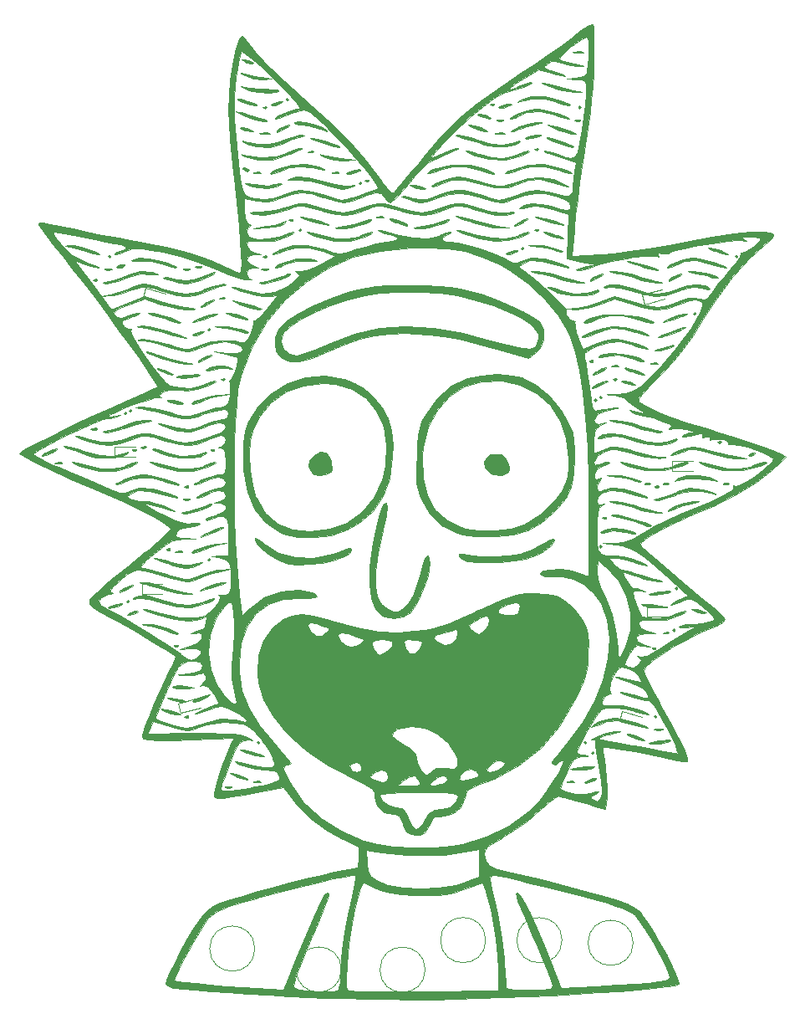
<source format=gto>
G04 #@! TF.GenerationSoftware,KiCad,Pcbnew,(5.0.2)-1*
G04 #@! TF.CreationDate,2019-05-02T20:45:03-04:00*
G04 #@! TF.ProjectId,Badge2019,42616467-6532-4303-9139-2e6b69636164,rev?*
G04 #@! TF.SameCoordinates,Original*
G04 #@! TF.FileFunction,Legend,Top*
G04 #@! TF.FilePolarity,Positive*
%FSLAX46Y46*%
G04 Gerber Fmt 4.6, Leading zero omitted, Abs format (unit mm)*
G04 Created by KiCad (PCBNEW (5.0.2)-1) date 5/2/2019 8:45:03 PM*
%MOMM*%
%LPD*%
G01*
G04 APERTURE LIST*
%ADD10C,0.120000*%
%ADD11C,0.010000*%
G04 APERTURE END LIST*
D10*
G04 #@! TO.C,REF\002A\002A*
X230946960Y-134134860D02*
G75*
G03X230946960Y-134134860I-2286000J0D01*
G01*
X216006680Y-133860540D02*
G75*
G03X216006680Y-133860540I-2286000J0D01*
G01*
X223733360Y-133870700D02*
G75*
G03X223733360Y-133870700I-2286000J0D01*
G01*
X201381360Y-136842500D02*
G75*
G03X201381360Y-136842500I-2286000J0D01*
G01*
X209870040Y-136857740D02*
G75*
G03X209870040Y-136857740I-2286000J0D01*
G01*
D11*
G04 #@! TO.C,G\002A\002A\002A*
G36*
X217580838Y-84717924D02*
X217949660Y-85046848D01*
X218251662Y-85601404D01*
X218395370Y-86161218D01*
X218314895Y-86486377D01*
X217593199Y-86828457D01*
X216777861Y-86760688D01*
X216444865Y-86589730D01*
X215961634Y-86033225D01*
X215861099Y-85421662D01*
X216136730Y-84919912D01*
X216518534Y-84729745D01*
X217181596Y-84658219D01*
X217580838Y-84717924D01*
X217580838Y-84717924D01*
G37*
X217580838Y-84717924D02*
X217949660Y-85046848D01*
X218251662Y-85601404D01*
X218395370Y-86161218D01*
X218314895Y-86486377D01*
X217593199Y-86828457D01*
X216777861Y-86760688D01*
X216444865Y-86589730D01*
X215961634Y-86033225D01*
X215861099Y-85421662D01*
X216136730Y-84919912D01*
X216518534Y-84729745D01*
X217181596Y-84658219D01*
X217580838Y-84717924D01*
G36*
X199826437Y-84552711D02*
X200249124Y-85113685D01*
X200351342Y-85472136D01*
X200410507Y-86101961D01*
X200324551Y-86480680D01*
X200316703Y-86488479D01*
X199786390Y-86754969D01*
X199126259Y-86855175D01*
X198589793Y-86764376D01*
X198466514Y-86668910D01*
X198077577Y-85936662D01*
X198178880Y-85306869D01*
X198524061Y-84888722D01*
X199224702Y-84469194D01*
X199826437Y-84552711D01*
X199826437Y-84552711D01*
G37*
X199826437Y-84552711D02*
X200249124Y-85113685D01*
X200351342Y-85472136D01*
X200410507Y-86101961D01*
X200324551Y-86480680D01*
X200316703Y-86488479D01*
X199786390Y-86754969D01*
X199126259Y-86855175D01*
X198589793Y-86764376D01*
X198466514Y-86668910D01*
X198077577Y-85936662D01*
X198178880Y-85306869D01*
X198524061Y-84888722D01*
X199224702Y-84469194D01*
X199826437Y-84552711D01*
G36*
X191993293Y-44858293D02*
X192177459Y-44933446D01*
X192475660Y-45113898D01*
X192309750Y-45175382D01*
X191744932Y-45050445D01*
X191516000Y-44933446D01*
X191308197Y-44735034D01*
X191500561Y-44709983D01*
X191993293Y-44858293D01*
X191993293Y-44858293D01*
G37*
X191993293Y-44858293D02*
X192177459Y-44933446D01*
X192475660Y-45113898D01*
X192309750Y-45175382D01*
X191744932Y-45050445D01*
X191516000Y-44933446D01*
X191308197Y-44735034D01*
X191500561Y-44709983D01*
X191993293Y-44858293D01*
G36*
X191516000Y-46175040D02*
X192221460Y-46339213D01*
X193096025Y-46511476D01*
X193235792Y-46536174D01*
X194294125Y-46719296D01*
X193368084Y-46740479D01*
X192464492Y-46639661D01*
X191648292Y-46379345D01*
X191193461Y-46146416D01*
X191208248Y-46101009D01*
X191516000Y-46175040D01*
X191516000Y-46175040D01*
G37*
X191516000Y-46175040D02*
X192221460Y-46339213D01*
X193096025Y-46511476D01*
X193235792Y-46536174D01*
X194294125Y-46719296D01*
X193368084Y-46740479D01*
X192464492Y-46639661D01*
X191648292Y-46379345D01*
X191193461Y-46146416D01*
X191208248Y-46101009D01*
X191516000Y-46175040D01*
G36*
X191516000Y-47515758D02*
X192154544Y-47626550D01*
X193071301Y-47697533D01*
X193673547Y-47711571D01*
X194457615Y-47742820D01*
X194950643Y-47823753D01*
X195046995Y-47910009D01*
X194692553Y-48057199D01*
X193998466Y-48099040D01*
X193141352Y-48046330D01*
X192297830Y-47909863D01*
X191648292Y-47702261D01*
X191209245Y-47476206D01*
X191244995Y-47442554D01*
X191516000Y-47515758D01*
X191516000Y-47515758D01*
G37*
X191516000Y-47515758D02*
X192154544Y-47626550D01*
X193071301Y-47697533D01*
X193673547Y-47711571D01*
X194457615Y-47742820D01*
X194950643Y-47823753D01*
X195046995Y-47910009D01*
X194692553Y-48057199D01*
X193998466Y-48099040D01*
X193141352Y-48046330D01*
X192297830Y-47909863D01*
X191648292Y-47702261D01*
X191209245Y-47476206D01*
X191244995Y-47442554D01*
X191516000Y-47515758D01*
G36*
X196013917Y-48769905D02*
X195881625Y-48902196D01*
X195749333Y-48769905D01*
X195881625Y-48637613D01*
X196013917Y-48769905D01*
X196013917Y-48769905D01*
G37*
X196013917Y-48769905D02*
X195881625Y-48902196D01*
X195749333Y-48769905D01*
X195881625Y-48637613D01*
X196013917Y-48769905D01*
G36*
X195327183Y-49091627D02*
X195220167Y-49166780D01*
X194655349Y-49386156D01*
X194426417Y-49408715D01*
X194268196Y-49333170D01*
X194558708Y-49166780D01*
X195119660Y-48968367D01*
X195409084Y-48943316D01*
X195327183Y-49091627D01*
X195327183Y-49091627D01*
G37*
X195327183Y-49091627D02*
X195220167Y-49166780D01*
X194655349Y-49386156D01*
X194426417Y-49408715D01*
X194268196Y-49333170D01*
X194558708Y-49166780D01*
X195119660Y-48968367D01*
X195409084Y-48943316D01*
X195327183Y-49091627D01*
G36*
X191205103Y-48724353D02*
X191891088Y-48926970D01*
X192177459Y-49026859D01*
X192697478Y-49250730D01*
X192820166Y-49387696D01*
X192706625Y-49407816D01*
X192092118Y-49298724D01*
X191383709Y-49044044D01*
X190893898Y-48784135D01*
X190853535Y-48677157D01*
X191205103Y-48724353D01*
X191205103Y-48724353D01*
G37*
X191205103Y-48724353D02*
X191891088Y-48926970D01*
X192177459Y-49026859D01*
X192697478Y-49250730D01*
X192820166Y-49387696D01*
X192706625Y-49407816D01*
X192092118Y-49298724D01*
X191383709Y-49044044D01*
X190893898Y-48784135D01*
X190853535Y-48677157D01*
X191205103Y-48724353D01*
G36*
X193809056Y-49519558D02*
X193772736Y-49676852D01*
X193632667Y-49695947D01*
X193414885Y-49599140D01*
X193456278Y-49519558D01*
X193770276Y-49487892D01*
X193809056Y-49519558D01*
X193809056Y-49519558D01*
G37*
X193809056Y-49519558D02*
X193772736Y-49676852D01*
X193632667Y-49695947D01*
X193414885Y-49599140D01*
X193456278Y-49519558D01*
X193770276Y-49487892D01*
X193809056Y-49519558D01*
G36*
X190982896Y-50028238D02*
X191251417Y-50108371D01*
X191921392Y-50312980D01*
X192801971Y-50567967D01*
X193103500Y-50652549D01*
X193716259Y-50849903D01*
X193834183Y-50960887D01*
X193632667Y-50982362D01*
X192952603Y-50890110D01*
X192110432Y-50663049D01*
X191932757Y-50601179D01*
X191254561Y-50326757D01*
X190825637Y-50107572D01*
X190712808Y-49991955D01*
X190982896Y-50028238D01*
X190982896Y-50028238D01*
G37*
X190982896Y-50028238D02*
X191251417Y-50108371D01*
X191921392Y-50312980D01*
X192801971Y-50567967D01*
X193103500Y-50652549D01*
X193716259Y-50849903D01*
X193834183Y-50960887D01*
X193632667Y-50982362D01*
X192952603Y-50890110D01*
X192110432Y-50663049D01*
X191932757Y-50601179D01*
X191254561Y-50326757D01*
X190825637Y-50107572D01*
X190712808Y-49991955D01*
X190982896Y-50028238D01*
G36*
X197688563Y-51093455D02*
X198491734Y-51252138D01*
X199217399Y-51477004D01*
X199616212Y-51682761D01*
X199945933Y-51955352D01*
X199913455Y-52023274D01*
X199471721Y-51886360D01*
X198924333Y-51680322D01*
X198071074Y-51428693D01*
X197265292Y-51304978D01*
X197226590Y-51303575D01*
X196734868Y-51242652D01*
X196615188Y-51123394D01*
X196619055Y-51119280D01*
X197000224Y-51037116D01*
X197688563Y-51093455D01*
X197688563Y-51093455D01*
G37*
X197688563Y-51093455D02*
X198491734Y-51252138D01*
X199217399Y-51477004D01*
X199616212Y-51682761D01*
X199945933Y-51955352D01*
X199913455Y-52023274D01*
X199471721Y-51886360D01*
X198924333Y-51680322D01*
X198071074Y-51428693D01*
X197265292Y-51304978D01*
X197226590Y-51303575D01*
X196734868Y-51242652D01*
X196615188Y-51123394D01*
X196619055Y-51119280D01*
X197000224Y-51037116D01*
X197688563Y-51093455D01*
G36*
X196142655Y-51409532D02*
X195769136Y-51668933D01*
X195749333Y-51680322D01*
X195179635Y-51957397D01*
X194823292Y-52058445D01*
X194826845Y-51951111D01*
X195200364Y-51691710D01*
X195220167Y-51680322D01*
X195789865Y-51403246D01*
X196146208Y-51302198D01*
X196142655Y-51409532D01*
X196142655Y-51409532D01*
G37*
X196142655Y-51409532D02*
X195769136Y-51668933D01*
X195749333Y-51680322D01*
X195179635Y-51957397D01*
X194823292Y-52058445D01*
X194826845Y-51951111D01*
X195200364Y-51691710D01*
X195220167Y-51680322D01*
X195789865Y-51403246D01*
X196146208Y-51302198D01*
X196142655Y-51409532D01*
G36*
X191817680Y-51686725D02*
X192177459Y-51812613D01*
X192466009Y-51987491D01*
X192309750Y-52040004D01*
X191743487Y-51938501D01*
X191383709Y-51812613D01*
X191095158Y-51637735D01*
X191251417Y-51585222D01*
X191817680Y-51686725D01*
X191817680Y-51686725D01*
G37*
X191817680Y-51686725D02*
X192177459Y-51812613D01*
X192466009Y-51987491D01*
X192309750Y-52040004D01*
X191743487Y-51938501D01*
X191383709Y-51812613D01*
X191095158Y-51637735D01*
X191251417Y-51585222D01*
X191817680Y-51686725D01*
G36*
X194095688Y-52159396D02*
X194178033Y-52236085D01*
X193812182Y-52277837D01*
X193632667Y-52280396D01*
X193151306Y-52252811D01*
X193094576Y-52184131D01*
X193169646Y-52159396D01*
X193840690Y-52118248D01*
X194095688Y-52159396D01*
X194095688Y-52159396D01*
G37*
X194095688Y-52159396D02*
X194178033Y-52236085D01*
X193812182Y-52277837D01*
X193632667Y-52280396D01*
X193151306Y-52252811D01*
X193094576Y-52184131D01*
X193169646Y-52159396D01*
X193840690Y-52118248D01*
X194095688Y-52159396D01*
G36*
X198966667Y-52781539D02*
X199882707Y-53051284D01*
X200114958Y-53125198D01*
X200839427Y-53380700D01*
X201220600Y-53561871D01*
X201177307Y-53629995D01*
X201173292Y-53629962D01*
X200626880Y-53536995D01*
X199817499Y-53306663D01*
X199321208Y-53135530D01*
X198557823Y-52833023D01*
X198268253Y-52672876D01*
X198416525Y-52655559D01*
X198966667Y-52781539D01*
X198966667Y-52781539D01*
G37*
X198966667Y-52781539D02*
X199882707Y-53051284D01*
X200114958Y-53125198D01*
X200839427Y-53380700D01*
X201220600Y-53561871D01*
X201177307Y-53629995D01*
X201173292Y-53629962D01*
X200626880Y-53536995D01*
X199817499Y-53306663D01*
X199321208Y-53135530D01*
X198557823Y-52833023D01*
X198268253Y-52672876D01*
X198416525Y-52655559D01*
X198966667Y-52781539D01*
G36*
X197651188Y-52417374D02*
X197411938Y-52527269D01*
X197069844Y-52615563D01*
X196169270Y-52897164D01*
X195350052Y-53248814D01*
X194140184Y-53600636D01*
X192763669Y-53537612D01*
X191780584Y-53243949D01*
X191355872Y-53045030D01*
X191369193Y-52988962D01*
X191516000Y-53016371D01*
X192907059Y-53279890D01*
X193984618Y-53325217D01*
X194919470Y-53147423D01*
X195553611Y-52899843D01*
X196393305Y-52576161D01*
X197132585Y-52388701D01*
X197388463Y-52368358D01*
X197651188Y-52417374D01*
X197651188Y-52417374D01*
G37*
X197651188Y-52417374D02*
X197411938Y-52527269D01*
X197069844Y-52615563D01*
X196169270Y-52897164D01*
X195350052Y-53248814D01*
X194140184Y-53600636D01*
X192763669Y-53537612D01*
X191780584Y-53243949D01*
X191355872Y-53045030D01*
X191369193Y-52988962D01*
X191516000Y-53016371D01*
X192907059Y-53279890D01*
X193984618Y-53325217D01*
X194919470Y-53147423D01*
X195553611Y-52899843D01*
X196393305Y-52576161D01*
X197132585Y-52388701D01*
X197388463Y-52368358D01*
X197651188Y-52417374D01*
G36*
X198588092Y-54034011D02*
X198509183Y-54154267D01*
X198240827Y-54172975D01*
X197958507Y-54108358D01*
X198080974Y-54013123D01*
X198494486Y-53981580D01*
X198588092Y-54034011D01*
X198588092Y-54034011D01*
G37*
X198588092Y-54034011D02*
X198509183Y-54154267D01*
X198240827Y-54172975D01*
X197958507Y-54108358D01*
X198080974Y-54013123D01*
X198494486Y-53981580D01*
X198588092Y-54034011D01*
G36*
X199321208Y-54352436D02*
X199878323Y-54482064D01*
X200729577Y-54632895D01*
X201305583Y-54718610D01*
X202760792Y-54918230D01*
X201570167Y-54940988D01*
X200630307Y-54866051D01*
X199766879Y-54651492D01*
X199585792Y-54574814D01*
X199201243Y-54364789D01*
X199235616Y-54327998D01*
X199321208Y-54352436D01*
X199321208Y-54352436D01*
G37*
X199321208Y-54352436D02*
X199878323Y-54482064D01*
X200729577Y-54632895D01*
X201305583Y-54718610D01*
X202760792Y-54918230D01*
X201570167Y-54940988D01*
X200630307Y-54866051D01*
X199766879Y-54651492D01*
X199585792Y-54574814D01*
X199201243Y-54364789D01*
X199235616Y-54327998D01*
X199321208Y-54352436D01*
G36*
X197345295Y-53762579D02*
X196906503Y-53996985D01*
X196163973Y-54323882D01*
X196146208Y-54331210D01*
X194403197Y-54857351D01*
X192862862Y-54922783D01*
X191648292Y-54574814D01*
X191263758Y-54365211D01*
X191298073Y-54329420D01*
X191383709Y-54354201D01*
X193122104Y-54668579D01*
X194814318Y-54524570D01*
X195730183Y-54227329D01*
X196530555Y-53910485D01*
X197161738Y-53709335D01*
X197385882Y-53670977D01*
X197345295Y-53762579D01*
X197345295Y-53762579D01*
G37*
X197345295Y-53762579D02*
X196906503Y-53996985D01*
X196163973Y-54323882D01*
X196146208Y-54331210D01*
X194403197Y-54857351D01*
X192862862Y-54922783D01*
X191648292Y-54574814D01*
X191263758Y-54365211D01*
X191298073Y-54329420D01*
X191383709Y-54354201D01*
X193122104Y-54668579D01*
X194814318Y-54524570D01*
X195730183Y-54227329D01*
X196530555Y-53910485D01*
X197161738Y-53709335D01*
X197385882Y-53670977D01*
X197345295Y-53762579D01*
G36*
X191634550Y-55680410D02*
X192006968Y-55893917D01*
X191944581Y-56031976D01*
X191796198Y-56045946D01*
X191437418Y-55853785D01*
X191385582Y-55784394D01*
X191428169Y-55634043D01*
X191634550Y-55680410D01*
X191634550Y-55680410D01*
G37*
X191634550Y-55680410D02*
X192006968Y-55893917D01*
X191944581Y-56031976D01*
X191796198Y-56045946D01*
X191437418Y-55853785D01*
X191385582Y-55784394D01*
X191428169Y-55634043D01*
X191634550Y-55680410D01*
G36*
X203264852Y-55953826D02*
X203157667Y-56033858D01*
X202784816Y-56191007D01*
X202310530Y-56295827D01*
X201928502Y-56321280D01*
X201832423Y-56240326D01*
X201856799Y-56215459D01*
X202167495Y-56096258D01*
X202759921Y-55943033D01*
X202760792Y-55942838D01*
X203247372Y-55862368D01*
X203264852Y-55953826D01*
X203264852Y-55953826D01*
G37*
X203264852Y-55953826D02*
X203157667Y-56033858D01*
X202784816Y-56191007D01*
X202310530Y-56295827D01*
X201928502Y-56321280D01*
X201832423Y-56240326D01*
X201856799Y-56215459D01*
X202167495Y-56096258D01*
X202759921Y-55943033D01*
X202760792Y-55942838D01*
X203247372Y-55862368D01*
X203264852Y-55953826D01*
G36*
X201107146Y-56135301D02*
X201140384Y-56231872D01*
X200776417Y-56268754D01*
X200400806Y-56227174D01*
X200445688Y-56135301D01*
X200987381Y-56100356D01*
X201107146Y-56135301D01*
X201107146Y-56135301D01*
G37*
X201107146Y-56135301D02*
X201140384Y-56231872D01*
X200776417Y-56268754D01*
X200400806Y-56227174D01*
X200445688Y-56135301D01*
X200987381Y-56100356D01*
X201107146Y-56135301D01*
G36*
X199035131Y-55560084D02*
X199202954Y-55630933D01*
X199648844Y-55853241D01*
X199693181Y-55913049D01*
X199585792Y-55882999D01*
X198430577Y-55636320D01*
X197202056Y-55572580D01*
X196111165Y-55691703D01*
X195541167Y-55884480D01*
X194841967Y-56174712D01*
X194267059Y-56298946D01*
X194241119Y-56298917D01*
X194164563Y-56211557D01*
X194509019Y-56002839D01*
X194823292Y-55867545D01*
X196352940Y-55429213D01*
X197806244Y-55324059D01*
X199035131Y-55560084D01*
X199035131Y-55560084D01*
G37*
X199035131Y-55560084D02*
X199202954Y-55630933D01*
X199648844Y-55853241D01*
X199693181Y-55913049D01*
X199585792Y-55882999D01*
X198430577Y-55636320D01*
X197202056Y-55572580D01*
X196111165Y-55691703D01*
X195541167Y-55884480D01*
X194841967Y-56174712D01*
X194267059Y-56298946D01*
X194241119Y-56298917D01*
X194164563Y-56211557D01*
X194509019Y-56002839D01*
X194823292Y-55867545D01*
X196352940Y-55429213D01*
X197806244Y-55324059D01*
X199035131Y-55560084D01*
G36*
X193169646Y-56135301D02*
X193202884Y-56231872D01*
X192838917Y-56268754D01*
X192463306Y-56227174D01*
X192508188Y-56135301D01*
X193049881Y-56100356D01*
X193169646Y-56135301D01*
X193169646Y-56135301D01*
G37*
X193169646Y-56135301D02*
X193202884Y-56231872D01*
X192838917Y-56268754D01*
X192463306Y-56227174D01*
X192508188Y-56135301D01*
X193049881Y-56100356D01*
X193169646Y-56135301D01*
G36*
X204127806Y-56927891D02*
X204091486Y-57085185D01*
X203951417Y-57104280D01*
X203733635Y-57007473D01*
X203775028Y-56927891D01*
X204089026Y-56896225D01*
X204127806Y-56927891D01*
X204127806Y-56927891D01*
G37*
X204127806Y-56927891D02*
X204091486Y-57085185D01*
X203951417Y-57104280D01*
X203733635Y-57007473D01*
X203775028Y-56927891D01*
X204089026Y-56896225D01*
X204127806Y-56927891D01*
G36*
X203422250Y-57236571D02*
X203289959Y-57368863D01*
X203157667Y-57236571D01*
X203289959Y-57104280D01*
X203422250Y-57236571D01*
X203422250Y-57236571D01*
G37*
X203422250Y-57236571D02*
X203289959Y-57368863D01*
X203157667Y-57236571D01*
X203289959Y-57104280D01*
X203422250Y-57236571D01*
G36*
X198049811Y-56696561D02*
X199657432Y-57102028D01*
X199705358Y-57116983D01*
X200773086Y-57390167D01*
X201716536Y-57523279D01*
X202218899Y-57511117D01*
X202702602Y-57444355D01*
X202705412Y-57509857D01*
X202496209Y-57615523D01*
X201988382Y-57800553D01*
X201464274Y-57836061D01*
X200772223Y-57707929D01*
X199760566Y-57402034D01*
X199585792Y-57344549D01*
X198143918Y-56993473D01*
X196888902Y-56928841D01*
X196838132Y-56933424D01*
X196172510Y-56964168D01*
X195970053Y-56886585D01*
X196044382Y-56815269D01*
X196840617Y-56600575D01*
X198049811Y-56696561D01*
X198049811Y-56696561D01*
G37*
X198049811Y-56696561D02*
X199657432Y-57102028D01*
X199705358Y-57116983D01*
X200773086Y-57390167D01*
X201716536Y-57523279D01*
X202218899Y-57511117D01*
X202702602Y-57444355D01*
X202705412Y-57509857D01*
X202496209Y-57615523D01*
X201988382Y-57800553D01*
X201464274Y-57836061D01*
X200772223Y-57707929D01*
X199760566Y-57402034D01*
X199585792Y-57344549D01*
X198143918Y-56993473D01*
X196888902Y-56928841D01*
X196838132Y-56933424D01*
X196172510Y-56964168D01*
X195970053Y-56886585D01*
X196044382Y-56815269D01*
X196840617Y-56600575D01*
X198049811Y-56696561D01*
G36*
X192552474Y-57360721D02*
X192655357Y-57388471D01*
X194000953Y-57506290D01*
X194602347Y-57390578D01*
X195153567Y-57275210D01*
X195359594Y-57310451D01*
X195329951Y-57357553D01*
X194786331Y-57611221D01*
X193938756Y-57739417D01*
X193001325Y-57724544D01*
X192346882Y-57602722D01*
X191725024Y-57376099D01*
X191582899Y-57238765D01*
X191874163Y-57222910D01*
X192552474Y-57360721D01*
X192552474Y-57360721D01*
G37*
X192552474Y-57360721D02*
X192655357Y-57388471D01*
X194000953Y-57506290D01*
X194602347Y-57390578D01*
X195153567Y-57275210D01*
X195359594Y-57310451D01*
X195329951Y-57357553D01*
X194786331Y-57611221D01*
X193938756Y-57739417D01*
X193001325Y-57724544D01*
X192346882Y-57602722D01*
X191725024Y-57376099D01*
X191582899Y-57238765D01*
X191874163Y-57222910D01*
X192552474Y-57360721D01*
G36*
X225845688Y-43957312D02*
X225928033Y-44034001D01*
X225562182Y-44075754D01*
X225382667Y-44078312D01*
X224901306Y-44050728D01*
X224844576Y-43982048D01*
X224919646Y-43957312D01*
X225590690Y-43916165D01*
X225845688Y-43957312D01*
X225845688Y-43957312D01*
G37*
X225845688Y-43957312D02*
X225928033Y-44034001D01*
X225562182Y-44075754D01*
X225382667Y-44078312D01*
X224901306Y-44050728D01*
X224844576Y-43982048D01*
X224919646Y-43957312D01*
X225590690Y-43916165D01*
X225845688Y-43957312D01*
G36*
X222294407Y-47147831D02*
X222918047Y-47340061D01*
X223659019Y-47570593D01*
X224589183Y-47788401D01*
X224853500Y-47838107D01*
X225527617Y-47962563D01*
X225706396Y-48025055D01*
X225416997Y-48047355D01*
X225118083Y-48050183D01*
X224333958Y-47966072D01*
X223336197Y-47746421D01*
X222736833Y-47568301D01*
X222043396Y-47312365D01*
X221688660Y-47130342D01*
X221727422Y-47066277D01*
X222294407Y-47147831D01*
X222294407Y-47147831D01*
G37*
X222294407Y-47147831D02*
X222918047Y-47340061D01*
X223659019Y-47570593D01*
X224589183Y-47788401D01*
X224853500Y-47838107D01*
X225527617Y-47962563D01*
X225706396Y-48025055D01*
X225416997Y-48047355D01*
X225118083Y-48050183D01*
X224333958Y-47966072D01*
X223336197Y-47746421D01*
X222736833Y-47568301D01*
X222043396Y-47312365D01*
X221688660Y-47130342D01*
X221727422Y-47066277D01*
X222294407Y-47147831D01*
G36*
X222052603Y-48487193D02*
X223540740Y-48892651D01*
X224213388Y-49160591D01*
X224534041Y-49343847D01*
X224456625Y-49400235D01*
X223861818Y-49288080D01*
X223107049Y-49029750D01*
X223014477Y-48990485D01*
X221945003Y-48734691D01*
X220677520Y-48735239D01*
X219476249Y-48990855D01*
X219429542Y-49007758D01*
X219212418Y-49052722D01*
X219454114Y-48864922D01*
X219561834Y-48797555D01*
X220657022Y-48432307D01*
X222052603Y-48487193D01*
X222052603Y-48487193D01*
G37*
X222052603Y-48487193D02*
X223540740Y-48892651D01*
X224213388Y-49160591D01*
X224534041Y-49343847D01*
X224456625Y-49400235D01*
X223861818Y-49288080D01*
X223107049Y-49029750D01*
X223014477Y-48990485D01*
X221945003Y-48734691D01*
X220677520Y-48735239D01*
X219476249Y-48990855D01*
X219429542Y-49007758D01*
X219212418Y-49052722D01*
X219454114Y-48864922D01*
X219561834Y-48797555D01*
X220657022Y-48432307D01*
X222052603Y-48487193D01*
G36*
X216827806Y-49254974D02*
X216791486Y-49412269D01*
X216651417Y-49431363D01*
X216433635Y-49334556D01*
X216475028Y-49254974D01*
X216789026Y-49223309D01*
X216827806Y-49254974D01*
X216827806Y-49254974D01*
G37*
X216827806Y-49254974D02*
X216791486Y-49412269D01*
X216651417Y-49431363D01*
X216433635Y-49334556D01*
X216475028Y-49254974D01*
X216789026Y-49223309D01*
X216827806Y-49254974D01*
G36*
X225647250Y-49563655D02*
X225514958Y-49695947D01*
X225382667Y-49563655D01*
X225514958Y-49431363D01*
X225647250Y-49563655D01*
X225647250Y-49563655D01*
G37*
X225647250Y-49563655D02*
X225514958Y-49695947D01*
X225382667Y-49563655D01*
X225514958Y-49431363D01*
X225647250Y-49563655D01*
G36*
X218650839Y-49271817D02*
X218371209Y-49431363D01*
X217753979Y-49620469D01*
X217445167Y-49658754D01*
X217297828Y-49590909D01*
X217577459Y-49431363D01*
X218194688Y-49242258D01*
X218503500Y-49203972D01*
X218650839Y-49271817D01*
X218650839Y-49271817D01*
G37*
X218650839Y-49271817D02*
X218371209Y-49431363D01*
X217753979Y-49620469D01*
X217445167Y-49658754D01*
X217297828Y-49590909D01*
X217577459Y-49431363D01*
X218194688Y-49242258D01*
X218503500Y-49203972D01*
X218650839Y-49271817D01*
G36*
X221749269Y-49785577D02*
X222439001Y-49947549D01*
X223186359Y-50161666D01*
X223864135Y-50387224D01*
X224345121Y-50583520D01*
X224502109Y-50709849D01*
X224423744Y-50733774D01*
X224007997Y-50663535D01*
X223312542Y-50462608D01*
X223001417Y-50357405D01*
X221480538Y-50006499D01*
X220190197Y-50099831D01*
X219561834Y-50357405D01*
X218938791Y-50639405D01*
X218503500Y-50739093D01*
X218482845Y-50648522D01*
X218861590Y-50412678D01*
X219259998Y-50219302D01*
X220147940Y-49901321D01*
X220999510Y-49728031D01*
X221244373Y-49716453D01*
X221749269Y-49785577D01*
X221749269Y-49785577D01*
G37*
X221749269Y-49785577D02*
X222439001Y-49947549D01*
X223186359Y-50161666D01*
X223864135Y-50387224D01*
X224345121Y-50583520D01*
X224502109Y-50709849D01*
X224423744Y-50733774D01*
X224007997Y-50663535D01*
X223312542Y-50462608D01*
X223001417Y-50357405D01*
X221480538Y-50006499D01*
X220190197Y-50099831D01*
X219561834Y-50357405D01*
X218938791Y-50639405D01*
X218503500Y-50739093D01*
X218482845Y-50648522D01*
X218861590Y-50412678D01*
X219259998Y-50219302D01*
X220147940Y-49901321D01*
X220999510Y-49728031D01*
X221244373Y-49716453D01*
X221749269Y-49785577D01*
G36*
X215894764Y-50363808D02*
X216254542Y-50489697D01*
X216543093Y-50664575D01*
X216386834Y-50717087D01*
X215820570Y-50615585D01*
X215460792Y-50489697D01*
X215172241Y-50314818D01*
X215328500Y-50262306D01*
X215894764Y-50363808D01*
X215894764Y-50363808D01*
G37*
X215894764Y-50363808D02*
X216254542Y-50489697D01*
X216543093Y-50664575D01*
X216386834Y-50717087D01*
X215820570Y-50615585D01*
X215460792Y-50489697D01*
X215172241Y-50314818D01*
X215328500Y-50262306D01*
X215894764Y-50363808D01*
G36*
X225575592Y-50859011D02*
X225496683Y-50979267D01*
X225228327Y-50997975D01*
X224946007Y-50933358D01*
X225068474Y-50838123D01*
X225481986Y-50806580D01*
X225575592Y-50859011D01*
X225575592Y-50859011D01*
G37*
X225575592Y-50859011D02*
X225496683Y-50979267D01*
X225228327Y-50997975D01*
X224946007Y-50933358D01*
X225068474Y-50838123D01*
X225481986Y-50806580D01*
X225575592Y-50859011D01*
G36*
X217775896Y-50843635D02*
X217809134Y-50940206D01*
X217445167Y-50977087D01*
X217069556Y-50935507D01*
X217114438Y-50843635D01*
X217656131Y-50808689D01*
X217775896Y-50843635D01*
X217775896Y-50843635D01*
G37*
X217775896Y-50843635D02*
X217809134Y-50940206D01*
X217445167Y-50977087D01*
X217069556Y-50935507D01*
X217114438Y-50843635D01*
X217656131Y-50808689D01*
X217775896Y-50843635D01*
G36*
X221690774Y-51082312D02*
X221643874Y-51145410D01*
X221110552Y-51267143D01*
X220963209Y-51296537D01*
X220130475Y-51502169D01*
X219446932Y-51739364D01*
X219326958Y-51796714D01*
X218820071Y-52012775D01*
X218587040Y-52055779D01*
X218666118Y-51945198D01*
X219113057Y-51689389D01*
X219429542Y-51533551D01*
X220286760Y-51219620D01*
X221105505Y-51060193D01*
X221281625Y-51054791D01*
X221690774Y-51082312D01*
X221690774Y-51082312D01*
G37*
X221690774Y-51082312D02*
X221643874Y-51145410D01*
X221110552Y-51267143D01*
X220963209Y-51296537D01*
X220130475Y-51502169D01*
X219446932Y-51739364D01*
X219326958Y-51796714D01*
X218820071Y-52012775D01*
X218587040Y-52055779D01*
X218666118Y-51945198D01*
X219113057Y-51689389D01*
X219429542Y-51533551D01*
X220286760Y-51219620D01*
X221105505Y-51060193D01*
X221281625Y-51054791D01*
X221690774Y-51082312D01*
G36*
X214831165Y-51389814D02*
X215541722Y-51633064D01*
X215628853Y-51669965D01*
X216111482Y-51915187D01*
X216157438Y-52021229D01*
X215840431Y-51988649D01*
X215234170Y-51818006D01*
X214799334Y-51663688D01*
X214318115Y-51442671D01*
X214230010Y-51311846D01*
X214305936Y-51298380D01*
X214831165Y-51389814D01*
X214831165Y-51389814D01*
G37*
X214831165Y-51389814D02*
X215541722Y-51633064D01*
X215628853Y-51669965D01*
X216111482Y-51915187D01*
X216157438Y-52021229D01*
X215840431Y-51988649D01*
X215234170Y-51818006D01*
X214799334Y-51663688D01*
X214318115Y-51442671D01*
X214230010Y-51311846D01*
X214305936Y-51298380D01*
X214831165Y-51389814D01*
G36*
X222591682Y-51383737D02*
X223229459Y-51547755D01*
X223963722Y-51779529D01*
X224697909Y-52046957D01*
X225110938Y-52236801D01*
X225118083Y-52306585D01*
X224645548Y-52227979D01*
X223892134Y-52025328D01*
X223460228Y-51888692D01*
X222764472Y-51631505D01*
X222355871Y-51430725D01*
X222305866Y-51361636D01*
X222591682Y-51383737D01*
X222591682Y-51383737D01*
G37*
X222591682Y-51383737D02*
X223229459Y-51547755D01*
X223963722Y-51779529D01*
X224697909Y-52046957D01*
X225110938Y-52236801D01*
X225118083Y-52306585D01*
X224645548Y-52227979D01*
X223892134Y-52025328D01*
X223460228Y-51888692D01*
X222764472Y-51631505D01*
X222355871Y-51430725D01*
X222305866Y-51361636D01*
X222591682Y-51383737D01*
G36*
X217908188Y-52159396D02*
X217990533Y-52236085D01*
X217624682Y-52277837D01*
X217445167Y-52280396D01*
X216963806Y-52252811D01*
X216907076Y-52184131D01*
X216982146Y-52159396D01*
X217653190Y-52118248D01*
X217908188Y-52159396D01*
X217908188Y-52159396D01*
G37*
X217908188Y-52159396D02*
X217990533Y-52236085D01*
X217624682Y-52277837D01*
X217445167Y-52280396D01*
X216963806Y-52252811D01*
X216907076Y-52184131D01*
X216982146Y-52159396D01*
X217653190Y-52118248D01*
X217908188Y-52159396D01*
G36*
X221598191Y-52377259D02*
X221565032Y-52471689D01*
X221047327Y-52615477D01*
X220620167Y-52700280D01*
X220061553Y-52772833D01*
X219985538Y-52691066D01*
X220091000Y-52610045D01*
X220667531Y-52399836D01*
X221127285Y-52345831D01*
X221598191Y-52377259D01*
X221598191Y-52377259D01*
G37*
X221598191Y-52377259D02*
X221565032Y-52471689D01*
X221047327Y-52615477D01*
X220620167Y-52700280D01*
X220061553Y-52772833D01*
X219985538Y-52691066D01*
X220091000Y-52610045D01*
X220667531Y-52399836D01*
X221127285Y-52345831D01*
X221598191Y-52377259D01*
G36*
X222671175Y-52734964D02*
X223421962Y-52958969D01*
X223927458Y-53135530D01*
X224580448Y-53399994D01*
X224896125Y-53577266D01*
X224853500Y-53623684D01*
X224389992Y-53536096D01*
X223639205Y-53312090D01*
X223133708Y-53135530D01*
X222480719Y-52871065D01*
X222165042Y-52693793D01*
X222207667Y-52647376D01*
X222671175Y-52734964D01*
X222671175Y-52734964D01*
G37*
X222671175Y-52734964D02*
X223421962Y-52958969D01*
X223927458Y-53135530D01*
X224580448Y-53399994D01*
X224896125Y-53577266D01*
X224853500Y-53623684D01*
X224389992Y-53536096D01*
X223639205Y-53312090D01*
X223133708Y-53135530D01*
X222480719Y-52871065D01*
X222165042Y-52693793D01*
X222207667Y-52647376D01*
X222671175Y-52734964D01*
G36*
X213646732Y-52433763D02*
X214479384Y-52644730D01*
X215196209Y-52870947D01*
X216578749Y-53267498D01*
X217680138Y-53379755D01*
X218658699Y-53218176D01*
X218949297Y-53118885D01*
X219425555Y-52965309D01*
X219480666Y-53041222D01*
X219378970Y-53156227D01*
X218875188Y-53392862D01*
X218050969Y-53536175D01*
X217108880Y-53573381D01*
X216251487Y-53491695D01*
X215857667Y-53378475D01*
X215207580Y-53141469D01*
X214315143Y-52862119D01*
X213873292Y-52736817D01*
X213244921Y-52538643D01*
X212994917Y-52400584D01*
X213104267Y-52359192D01*
X213646732Y-52433763D01*
X213646732Y-52433763D01*
G37*
X213646732Y-52433763D02*
X214479384Y-52644730D01*
X215196209Y-52870947D01*
X216578749Y-53267498D01*
X217680138Y-53379755D01*
X218658699Y-53218176D01*
X218949297Y-53118885D01*
X219425555Y-52965309D01*
X219480666Y-53041222D01*
X219378970Y-53156227D01*
X218875188Y-53392862D01*
X218050969Y-53536175D01*
X217108880Y-53573381D01*
X216251487Y-53491695D01*
X215857667Y-53378475D01*
X215207580Y-53141469D01*
X214315143Y-52862119D01*
X213873292Y-52736817D01*
X213244921Y-52538643D01*
X212994917Y-52400584D01*
X213104267Y-52359192D01*
X213646732Y-52433763D01*
G36*
X221325722Y-53752891D02*
X221289403Y-53910185D01*
X221149333Y-53929280D01*
X220931551Y-53832473D01*
X220972945Y-53752891D01*
X221286943Y-53721225D01*
X221325722Y-53752891D01*
X221325722Y-53752891D01*
G37*
X221325722Y-53752891D02*
X221289403Y-53910185D01*
X221149333Y-53929280D01*
X220931551Y-53832473D01*
X220972945Y-53752891D01*
X221286943Y-53721225D01*
X221325722Y-53752891D01*
G36*
X214557316Y-54031261D02*
X215279833Y-54269555D01*
X215419982Y-54326155D01*
X216560319Y-54630737D01*
X217788411Y-54690556D01*
X218880490Y-54505610D01*
X219297250Y-54326155D01*
X219920292Y-54044155D01*
X220355583Y-53944466D01*
X220376239Y-54035038D01*
X219997494Y-54270881D01*
X219599086Y-54464257D01*
X218038888Y-54903957D01*
X216366217Y-54846572D01*
X214931625Y-54446448D01*
X214285472Y-54177097D01*
X213983009Y-53992754D01*
X214039417Y-53940284D01*
X214557316Y-54031261D01*
X214557316Y-54031261D01*
G37*
X214557316Y-54031261D02*
X215279833Y-54269555D01*
X215419982Y-54326155D01*
X216560319Y-54630737D01*
X217788411Y-54690556D01*
X218880490Y-54505610D01*
X219297250Y-54326155D01*
X219920292Y-54044155D01*
X220355583Y-53944466D01*
X220376239Y-54035038D01*
X219997494Y-54270881D01*
X219599086Y-54464257D01*
X218038888Y-54903957D01*
X216366217Y-54846572D01*
X214931625Y-54446448D01*
X214285472Y-54177097D01*
X213983009Y-53992754D01*
X214039417Y-53940284D01*
X214557316Y-54031261D01*
G36*
X223303109Y-55660307D02*
X224093322Y-55922438D01*
X224609413Y-56138314D01*
X224737242Y-56250399D01*
X224440518Y-56241324D01*
X223814823Y-56086151D01*
X223365499Y-55943412D01*
X221938904Y-55605882D01*
X220600697Y-55560794D01*
X219507399Y-55809294D01*
X219297250Y-55913655D01*
X218618147Y-56197350D01*
X218106625Y-56289541D01*
X217981916Y-56212289D01*
X218309199Y-56010424D01*
X218635792Y-55871635D01*
X220284546Y-55396999D01*
X221841937Y-55351559D01*
X223303109Y-55660307D01*
X223303109Y-55660307D01*
G37*
X223303109Y-55660307D02*
X224093322Y-55922438D01*
X224609413Y-56138314D01*
X224737242Y-56250399D01*
X224440518Y-56241324D01*
X223814823Y-56086151D01*
X223365499Y-55943412D01*
X221938904Y-55605882D01*
X220600697Y-55560794D01*
X219507399Y-55809294D01*
X219297250Y-55913655D01*
X218618147Y-56197350D01*
X218106625Y-56289541D01*
X217981916Y-56212289D01*
X218309199Y-56010424D01*
X218635792Y-55871635D01*
X220284546Y-55396999D01*
X221841937Y-55351559D01*
X223303109Y-55660307D01*
G36*
X214372784Y-55429990D02*
X215725375Y-55760046D01*
X216466570Y-56025124D01*
X216882387Y-56217817D01*
X216883119Y-56296301D01*
X216378464Y-56220363D01*
X215624651Y-56012818D01*
X215328500Y-55913655D01*
X214007639Y-55600476D01*
X212711748Y-55558108D01*
X211626590Y-55786552D01*
X211359750Y-55913655D01*
X210680647Y-56197350D01*
X210169125Y-56289541D01*
X210042273Y-56212023D01*
X210369833Y-56008354D01*
X210698292Y-55867545D01*
X212524329Y-55393592D01*
X214372784Y-55429990D01*
X214372784Y-55429990D01*
G37*
X214372784Y-55429990D02*
X215725375Y-55760046D01*
X216466570Y-56025124D01*
X216882387Y-56217817D01*
X216883119Y-56296301D01*
X216378464Y-56220363D01*
X215624651Y-56012818D01*
X215328500Y-55913655D01*
X214007639Y-55600476D01*
X212711748Y-55558108D01*
X211626590Y-55786552D01*
X211359750Y-55913655D01*
X210680647Y-56197350D01*
X210169125Y-56289541D01*
X210042273Y-56212023D01*
X210369833Y-56008354D01*
X210698292Y-55867545D01*
X212524329Y-55393592D01*
X214372784Y-55429990D01*
G36*
X214226398Y-56720893D02*
X215519856Y-57076588D01*
X215710904Y-57138578D01*
X216642085Y-57430625D01*
X217270830Y-57557342D01*
X217795087Y-57525548D01*
X218412801Y-57342065D01*
X218693022Y-57241339D01*
X220262337Y-56778143D01*
X221586757Y-56654241D01*
X222822598Y-56863891D01*
X223398676Y-57068440D01*
X224144487Y-57400553D01*
X224408652Y-57581016D01*
X224219984Y-57597636D01*
X223607296Y-57438217D01*
X223001417Y-57236571D01*
X221526892Y-56881327D01*
X220285227Y-56955648D01*
X219605697Y-57213889D01*
X218260779Y-57691010D01*
X216876659Y-57709871D01*
X215593084Y-57377539D01*
X213918811Y-56938598D01*
X212541140Y-56923483D01*
X211624334Y-57236571D01*
X211001291Y-57518572D01*
X210566000Y-57618260D01*
X210545345Y-57527689D01*
X210924090Y-57291845D01*
X211322498Y-57098469D01*
X212298997Y-56733399D01*
X213209871Y-56607018D01*
X214226398Y-56720893D01*
X214226398Y-56720893D01*
G37*
X214226398Y-56720893D02*
X215519856Y-57076588D01*
X215710904Y-57138578D01*
X216642085Y-57430625D01*
X217270830Y-57557342D01*
X217795087Y-57525548D01*
X218412801Y-57342065D01*
X218693022Y-57241339D01*
X220262337Y-56778143D01*
X221586757Y-56654241D01*
X222822598Y-56863891D01*
X223398676Y-57068440D01*
X224144487Y-57400553D01*
X224408652Y-57581016D01*
X224219984Y-57597636D01*
X223607296Y-57438217D01*
X223001417Y-57236571D01*
X221526892Y-56881327D01*
X220285227Y-56955648D01*
X219605697Y-57213889D01*
X218260779Y-57691010D01*
X216876659Y-57709871D01*
X215593084Y-57377539D01*
X213918811Y-56938598D01*
X212541140Y-56923483D01*
X211624334Y-57236571D01*
X211001291Y-57518572D01*
X210566000Y-57618260D01*
X210545345Y-57527689D01*
X210924090Y-57291845D01*
X211322498Y-57098469D01*
X212298997Y-56733399D01*
X213209871Y-56607018D01*
X214226398Y-56720893D01*
G36*
X208892932Y-57471762D02*
X209507667Y-57633446D01*
X209910847Y-57785275D01*
X209823568Y-57845741D01*
X209639959Y-57853060D01*
X208945000Y-57753273D01*
X208581625Y-57633446D01*
X208314488Y-57470054D01*
X208454959Y-57416159D01*
X208892932Y-57471762D01*
X208892932Y-57471762D01*
G37*
X208892932Y-57471762D02*
X209507667Y-57633446D01*
X209910847Y-57785275D01*
X209823568Y-57845741D01*
X209639959Y-57853060D01*
X208945000Y-57753273D01*
X208581625Y-57633446D01*
X208314488Y-57470054D01*
X208454959Y-57416159D01*
X208892932Y-57471762D01*
G36*
X205661264Y-59295807D02*
X206395702Y-59483739D01*
X207196793Y-59730696D01*
X208456928Y-60078904D01*
X209454015Y-60200617D01*
X210406314Y-60089253D01*
X211532081Y-59738228D01*
X211929100Y-59587978D01*
X212566101Y-59356019D01*
X213064820Y-59255915D01*
X213595308Y-59295391D01*
X214327615Y-59482172D01*
X215145107Y-59734087D01*
X216592878Y-60115234D01*
X217692999Y-60230766D01*
X218147632Y-60193185D01*
X218755626Y-60126824D01*
X218866956Y-60205566D01*
X218768084Y-60282727D01*
X218022482Y-60512037D01*
X216929767Y-60451256D01*
X215449989Y-60096930D01*
X214998966Y-59956957D01*
X214040864Y-59659175D01*
X213401307Y-59520775D01*
X212896329Y-59535303D01*
X212341966Y-59696305D01*
X211937486Y-59849546D01*
X210715493Y-60273929D01*
X209733688Y-60456542D01*
X208773435Y-60404104D01*
X207616100Y-60123338D01*
X207196793Y-59995279D01*
X206193132Y-59689716D01*
X205522567Y-59537686D01*
X205014162Y-59531577D01*
X204496979Y-59663778D01*
X203991600Y-59852562D01*
X202772997Y-60275524D01*
X201792231Y-60456886D01*
X200831046Y-60403228D01*
X199671182Y-60121134D01*
X199259293Y-59995279D01*
X198257131Y-59689795D01*
X197588810Y-59537475D01*
X197083886Y-59531136D01*
X196571911Y-59663594D01*
X196054100Y-59860189D01*
X194806550Y-60246216D01*
X193594497Y-60440331D01*
X192589762Y-60422027D01*
X192201885Y-60319947D01*
X192115302Y-60200239D01*
X192539596Y-60131121D01*
X193260218Y-60114403D01*
X194648508Y-59992912D01*
X195925387Y-59664931D01*
X196054100Y-59614755D01*
X196687357Y-59368441D01*
X197175230Y-59257022D01*
X197686986Y-59286620D01*
X198391887Y-59463358D01*
X199259293Y-59730696D01*
X200519428Y-60078904D01*
X201516515Y-60200617D01*
X202468814Y-60089253D01*
X203594581Y-59738228D01*
X203991600Y-59587978D01*
X204630150Y-59355538D01*
X205129725Y-59255611D01*
X205661264Y-59295807D01*
X205661264Y-59295807D01*
G37*
X205661264Y-59295807D02*
X206395702Y-59483739D01*
X207196793Y-59730696D01*
X208456928Y-60078904D01*
X209454015Y-60200617D01*
X210406314Y-60089253D01*
X211532081Y-59738228D01*
X211929100Y-59587978D01*
X212566101Y-59356019D01*
X213064820Y-59255915D01*
X213595308Y-59295391D01*
X214327615Y-59482172D01*
X215145107Y-59734087D01*
X216592878Y-60115234D01*
X217692999Y-60230766D01*
X218147632Y-60193185D01*
X218755626Y-60126824D01*
X218866956Y-60205566D01*
X218768084Y-60282727D01*
X218022482Y-60512037D01*
X216929767Y-60451256D01*
X215449989Y-60096930D01*
X214998966Y-59956957D01*
X214040864Y-59659175D01*
X213401307Y-59520775D01*
X212896329Y-59535303D01*
X212341966Y-59696305D01*
X211937486Y-59849546D01*
X210715493Y-60273929D01*
X209733688Y-60456542D01*
X208773435Y-60404104D01*
X207616100Y-60123338D01*
X207196793Y-59995279D01*
X206193132Y-59689716D01*
X205522567Y-59537686D01*
X205014162Y-59531577D01*
X204496979Y-59663778D01*
X203991600Y-59852562D01*
X202772997Y-60275524D01*
X201792231Y-60456886D01*
X200831046Y-60403228D01*
X199671182Y-60121134D01*
X199259293Y-59995279D01*
X198257131Y-59689795D01*
X197588810Y-59537475D01*
X197083886Y-59531136D01*
X196571911Y-59663594D01*
X196054100Y-59860189D01*
X194806550Y-60246216D01*
X193594497Y-60440331D01*
X192589762Y-60422027D01*
X192201885Y-60319947D01*
X192115302Y-60200239D01*
X192539596Y-60131121D01*
X193260218Y-60114403D01*
X194648508Y-59992912D01*
X195925387Y-59664931D01*
X196054100Y-59614755D01*
X196687357Y-59368441D01*
X197175230Y-59257022D01*
X197686986Y-59286620D01*
X198391887Y-59463358D01*
X199259293Y-59730696D01*
X200519428Y-60078904D01*
X201516515Y-60200617D01*
X202468814Y-60089253D01*
X203594581Y-59738228D01*
X203991600Y-59587978D01*
X204630150Y-59355538D01*
X205129725Y-59255611D01*
X205661264Y-59295807D01*
G36*
X205605063Y-60633218D02*
X205638301Y-60729789D01*
X205274334Y-60766670D01*
X204898723Y-60725091D01*
X204943604Y-60633218D01*
X205485298Y-60598272D01*
X205605063Y-60633218D01*
X205605063Y-60633218D01*
G37*
X205605063Y-60633218D02*
X205638301Y-60729789D01*
X205274334Y-60766670D01*
X204898723Y-60725091D01*
X204943604Y-60633218D01*
X205485298Y-60598272D01*
X205605063Y-60633218D01*
G36*
X196454889Y-60896641D02*
X196418570Y-61053935D01*
X196278500Y-61073030D01*
X196060718Y-60976223D01*
X196102111Y-60896641D01*
X196416110Y-60864975D01*
X196454889Y-60896641D01*
X196454889Y-60896641D01*
G37*
X196454889Y-60896641D02*
X196418570Y-61053935D01*
X196278500Y-61073030D01*
X196060718Y-60976223D01*
X196102111Y-60896641D01*
X196416110Y-60864975D01*
X196454889Y-60896641D01*
G36*
X221537892Y-60699269D02*
X222461032Y-60897522D01*
X223315862Y-61175178D01*
X223389975Y-61206576D01*
X223893219Y-61452771D01*
X223919552Y-61534277D01*
X223493914Y-61454216D01*
X222641247Y-61215709D01*
X222075375Y-61042029D01*
X221306097Y-60790538D01*
X221024906Y-60666615D01*
X221209987Y-60656349D01*
X221537892Y-60699269D01*
X221537892Y-60699269D01*
G37*
X221537892Y-60699269D02*
X222461032Y-60897522D01*
X223315862Y-61175178D01*
X223389975Y-61206576D01*
X223893219Y-61452771D01*
X223919552Y-61534277D01*
X223493914Y-61454216D01*
X222641247Y-61215709D01*
X222075375Y-61042029D01*
X221306097Y-60790538D01*
X221024906Y-60666615D01*
X221209987Y-60656349D01*
X221537892Y-60699269D01*
G36*
X220219739Y-60934532D02*
X219846220Y-61193933D01*
X219826417Y-61205322D01*
X219256718Y-61482397D01*
X218900375Y-61583445D01*
X218903928Y-61476111D01*
X219277447Y-61216710D01*
X219297250Y-61205322D01*
X219866949Y-60928246D01*
X220223292Y-60827198D01*
X220219739Y-60934532D01*
X220219739Y-60934532D01*
G37*
X220219739Y-60934532D02*
X219846220Y-61193933D01*
X219826417Y-61205322D01*
X219256718Y-61482397D01*
X218900375Y-61583445D01*
X218903928Y-61476111D01*
X219277447Y-61216710D01*
X219297250Y-61205322D01*
X219866949Y-60928246D01*
X220223292Y-60827198D01*
X220219739Y-60934532D01*
G36*
X206841814Y-60940202D02*
X207514553Y-61191776D01*
X207523292Y-61195766D01*
X208008012Y-61450810D01*
X208048270Y-61549234D01*
X207705335Y-61490153D01*
X207040475Y-61272681D01*
X206861834Y-61205322D01*
X206372092Y-60981461D01*
X206265713Y-60852272D01*
X206332667Y-60840509D01*
X206841814Y-60940202D01*
X206841814Y-60940202D01*
G37*
X206841814Y-60940202D02*
X207514553Y-61191776D01*
X207523292Y-61195766D01*
X208008012Y-61450810D01*
X208048270Y-61549234D01*
X207705335Y-61490153D01*
X207040475Y-61272681D01*
X206861834Y-61205322D01*
X206372092Y-60981461D01*
X206265713Y-60852272D01*
X206332667Y-60840509D01*
X206841814Y-60940202D01*
G36*
X197725392Y-60699269D02*
X198648532Y-60897522D01*
X199503362Y-61175178D01*
X199577475Y-61206576D01*
X200080719Y-61452771D01*
X200107052Y-61534277D01*
X199681414Y-61454216D01*
X198828747Y-61215709D01*
X198262875Y-61042029D01*
X197493597Y-60790538D01*
X197212406Y-60666615D01*
X197397487Y-60656349D01*
X197725392Y-60699269D01*
X197725392Y-60699269D01*
G37*
X197725392Y-60699269D02*
X198648532Y-60897522D01*
X199503362Y-61175178D01*
X199577475Y-61206576D01*
X200080719Y-61452771D01*
X200107052Y-61534277D01*
X199681414Y-61454216D01*
X198828747Y-61215709D01*
X198262875Y-61042029D01*
X197493597Y-60790538D01*
X197212406Y-60666615D01*
X197397487Y-60656349D01*
X197725392Y-60699269D01*
G36*
X213453403Y-60625898D02*
X214245178Y-60813724D01*
X215102193Y-61057027D01*
X216140394Y-61346571D01*
X217121528Y-61575177D01*
X217709750Y-61676143D01*
X218265660Y-61743706D01*
X218336666Y-61775828D01*
X217904406Y-61788581D01*
X217577459Y-61791944D01*
X216796711Y-61716724D01*
X215736338Y-61509506D01*
X214615927Y-61213801D01*
X214534750Y-61189008D01*
X213672031Y-60905656D01*
X213111520Y-60687479D01*
X212941618Y-60570365D01*
X212985526Y-60560042D01*
X213453403Y-60625898D01*
X213453403Y-60625898D01*
G37*
X213453403Y-60625898D02*
X214245178Y-60813724D01*
X215102193Y-61057027D01*
X216140394Y-61346571D01*
X217121528Y-61575177D01*
X217709750Y-61676143D01*
X218265660Y-61743706D01*
X218336666Y-61775828D01*
X217904406Y-61788581D01*
X217577459Y-61791944D01*
X216796711Y-61716724D01*
X215736338Y-61509506D01*
X214615927Y-61213801D01*
X214534750Y-61189008D01*
X213672031Y-60905656D01*
X213111520Y-60687479D01*
X212941618Y-60570365D01*
X212985526Y-60560042D01*
X213453403Y-60625898D01*
G36*
X212221633Y-61064830D02*
X211750251Y-61294311D01*
X211051914Y-61528547D01*
X210273256Y-61721463D01*
X209560907Y-61826981D01*
X209303875Y-61833772D01*
X208787447Y-61807694D01*
X208714574Y-61765021D01*
X209115689Y-61686031D01*
X209658714Y-61603860D01*
X210569369Y-61424806D01*
X211347096Y-61195558D01*
X211599604Y-61086265D01*
X212089642Y-60886901D01*
X212319429Y-60886181D01*
X212221633Y-61064830D01*
X212221633Y-61064830D01*
G37*
X212221633Y-61064830D02*
X211750251Y-61294311D01*
X211051914Y-61528547D01*
X210273256Y-61721463D01*
X209560907Y-61826981D01*
X209303875Y-61833772D01*
X208787447Y-61807694D01*
X208714574Y-61765021D01*
X209115689Y-61686031D01*
X209658714Y-61603860D01*
X210569369Y-61424806D01*
X211347096Y-61195558D01*
X211599604Y-61086265D01*
X212089642Y-60886901D01*
X212319429Y-60886181D01*
X212221633Y-61064830D01*
G36*
X204284133Y-61064830D02*
X203812751Y-61294311D01*
X203114414Y-61528547D01*
X202335756Y-61721463D01*
X201623407Y-61826981D01*
X201366375Y-61833772D01*
X200849947Y-61807694D01*
X200777074Y-61765021D01*
X201178189Y-61686031D01*
X201721214Y-61603860D01*
X202631869Y-61424806D01*
X203409596Y-61195558D01*
X203662104Y-61086265D01*
X204152142Y-60886901D01*
X204381929Y-60886181D01*
X204284133Y-61064830D01*
X204284133Y-61064830D01*
G37*
X204284133Y-61064830D02*
X203812751Y-61294311D01*
X203114414Y-61528547D01*
X202335756Y-61721463D01*
X201623407Y-61826981D01*
X201366375Y-61833772D01*
X200849947Y-61807694D01*
X200777074Y-61765021D01*
X201178189Y-61686031D01*
X201721214Y-61603860D01*
X202631869Y-61424806D01*
X203409596Y-61195558D01*
X203662104Y-61086265D01*
X204152142Y-60886901D01*
X204381929Y-60886181D01*
X204284133Y-61064830D01*
G36*
X195566470Y-61336140D02*
X195136492Y-61544482D01*
X194380589Y-61705314D01*
X193846679Y-61758734D01*
X192442042Y-61840587D01*
X193804334Y-61621260D01*
X194654649Y-61457585D01*
X195314622Y-61283021D01*
X195524125Y-61198666D01*
X195743183Y-61107740D01*
X195566470Y-61336140D01*
X195566470Y-61336140D01*
G37*
X195566470Y-61336140D02*
X195136492Y-61544482D01*
X194380589Y-61705314D01*
X193846679Y-61758734D01*
X192442042Y-61840587D01*
X193804334Y-61621260D01*
X194654649Y-61457585D01*
X195314622Y-61283021D01*
X195524125Y-61198666D01*
X195743183Y-61107740D01*
X195566470Y-61336140D01*
G36*
X221325722Y-61954974D02*
X221289403Y-62112269D01*
X221149333Y-62131363D01*
X220931551Y-62034556D01*
X220972945Y-61954974D01*
X221286943Y-61923309D01*
X221325722Y-61954974D01*
X221325722Y-61954974D01*
G37*
X221325722Y-61954974D02*
X221289403Y-62112269D01*
X221149333Y-62131363D01*
X220931551Y-62034556D01*
X220972945Y-61954974D01*
X221286943Y-61923309D01*
X221325722Y-61954974D01*
G36*
X197336833Y-61999072D02*
X197204542Y-62131363D01*
X197072250Y-61999072D01*
X197204542Y-61866780D01*
X197336833Y-61999072D01*
X197336833Y-61999072D01*
G37*
X197336833Y-61999072D02*
X197204542Y-62131363D01*
X197072250Y-61999072D01*
X197204542Y-61866780D01*
X197336833Y-61999072D01*
G36*
X222444101Y-62262778D02*
X223154610Y-62486396D01*
X223266000Y-62528238D01*
X223755654Y-62750252D01*
X223862185Y-62874971D01*
X223795167Y-62884855D01*
X223294150Y-62793698D01*
X222583640Y-62570081D01*
X222472250Y-62528238D01*
X221982597Y-62306224D01*
X221876066Y-62181505D01*
X221943083Y-62171621D01*
X222444101Y-62262778D01*
X222444101Y-62262778D01*
G37*
X222444101Y-62262778D02*
X223154610Y-62486396D01*
X223266000Y-62528238D01*
X223755654Y-62750252D01*
X223862185Y-62874971D01*
X223795167Y-62884855D01*
X223294150Y-62793698D01*
X222583640Y-62570081D01*
X222472250Y-62528238D01*
X221982597Y-62306224D01*
X221876066Y-62181505D01*
X221943083Y-62171621D01*
X222444101Y-62262778D01*
G36*
X213311867Y-61984155D02*
X213960988Y-62136010D01*
X214826254Y-62387661D01*
X216592918Y-62807929D01*
X218059810Y-62875405D01*
X219183611Y-62588725D01*
X219297250Y-62528238D01*
X219920292Y-62246238D01*
X220355583Y-62146550D01*
X220376239Y-62237121D01*
X219997494Y-62472965D01*
X219599086Y-62666341D01*
X218321249Y-63064131D01*
X216927559Y-63113980D01*
X215300764Y-62814448D01*
X214584626Y-62604780D01*
X213759258Y-62323594D01*
X213198674Y-62094363D01*
X213023849Y-61966574D01*
X213024046Y-61966373D01*
X213311867Y-61984155D01*
X213311867Y-61984155D01*
G37*
X213311867Y-61984155D02*
X213960988Y-62136010D01*
X214826254Y-62387661D01*
X216592918Y-62807929D01*
X218059810Y-62875405D01*
X219183611Y-62588725D01*
X219297250Y-62528238D01*
X219920292Y-62246238D01*
X220355583Y-62146550D01*
X220376239Y-62237121D01*
X219997494Y-62472965D01*
X219599086Y-62666341D01*
X218321249Y-63064131D01*
X216927559Y-63113980D01*
X215300764Y-62814448D01*
X214584626Y-62604780D01*
X213759258Y-62323594D01*
X213198674Y-62094363D01*
X213023849Y-61966574D01*
X213024046Y-61966373D01*
X213311867Y-61984155D01*
G36*
X204501239Y-62237121D02*
X204122494Y-62472965D01*
X203724086Y-62666341D01*
X202290202Y-63087472D01*
X200722756Y-63082834D01*
X198932022Y-62652115D01*
X198924333Y-62649551D01*
X198227953Y-62393378D01*
X197867264Y-62211319D01*
X197898881Y-62147527D01*
X198403490Y-62222263D01*
X199157237Y-62429102D01*
X199453500Y-62528238D01*
X200774361Y-62841417D01*
X202070252Y-62883785D01*
X203155411Y-62655341D01*
X203422250Y-62528238D01*
X204045292Y-62246238D01*
X204480584Y-62146550D01*
X204501239Y-62237121D01*
X204501239Y-62237121D01*
G37*
X204501239Y-62237121D02*
X204122494Y-62472965D01*
X203724086Y-62666341D01*
X202290202Y-63087472D01*
X200722756Y-63082834D01*
X198932022Y-62652115D01*
X198924333Y-62649551D01*
X198227953Y-62393378D01*
X197867264Y-62211319D01*
X197898881Y-62147527D01*
X198403490Y-62222263D01*
X199157237Y-62429102D01*
X199453500Y-62528238D01*
X200774361Y-62841417D01*
X202070252Y-62883785D01*
X203155411Y-62655341D01*
X203422250Y-62528238D01*
X204045292Y-62246238D01*
X204480584Y-62146550D01*
X204501239Y-62237121D01*
G36*
X219826417Y-63851155D02*
X219694125Y-63983447D01*
X219561834Y-63851155D01*
X219694125Y-63718863D01*
X219826417Y-63851155D01*
X219826417Y-63851155D01*
G37*
X219826417Y-63851155D02*
X219694125Y-63983447D01*
X219561834Y-63851155D01*
X219694125Y-63718863D01*
X219826417Y-63851155D01*
G36*
X221733859Y-63542571D02*
X222414450Y-63662950D01*
X223069655Y-63826669D01*
X223578022Y-63998356D01*
X223818098Y-64142639D01*
X223668433Y-64224145D01*
X223640827Y-64226541D01*
X223227537Y-64115005D01*
X223188030Y-64081865D01*
X222853908Y-63960827D01*
X222161455Y-63819591D01*
X221490287Y-63719682D01*
X220664910Y-63610669D01*
X220337970Y-63549546D01*
X220482747Y-63519167D01*
X221072521Y-63502388D01*
X221149333Y-63500905D01*
X221733859Y-63542571D01*
X221733859Y-63542571D01*
G37*
X221733859Y-63542571D02*
X222414450Y-63662950D01*
X223069655Y-63826669D01*
X223578022Y-63998356D01*
X223818098Y-64142639D01*
X223668433Y-64224145D01*
X223640827Y-64226541D01*
X223227537Y-64115005D01*
X223188030Y-64081865D01*
X222853908Y-63960827D01*
X222161455Y-63819591D01*
X221490287Y-63719682D01*
X220664910Y-63610669D01*
X220337970Y-63549546D01*
X220482747Y-63519167D01*
X221072521Y-63502388D01*
X221149333Y-63500905D01*
X221733859Y-63542571D01*
G36*
X239112851Y-63850278D02*
X239823360Y-64073896D01*
X239934750Y-64115738D01*
X240424404Y-64337752D01*
X240530935Y-64462471D01*
X240463917Y-64472355D01*
X239962900Y-64381198D01*
X239252390Y-64157581D01*
X239141000Y-64115738D01*
X238651347Y-63893724D01*
X238544816Y-63769005D01*
X238611834Y-63759121D01*
X239112851Y-63850278D01*
X239112851Y-63850278D01*
G37*
X239112851Y-63850278D02*
X239823360Y-64073896D01*
X239934750Y-64115738D01*
X240424404Y-64337752D01*
X240530935Y-64462471D01*
X240463917Y-64472355D01*
X239962900Y-64381198D01*
X239252390Y-64157581D01*
X239141000Y-64115738D01*
X238651347Y-63893724D01*
X238544816Y-63769005D01*
X238611834Y-63759121D01*
X239112851Y-63850278D01*
G36*
X219139683Y-64172877D02*
X219032667Y-64248030D01*
X218467849Y-64467406D01*
X218238917Y-64489965D01*
X218080696Y-64414420D01*
X218371209Y-64248030D01*
X218932160Y-64049617D01*
X219221584Y-64024566D01*
X219139683Y-64172877D01*
X219139683Y-64172877D01*
G37*
X219139683Y-64172877D02*
X219032667Y-64248030D01*
X218467849Y-64467406D01*
X218238917Y-64489965D01*
X218080696Y-64414420D01*
X218371209Y-64248030D01*
X218932160Y-64049617D01*
X219221584Y-64024566D01*
X219139683Y-64172877D01*
G36*
X174234759Y-63560910D02*
X175069092Y-63737563D01*
X175806942Y-63960441D01*
X176518517Y-64230045D01*
X176886099Y-64421616D01*
X176831625Y-64493395D01*
X176232754Y-64388609D01*
X175482688Y-64135309D01*
X175412186Y-64105382D01*
X174601432Y-63827934D01*
X173855733Y-63684754D01*
X173824686Y-63682832D01*
X173395574Y-63644645D01*
X173471234Y-63583654D01*
X173690276Y-63536396D01*
X174234759Y-63560910D01*
X174234759Y-63560910D01*
G37*
X174234759Y-63560910D02*
X175069092Y-63737563D01*
X175806942Y-63960441D01*
X176518517Y-64230045D01*
X176886099Y-64421616D01*
X176831625Y-64493395D01*
X176232754Y-64388609D01*
X175482688Y-64135309D01*
X175412186Y-64105382D01*
X174601432Y-63827934D01*
X173855733Y-63684754D01*
X173824686Y-63682832D01*
X173395574Y-63644645D01*
X173471234Y-63583654D01*
X173690276Y-63536396D01*
X174234759Y-63560910D01*
G36*
X241522250Y-64644905D02*
X241389959Y-64777197D01*
X241257667Y-64644905D01*
X241389959Y-64512613D01*
X241522250Y-64644905D01*
X241522250Y-64644905D01*
G37*
X241522250Y-64644905D02*
X241389959Y-64777197D01*
X241257667Y-64644905D01*
X241389959Y-64512613D01*
X241522250Y-64644905D01*
G36*
X193809056Y-64600808D02*
X193772736Y-64758102D01*
X193632667Y-64777197D01*
X193414885Y-64680390D01*
X193456278Y-64600808D01*
X193770276Y-64569142D01*
X193809056Y-64600808D01*
X193809056Y-64600808D01*
G37*
X193809056Y-64600808D02*
X193772736Y-64758102D01*
X193632667Y-64777197D01*
X193414885Y-64680390D01*
X193456278Y-64600808D01*
X193770276Y-64569142D01*
X193809056Y-64600808D01*
G36*
X178022250Y-64644905D02*
X177889959Y-64777197D01*
X177757667Y-64644905D01*
X177889959Y-64512613D01*
X178022250Y-64644905D01*
X178022250Y-64644905D01*
G37*
X178022250Y-64644905D02*
X177889959Y-64777197D01*
X177757667Y-64644905D01*
X177889959Y-64512613D01*
X178022250Y-64644905D01*
G36*
X237624269Y-64866827D02*
X238314001Y-65028799D01*
X239061359Y-65242916D01*
X239739135Y-65468474D01*
X240220121Y-65664770D01*
X240377109Y-65791099D01*
X240298744Y-65815024D01*
X239882997Y-65744785D01*
X239187542Y-65543858D01*
X238876417Y-65438655D01*
X237355538Y-65087749D01*
X236065197Y-65181081D01*
X235436833Y-65438655D01*
X234813791Y-65720655D01*
X234378500Y-65820343D01*
X234357845Y-65729772D01*
X234736590Y-65493928D01*
X235134998Y-65300552D01*
X236022940Y-64982571D01*
X236874510Y-64809281D01*
X237119373Y-64797703D01*
X237624269Y-64866827D01*
X237624269Y-64866827D01*
G37*
X237624269Y-64866827D02*
X238314001Y-65028799D01*
X239061359Y-65242916D01*
X239739135Y-65468474D01*
X240220121Y-65664770D01*
X240377109Y-65791099D01*
X240298744Y-65815024D01*
X239882997Y-65744785D01*
X239187542Y-65543858D01*
X238876417Y-65438655D01*
X237355538Y-65087749D01*
X236065197Y-65181081D01*
X235436833Y-65438655D01*
X234813791Y-65720655D01*
X234378500Y-65820343D01*
X234357845Y-65729772D01*
X234736590Y-65493928D01*
X235134998Y-65300552D01*
X236022940Y-64982571D01*
X236874510Y-64809281D01*
X237119373Y-64797703D01*
X237624269Y-64866827D01*
G36*
X198792042Y-65039209D02*
X198909357Y-65151195D01*
X198528751Y-65167851D01*
X197979442Y-65121652D01*
X196776581Y-65110747D01*
X195840433Y-65391768D01*
X195809769Y-65407402D01*
X195155045Y-65696764D01*
X194667714Y-65828847D01*
X194637994Y-65829719D01*
X194648308Y-65733063D01*
X195050203Y-65492066D01*
X195447498Y-65300552D01*
X196840930Y-64869649D01*
X198135529Y-64853402D01*
X198792042Y-65039209D01*
X198792042Y-65039209D01*
G37*
X198792042Y-65039209D02*
X198909357Y-65151195D01*
X198528751Y-65167851D01*
X197979442Y-65121652D01*
X196776581Y-65110747D01*
X195840433Y-65391768D01*
X195809769Y-65407402D01*
X195155045Y-65696764D01*
X194667714Y-65828847D01*
X194637994Y-65829719D01*
X194648308Y-65733063D01*
X195050203Y-65492066D01*
X195447498Y-65300552D01*
X196840930Y-64869649D01*
X198135529Y-64853402D01*
X198792042Y-65039209D01*
G36*
X187211009Y-65675677D02*
X187132100Y-65795934D01*
X186863743Y-65814642D01*
X186581424Y-65750025D01*
X186703891Y-65654789D01*
X187117403Y-65623247D01*
X187211009Y-65675677D01*
X187211009Y-65675677D01*
G37*
X187211009Y-65675677D02*
X187132100Y-65795934D01*
X186863743Y-65814642D01*
X186581424Y-65750025D01*
X186703891Y-65654789D01*
X187117403Y-65623247D01*
X187211009Y-65675677D01*
G36*
X181911906Y-64856373D02*
X183119719Y-65111933D01*
X183710792Y-65306363D01*
X184363804Y-65571137D01*
X184679469Y-65749183D01*
X184636833Y-65796381D01*
X184149993Y-65708653D01*
X183420473Y-65487497D01*
X183181625Y-65401560D01*
X182029729Y-65142317D01*
X180963132Y-65127141D01*
X180300072Y-65162811D01*
X180095659Y-65088444D01*
X180169382Y-65017352D01*
X180879427Y-64820844D01*
X181911906Y-64856373D01*
X181911906Y-64856373D01*
G37*
X181911906Y-64856373D02*
X183119719Y-65111933D01*
X183710792Y-65306363D01*
X184363804Y-65571137D01*
X184679469Y-65749183D01*
X184636833Y-65796381D01*
X184149993Y-65708653D01*
X183420473Y-65487497D01*
X183181625Y-65401560D01*
X182029729Y-65142317D01*
X180963132Y-65127141D01*
X180300072Y-65162811D01*
X180095659Y-65088444D01*
X180169382Y-65017352D01*
X180879427Y-64820844D01*
X181911906Y-64856373D01*
G36*
X179462209Y-65595621D02*
X179172761Y-65777048D01*
X178773817Y-65842739D01*
X178552806Y-65748993D01*
X178551417Y-65734097D01*
X178769587Y-65595129D01*
X179080949Y-65494188D01*
X179439032Y-65476764D01*
X179462209Y-65595621D01*
X179462209Y-65595621D01*
G37*
X179462209Y-65595621D02*
X179172761Y-65777048D01*
X178773817Y-65842739D01*
X178552806Y-65748993D01*
X178551417Y-65734097D01*
X178769587Y-65595129D01*
X179080949Y-65494188D01*
X179439032Y-65476764D01*
X179462209Y-65595621D01*
G36*
X230931405Y-65202515D02*
X231841587Y-65441224D01*
X232261833Y-65561392D01*
X233031797Y-65805683D01*
X233465965Y-65984856D01*
X233481787Y-66063988D01*
X233452458Y-66065099D01*
X232915300Y-65984957D01*
X232093767Y-65775804D01*
X231468083Y-65581926D01*
X230643994Y-65288574D01*
X230300954Y-65127009D01*
X230407309Y-65098050D01*
X230931405Y-65202515D01*
X230931405Y-65202515D01*
G37*
X230931405Y-65202515D02*
X231841587Y-65441224D01*
X232261833Y-65561392D01*
X233031797Y-65805683D01*
X233465965Y-65984856D01*
X233481787Y-66063988D01*
X233452458Y-66065099D01*
X232915300Y-65984957D01*
X232093767Y-65775804D01*
X231468083Y-65581926D01*
X230643994Y-65288574D01*
X230300954Y-65127009D01*
X230407309Y-65098050D01*
X230931405Y-65202515D01*
G36*
X193963396Y-65924885D02*
X193996634Y-66021456D01*
X193632667Y-66058337D01*
X193257056Y-66016757D01*
X193301938Y-65924885D01*
X193843631Y-65889939D01*
X193963396Y-65924885D01*
X193963396Y-65924885D01*
G37*
X193963396Y-65924885D02*
X193996634Y-66021456D01*
X193632667Y-66058337D01*
X193257056Y-66016757D01*
X193301938Y-65924885D01*
X193843631Y-65889939D01*
X193963396Y-65924885D01*
G36*
X186025896Y-65924885D02*
X186059134Y-66021456D01*
X185695167Y-66058337D01*
X185319556Y-66016757D01*
X185364438Y-65924885D01*
X185906131Y-65889939D01*
X186025896Y-65924885D01*
X186025896Y-65924885D01*
G37*
X186025896Y-65924885D02*
X186059134Y-66021456D01*
X185695167Y-66058337D01*
X185319556Y-66016757D01*
X185364438Y-65924885D01*
X185906131Y-65889939D01*
X186025896Y-65924885D01*
G36*
X178088396Y-65924885D02*
X178121634Y-66021456D01*
X177757667Y-66058337D01*
X177382056Y-66016757D01*
X177426938Y-65924885D01*
X177968631Y-65889939D01*
X178088396Y-65924885D01*
X178088396Y-65924885D01*
G37*
X178088396Y-65924885D02*
X178121634Y-66021456D01*
X177757667Y-66058337D01*
X177382056Y-66016757D01*
X177426938Y-65924885D01*
X177968631Y-65889939D01*
X178088396Y-65924885D01*
G36*
X237574278Y-66198721D02*
X238227116Y-66326204D01*
X238858213Y-66495649D01*
X239342932Y-66668893D01*
X239556641Y-66807773D01*
X239383535Y-66873734D01*
X238925195Y-66808238D01*
X238814086Y-66743338D01*
X238485083Y-66615205D01*
X237816545Y-66457860D01*
X237380926Y-66377583D01*
X236688330Y-66252896D01*
X236490602Y-66185328D01*
X236758846Y-66156548D01*
X237024334Y-66151362D01*
X237574278Y-66198721D01*
X237574278Y-66198721D01*
G37*
X237574278Y-66198721D02*
X238227116Y-66326204D01*
X238858213Y-66495649D01*
X239342932Y-66668893D01*
X239556641Y-66807773D01*
X239383535Y-66873734D01*
X238925195Y-66808238D01*
X238814086Y-66743338D01*
X238485083Y-66615205D01*
X237816545Y-66457860D01*
X237380926Y-66377583D01*
X236688330Y-66252896D01*
X236490602Y-66185328D01*
X236758846Y-66156548D01*
X237024334Y-66151362D01*
X237574278Y-66198721D01*
G36*
X235830155Y-66490782D02*
X235456636Y-66750183D01*
X235436833Y-66761571D01*
X234867135Y-67038647D01*
X234510792Y-67139695D01*
X234514345Y-67032361D01*
X234887864Y-66772960D01*
X234907667Y-66761571D01*
X235477365Y-66484496D01*
X235833708Y-66383448D01*
X235830155Y-66490782D01*
X235830155Y-66490782D01*
G37*
X235830155Y-66490782D02*
X235456636Y-66750183D01*
X235436833Y-66761571D01*
X234867135Y-67038647D01*
X234510792Y-67139695D01*
X234514345Y-67032361D01*
X234887864Y-66772960D01*
X234907667Y-66761571D01*
X235477365Y-66484496D01*
X235833708Y-66383448D01*
X235830155Y-66490782D01*
G36*
X227892655Y-66490782D02*
X227519136Y-66750183D01*
X227499333Y-66761571D01*
X226929635Y-67038647D01*
X226573292Y-67139695D01*
X226576845Y-67032361D01*
X226950364Y-66772960D01*
X226970167Y-66761571D01*
X227539865Y-66484496D01*
X227896208Y-66383448D01*
X227892655Y-66490782D01*
X227892655Y-66490782D01*
G37*
X227892655Y-66490782D02*
X227519136Y-66750183D01*
X227499333Y-66761571D01*
X226929635Y-67038647D01*
X226573292Y-67139695D01*
X226576845Y-67032361D01*
X226950364Y-66772960D01*
X226970167Y-66761571D01*
X227539865Y-66484496D01*
X227896208Y-66383448D01*
X227892655Y-66490782D01*
G36*
X176611139Y-66982058D02*
X176574820Y-67139352D01*
X176434750Y-67158446D01*
X176216968Y-67061640D01*
X176258361Y-66982058D01*
X176572360Y-66950392D01*
X176611139Y-66982058D01*
X176611139Y-66982058D01*
G37*
X176611139Y-66982058D02*
X176574820Y-67139352D01*
X176434750Y-67158446D01*
X176216968Y-67061640D01*
X176258361Y-66982058D01*
X176572360Y-66950392D01*
X176611139Y-66982058D01*
G36*
X229761090Y-66203774D02*
X230689728Y-66422838D01*
X230971798Y-66515632D01*
X231965898Y-66834015D01*
X232978818Y-67102343D01*
X233187875Y-67148101D01*
X233793157Y-67282577D01*
X233906234Y-67349532D01*
X233555959Y-67373749D01*
X233452458Y-67375398D01*
X232681575Y-67285876D01*
X231782852Y-67051449D01*
X231600375Y-66986770D01*
X230622615Y-66675433D01*
X229553398Y-66413812D01*
X229351417Y-66375075D01*
X228698203Y-66247229D01*
X228537706Y-66175008D01*
X228839011Y-66137703D01*
X228987423Y-66131233D01*
X229761090Y-66203774D01*
X229761090Y-66203774D01*
G37*
X229761090Y-66203774D02*
X230689728Y-66422838D01*
X230971798Y-66515632D01*
X231965898Y-66834015D01*
X232978818Y-67102343D01*
X233187875Y-67148101D01*
X233793157Y-67282577D01*
X233906234Y-67349532D01*
X233555959Y-67373749D01*
X233452458Y-67375398D01*
X232681575Y-67285876D01*
X231782852Y-67051449D01*
X231600375Y-66986770D01*
X230622615Y-66675433D01*
X229553398Y-66413812D01*
X229351417Y-66375075D01*
X228698203Y-66247229D01*
X228537706Y-66175008D01*
X228839011Y-66137703D01*
X228987423Y-66131233D01*
X229761090Y-66203774D01*
G36*
X221823590Y-66203774D02*
X222752228Y-66422838D01*
X223034298Y-66515632D01*
X224028398Y-66834015D01*
X225041318Y-67102343D01*
X225250375Y-67148101D01*
X225855657Y-67282577D01*
X225968734Y-67349532D01*
X225618459Y-67373749D01*
X225514958Y-67375398D01*
X224744075Y-67285876D01*
X223845352Y-67051449D01*
X223662875Y-66986770D01*
X222685115Y-66675433D01*
X221615898Y-66413812D01*
X221413917Y-66375075D01*
X220760703Y-66247229D01*
X220600206Y-66175008D01*
X220901511Y-66137703D01*
X221049923Y-66131233D01*
X221823590Y-66203774D01*
X221823590Y-66203774D01*
G37*
X221823590Y-66203774D02*
X222752228Y-66422838D01*
X223034298Y-66515632D01*
X224028398Y-66834015D01*
X225041318Y-67102343D01*
X225250375Y-67148101D01*
X225855657Y-67282577D01*
X225968734Y-67349532D01*
X225618459Y-67373749D01*
X225514958Y-67375398D01*
X224744075Y-67285876D01*
X223845352Y-67051449D01*
X223662875Y-66986770D01*
X222685115Y-66675433D01*
X221615898Y-66413812D01*
X221413917Y-66375075D01*
X220760703Y-66247229D01*
X220600206Y-66175008D01*
X220901511Y-66137703D01*
X221049923Y-66131233D01*
X221823590Y-66203774D01*
G36*
X196179846Y-66442431D02*
X196068484Y-66612830D01*
X195596890Y-66846771D01*
X194920804Y-67090381D01*
X194195970Y-67289787D01*
X193578129Y-67391113D01*
X193428875Y-67394041D01*
X193103883Y-67353984D01*
X193260905Y-67269109D01*
X193818791Y-67145356D01*
X194664761Y-66933570D01*
X195372613Y-66682907D01*
X195495097Y-66623742D01*
X195970719Y-66435721D01*
X196179846Y-66442431D01*
X196179846Y-66442431D01*
G37*
X196179846Y-66442431D02*
X196068484Y-66612830D01*
X195596890Y-66846771D01*
X194920804Y-67090381D01*
X194195970Y-67289787D01*
X193578129Y-67391113D01*
X193428875Y-67394041D01*
X193103883Y-67353984D01*
X193260905Y-67269109D01*
X193818791Y-67145356D01*
X194664761Y-66933570D01*
X195372613Y-66682907D01*
X195495097Y-66623742D01*
X195970719Y-66435721D01*
X196179846Y-66442431D01*
G36*
X188605584Y-66260218D02*
X188378605Y-66473115D01*
X187810910Y-66758901D01*
X187072359Y-67051444D01*
X186332815Y-67284610D01*
X185762138Y-67392266D01*
X185695167Y-67393357D01*
X184966642Y-67305421D01*
X184144799Y-67119501D01*
X183514390Y-66908699D01*
X183366885Y-66792243D01*
X183662809Y-66780002D01*
X184362685Y-66881846D01*
X184773668Y-66962274D01*
X185680131Y-67101158D01*
X186395526Y-67038253D01*
X187222982Y-66740838D01*
X187353356Y-66683788D01*
X188054925Y-66395981D01*
X188509332Y-66252814D01*
X188605584Y-66260218D01*
X188605584Y-66260218D01*
G37*
X188605584Y-66260218D02*
X188378605Y-66473115D01*
X187810910Y-66758901D01*
X187072359Y-67051444D01*
X186332815Y-67284610D01*
X185762138Y-67392266D01*
X185695167Y-67393357D01*
X184966642Y-67305421D01*
X184144799Y-67119501D01*
X183514390Y-66908699D01*
X183366885Y-66792243D01*
X183662809Y-66780002D01*
X184362685Y-66881846D01*
X184773668Y-66962274D01*
X185680131Y-67101158D01*
X186395526Y-67038253D01*
X187222982Y-66740838D01*
X187353356Y-66683788D01*
X188054925Y-66395981D01*
X188509332Y-66252814D01*
X188605584Y-66260218D01*
G36*
X182217235Y-66223470D02*
X182652458Y-66371611D01*
X182820937Y-66496699D01*
X182485308Y-66502438D01*
X182059237Y-66451825D01*
X181004740Y-66442562D01*
X179894824Y-66750757D01*
X179628938Y-66860382D01*
X178732380Y-67181007D01*
X177906944Y-67370340D01*
X177576326Y-67394041D01*
X177218252Y-67357896D01*
X177327754Y-67282047D01*
X177932678Y-67147340D01*
X177935890Y-67146705D01*
X178863330Y-66899527D01*
X179721146Y-66572897D01*
X179840980Y-66514236D01*
X181019155Y-66156924D01*
X182217235Y-66223470D01*
X182217235Y-66223470D01*
G37*
X182217235Y-66223470D02*
X182652458Y-66371611D01*
X182820937Y-66496699D01*
X182485308Y-66502438D01*
X182059237Y-66451825D01*
X181004740Y-66442562D01*
X179894824Y-66750757D01*
X179628938Y-66860382D01*
X178732380Y-67181007D01*
X177906944Y-67370340D01*
X177576326Y-67394041D01*
X177218252Y-67357896D01*
X177327754Y-67282047D01*
X177932678Y-67147340D01*
X177935890Y-67146705D01*
X178863330Y-66899527D01*
X179721146Y-66572897D01*
X179840980Y-66514236D01*
X181019155Y-66156924D01*
X182217235Y-66223470D01*
G36*
X229350298Y-67481663D02*
X230400744Y-67733815D01*
X231071208Y-67952196D01*
X232385929Y-68336103D01*
X233445999Y-68448641D01*
X234451884Y-68288418D01*
X235448854Y-67921798D01*
X236441594Y-67615692D01*
X237422039Y-67511667D01*
X238233032Y-67609648D01*
X238717412Y-67909556D01*
X238726337Y-67923415D01*
X238589583Y-67997981D01*
X238087356Y-67927122D01*
X237841249Y-67866960D01*
X237127086Y-67738221D01*
X236465437Y-67810544D01*
X235616483Y-68114838D01*
X235485603Y-68170573D01*
X234235563Y-68592775D01*
X233073664Y-68689973D01*
X231803548Y-68462658D01*
X230938917Y-68181955D01*
X229677425Y-67841891D01*
X228635055Y-67786759D01*
X228557667Y-67796913D01*
X227998212Y-67849990D01*
X227926868Y-67760245D01*
X228028500Y-67684166D01*
X228596787Y-67468393D01*
X229350298Y-67481663D01*
X229350298Y-67481663D01*
G37*
X229350298Y-67481663D02*
X230400744Y-67733815D01*
X231071208Y-67952196D01*
X232385929Y-68336103D01*
X233445999Y-68448641D01*
X234451884Y-68288418D01*
X235448854Y-67921798D01*
X236441594Y-67615692D01*
X237422039Y-67511667D01*
X238233032Y-67609648D01*
X238717412Y-67909556D01*
X238726337Y-67923415D01*
X238589583Y-67997981D01*
X238087356Y-67927122D01*
X237841249Y-67866960D01*
X237127086Y-67738221D01*
X236465437Y-67810544D01*
X235616483Y-68114838D01*
X235485603Y-68170573D01*
X234235563Y-68592775D01*
X233073664Y-68689973D01*
X231803548Y-68462658D01*
X230938917Y-68181955D01*
X229677425Y-67841891D01*
X228635055Y-67786759D01*
X228557667Y-67796913D01*
X227998212Y-67849990D01*
X227926868Y-67760245D01*
X228028500Y-67684166D01*
X228596787Y-67468393D01*
X229350298Y-67481663D01*
G36*
X222572300Y-67804963D02*
X223182042Y-67968076D01*
X223522576Y-68081663D01*
X224993219Y-68438957D01*
X226281321Y-68379596D01*
X226886797Y-68200135D01*
X227363055Y-68046559D01*
X227418166Y-68122472D01*
X227316470Y-68237477D01*
X226762586Y-68500890D01*
X225872801Y-68627318D01*
X224823242Y-68613353D01*
X223790039Y-68455592D01*
X223315610Y-68314831D01*
X222664715Y-68048179D01*
X222307306Y-67845383D01*
X222282150Y-67789519D01*
X222572300Y-67804963D01*
X222572300Y-67804963D01*
G37*
X222572300Y-67804963D02*
X223182042Y-67968076D01*
X223522576Y-68081663D01*
X224993219Y-68438957D01*
X226281321Y-68379596D01*
X226886797Y-68200135D01*
X227363055Y-68046559D01*
X227418166Y-68122472D01*
X227316470Y-68237477D01*
X226762586Y-68500890D01*
X225872801Y-68627318D01*
X224823242Y-68613353D01*
X223790039Y-68455592D01*
X223315610Y-68314831D01*
X222664715Y-68048179D01*
X222307306Y-67845383D01*
X222282150Y-67789519D01*
X222572300Y-67804963D01*
G36*
X181904849Y-67500019D02*
X182662496Y-67707772D01*
X183248966Y-67894457D01*
X184537129Y-68271948D01*
X185506113Y-68438070D01*
X186320799Y-68395240D01*
X187146066Y-68145874D01*
X187584502Y-67958007D01*
X188423633Y-67643911D01*
X189178475Y-67469222D01*
X189399334Y-67455418D01*
X189700107Y-67495716D01*
X189515964Y-67593767D01*
X189060006Y-67711843D01*
X188160380Y-67983449D01*
X187333366Y-68323320D01*
X187287208Y-68346723D01*
X186526881Y-68640548D01*
X185705886Y-68716395D01*
X184689443Y-68568001D01*
X183342775Y-68189101D01*
X183248966Y-68159040D01*
X182291491Y-67861290D01*
X181652896Y-67722766D01*
X181149441Y-67737195D01*
X180597382Y-67898308D01*
X180187486Y-68054558D01*
X179239200Y-68367799D01*
X178314328Y-68587119D01*
X178022250Y-68629278D01*
X177096208Y-68721575D01*
X178022250Y-68492342D01*
X178850900Y-68251139D01*
X179834940Y-67916884D01*
X180187486Y-67785330D01*
X180851441Y-67545360D01*
X181362530Y-67448069D01*
X181904849Y-67500019D01*
X181904849Y-67500019D01*
G37*
X181904849Y-67500019D02*
X182662496Y-67707772D01*
X183248966Y-67894457D01*
X184537129Y-68271948D01*
X185506113Y-68438070D01*
X186320799Y-68395240D01*
X187146066Y-68145874D01*
X187584502Y-67958007D01*
X188423633Y-67643911D01*
X189178475Y-67469222D01*
X189399334Y-67455418D01*
X189700107Y-67495716D01*
X189515964Y-67593767D01*
X189060006Y-67711843D01*
X188160380Y-67983449D01*
X187333366Y-68323320D01*
X187287208Y-68346723D01*
X186526881Y-68640548D01*
X185705886Y-68716395D01*
X184689443Y-68568001D01*
X183342775Y-68189101D01*
X183248966Y-68159040D01*
X182291491Y-67861290D01*
X181652896Y-67722766D01*
X181149441Y-67737195D01*
X180597382Y-67898308D01*
X180187486Y-68054558D01*
X179239200Y-68367799D01*
X178314328Y-68587119D01*
X178022250Y-68629278D01*
X177096208Y-68721575D01*
X178022250Y-68492342D01*
X178850900Y-68251139D01*
X179834940Y-67916884D01*
X180187486Y-67785330D01*
X180851441Y-67545360D01*
X181362530Y-67448069D01*
X181904849Y-67500019D01*
G36*
X189592259Y-68850677D02*
X189513350Y-68970934D01*
X189244993Y-68989642D01*
X188962674Y-68925025D01*
X189085141Y-68829789D01*
X189498653Y-68798247D01*
X189592259Y-68850677D01*
X189592259Y-68850677D01*
G37*
X189592259Y-68850677D02*
X189513350Y-68970934D01*
X189244993Y-68989642D01*
X188962674Y-68925025D01*
X189085141Y-68829789D01*
X189498653Y-68798247D01*
X189592259Y-68850677D01*
G36*
X188469739Y-69136615D02*
X188096220Y-69396016D01*
X188076417Y-69407405D01*
X187506718Y-69684480D01*
X187150375Y-69785529D01*
X187153928Y-69678194D01*
X187527447Y-69418793D01*
X187547250Y-69407405D01*
X188116949Y-69130330D01*
X188473292Y-69029281D01*
X188469739Y-69136615D01*
X188469739Y-69136615D01*
G37*
X188469739Y-69136615D02*
X188096220Y-69396016D01*
X188076417Y-69407405D01*
X187506718Y-69684480D01*
X187150375Y-69785529D01*
X187153928Y-69678194D01*
X187527447Y-69418793D01*
X187547250Y-69407405D01*
X188116949Y-69130330D01*
X188473292Y-69029281D01*
X188469739Y-69136615D01*
G36*
X190667406Y-69164308D02*
X191401168Y-69344746D01*
X192442042Y-69641028D01*
X193088399Y-69860491D01*
X193284743Y-69995311D01*
X193103500Y-70028004D01*
X192476299Y-69929211D01*
X191613006Y-69683086D01*
X191119125Y-69505327D01*
X190498869Y-69241776D01*
X190357468Y-69129044D01*
X190667406Y-69164308D01*
X190667406Y-69164308D01*
G37*
X190667406Y-69164308D02*
X191401168Y-69344746D01*
X192442042Y-69641028D01*
X193088399Y-69860491D01*
X193284743Y-69995311D01*
X193103500Y-70028004D01*
X192476299Y-69929211D01*
X191613006Y-69683086D01*
X191119125Y-69505327D01*
X190498869Y-69241776D01*
X190357468Y-69129044D01*
X190667406Y-69164308D01*
G36*
X237288917Y-70465738D02*
X237156625Y-70598030D01*
X237024334Y-70465738D01*
X237156625Y-70333446D01*
X237288917Y-70465738D01*
X237288917Y-70465738D01*
G37*
X237288917Y-70465738D02*
X237156625Y-70598030D01*
X237024334Y-70465738D01*
X237156625Y-70333446D01*
X237288917Y-70465738D01*
G36*
X190650402Y-70472131D02*
X191383709Y-70720766D01*
X191874271Y-70973735D01*
X191871231Y-71055256D01*
X191381600Y-70965356D01*
X190457667Y-70717058D01*
X189823309Y-70508865D01*
X189703813Y-70393798D01*
X189928500Y-70366673D01*
X190650402Y-70472131D01*
X190650402Y-70472131D01*
G37*
X190650402Y-70472131D02*
X191383709Y-70720766D01*
X191874271Y-70973735D01*
X191871231Y-71055256D01*
X191381600Y-70965356D01*
X190457667Y-70717058D01*
X189823309Y-70508865D01*
X189703813Y-70393798D01*
X189928500Y-70366673D01*
X190650402Y-70472131D01*
G36*
X236416980Y-70442554D02*
X236157892Y-70600628D01*
X235833708Y-70741130D01*
X234998443Y-71045336D01*
X234251915Y-71262501D01*
X234113917Y-71291766D01*
X233927520Y-71282672D01*
X234186608Y-71124599D01*
X234510792Y-70984097D01*
X235346058Y-70679890D01*
X236092586Y-70462725D01*
X236230584Y-70433460D01*
X236416980Y-70442554D01*
X236416980Y-70442554D01*
G37*
X236416980Y-70442554D02*
X236157892Y-70600628D01*
X235833708Y-70741130D01*
X234998443Y-71045336D01*
X234251915Y-71262501D01*
X234113917Y-71291766D01*
X233927520Y-71282672D01*
X234186608Y-71124599D01*
X234510792Y-70984097D01*
X235346058Y-70679890D01*
X236092586Y-70462725D01*
X236230584Y-70433460D01*
X236416980Y-70442554D01*
G36*
X231340936Y-70752332D02*
X231997250Y-70921877D01*
X232671859Y-71150843D01*
X232982769Y-71314866D01*
X232890411Y-71374367D01*
X232295076Y-71298503D01*
X231483443Y-71087627D01*
X231203500Y-70994905D01*
X229882639Y-70681726D01*
X228586748Y-70639358D01*
X227501590Y-70867802D01*
X227234750Y-70994905D01*
X226555647Y-71278600D01*
X226044125Y-71370791D01*
X225910858Y-71292443D01*
X226239246Y-71083159D01*
X226573292Y-70936062D01*
X227970482Y-70586771D01*
X229622772Y-70525363D01*
X231340936Y-70752332D01*
X231340936Y-70752332D01*
G37*
X231340936Y-70752332D02*
X231997250Y-70921877D01*
X232671859Y-71150843D01*
X232982769Y-71314866D01*
X232890411Y-71374367D01*
X232295076Y-71298503D01*
X231483443Y-71087627D01*
X231203500Y-70994905D01*
X229882639Y-70681726D01*
X228586748Y-70639358D01*
X227501590Y-70867802D01*
X227234750Y-70994905D01*
X226555647Y-71278600D01*
X226044125Y-71370791D01*
X225910858Y-71292443D01*
X226239246Y-71083159D01*
X226573292Y-70936062D01*
X227970482Y-70586771D01*
X229622772Y-70525363D01*
X231340936Y-70752332D01*
G36*
X188791980Y-70442554D02*
X188532892Y-70600628D01*
X188208709Y-70741130D01*
X187373443Y-71045336D01*
X186626915Y-71262501D01*
X186488917Y-71291766D01*
X186302520Y-71282672D01*
X186561608Y-71124599D01*
X186885792Y-70984097D01*
X187721058Y-70679890D01*
X188467586Y-70462725D01*
X188605584Y-70433460D01*
X188791980Y-70442554D01*
X188791980Y-70442554D01*
G37*
X188791980Y-70442554D02*
X188532892Y-70600628D01*
X188208709Y-70741130D01*
X187373443Y-71045336D01*
X186626915Y-71262501D01*
X186488917Y-71291766D01*
X186302520Y-71282672D01*
X186561608Y-71124599D01*
X186885792Y-70984097D01*
X187721058Y-70679890D01*
X188467586Y-70462725D01*
X188605584Y-70433460D01*
X188791980Y-70442554D01*
G36*
X182385137Y-70426410D02*
X183212596Y-70626096D01*
X183975375Y-70852281D01*
X184696316Y-71110350D01*
X185069836Y-71298780D01*
X185016683Y-71377398D01*
X185011660Y-71377551D01*
X184509019Y-71336418D01*
X184336032Y-71267367D01*
X184031360Y-71135685D01*
X183375813Y-70926435D01*
X182770581Y-70755613D01*
X182093396Y-70550245D01*
X181777889Y-70404705D01*
X181858708Y-70354756D01*
X182385137Y-70426410D01*
X182385137Y-70426410D01*
G37*
X182385137Y-70426410D02*
X183212596Y-70626096D01*
X183975375Y-70852281D01*
X184696316Y-71110350D01*
X185069836Y-71298780D01*
X185016683Y-71377398D01*
X185011660Y-71377551D01*
X184509019Y-71336418D01*
X184336032Y-71267367D01*
X184031360Y-71135685D01*
X183375813Y-70926435D01*
X182770581Y-70755613D01*
X182093396Y-70550245D01*
X181777889Y-70404705D01*
X181858708Y-70354756D01*
X182385137Y-70426410D01*
G36*
X188076417Y-72053238D02*
X187944125Y-72185530D01*
X187811834Y-72053238D01*
X187944125Y-71920946D01*
X188076417Y-72053238D01*
X188076417Y-72053238D01*
G37*
X188076417Y-72053238D02*
X187944125Y-72185530D01*
X187811834Y-72053238D01*
X187944125Y-71920946D01*
X188076417Y-72053238D01*
G36*
X189843779Y-71753372D02*
X190520022Y-71873703D01*
X191175761Y-72035789D01*
X191690985Y-72204925D01*
X191945683Y-72346408D01*
X191819846Y-72425532D01*
X191758535Y-72429984D01*
X191294691Y-72359434D01*
X191180528Y-72291030D01*
X190848352Y-72166516D01*
X190166677Y-72017934D01*
X189615076Y-71927163D01*
X188857307Y-71811353D01*
X188595905Y-71747872D01*
X188802713Y-71719112D01*
X189267042Y-71709500D01*
X189843779Y-71753372D01*
X189843779Y-71753372D01*
G37*
X189843779Y-71753372D02*
X190520022Y-71873703D01*
X191175761Y-72035789D01*
X191690985Y-72204925D01*
X191945683Y-72346408D01*
X191819846Y-72425532D01*
X191758535Y-72429984D01*
X191294691Y-72359434D01*
X191180528Y-72291030D01*
X190848352Y-72166516D01*
X190166677Y-72017934D01*
X189615076Y-71927163D01*
X188857307Y-71811353D01*
X188595905Y-71747872D01*
X188802713Y-71719112D01*
X189267042Y-71709500D01*
X189843779Y-71753372D01*
G36*
X187389683Y-72374960D02*
X187282667Y-72450113D01*
X186717849Y-72669490D01*
X186488917Y-72692049D01*
X186330696Y-72616503D01*
X186621209Y-72450113D01*
X187182160Y-72251700D01*
X187471584Y-72226649D01*
X187389683Y-72374960D01*
X187389683Y-72374960D01*
G37*
X187389683Y-72374960D02*
X187282667Y-72450113D01*
X186717849Y-72669490D01*
X186488917Y-72692049D01*
X186330696Y-72616503D01*
X186621209Y-72450113D01*
X187182160Y-72251700D01*
X187471584Y-72226649D01*
X187389683Y-72374960D01*
G36*
X236160165Y-71875007D02*
X235768286Y-72100942D01*
X235701417Y-72138038D01*
X234822913Y-72530677D01*
X233923571Y-72800133D01*
X233849333Y-72814277D01*
X233415602Y-72874830D01*
X233427708Y-72814577D01*
X233909005Y-72614299D01*
X234246208Y-72487681D01*
X235344852Y-72083521D01*
X235997414Y-71854532D01*
X236252863Y-71788949D01*
X236160165Y-71875007D01*
X236160165Y-71875007D01*
G37*
X236160165Y-71875007D02*
X235768286Y-72100942D01*
X235701417Y-72138038D01*
X234822913Y-72530677D01*
X233923571Y-72800133D01*
X233849333Y-72814277D01*
X233415602Y-72874830D01*
X233427708Y-72814577D01*
X233909005Y-72614299D01*
X234246208Y-72487681D01*
X235344852Y-72083521D01*
X235997414Y-71854532D01*
X236252863Y-71788949D01*
X236160165Y-71875007D01*
G36*
X230087869Y-71797419D02*
X231403395Y-72139658D01*
X231468083Y-72163014D01*
X232161800Y-72441474D01*
X232523121Y-72637737D01*
X232492583Y-72705151D01*
X231974635Y-72613203D01*
X231252061Y-72374395D01*
X231112019Y-72317821D01*
X229960378Y-72000132D01*
X228790610Y-71945419D01*
X227821220Y-72160312D01*
X227709643Y-72214576D01*
X227173333Y-72456314D01*
X226561273Y-72673456D01*
X226031221Y-72819730D01*
X225740933Y-72848864D01*
X225748549Y-72789787D01*
X226223765Y-72508715D01*
X227027680Y-72200675D01*
X227967519Y-71928603D01*
X228850505Y-71755438D01*
X228954542Y-71743101D01*
X230087869Y-71797419D01*
X230087869Y-71797419D01*
G37*
X230087869Y-71797419D02*
X231403395Y-72139658D01*
X231468083Y-72163014D01*
X232161800Y-72441474D01*
X232523121Y-72637737D01*
X232492583Y-72705151D01*
X231974635Y-72613203D01*
X231252061Y-72374395D01*
X231112019Y-72317821D01*
X229960378Y-72000132D01*
X228790610Y-71945419D01*
X227821220Y-72160312D01*
X227709643Y-72214576D01*
X227173333Y-72456314D01*
X226561273Y-72673456D01*
X226031221Y-72819730D01*
X225740933Y-72848864D01*
X225748549Y-72789787D01*
X226223765Y-72508715D01*
X227027680Y-72200675D01*
X227967519Y-71928603D01*
X228850505Y-71755438D01*
X228954542Y-71743101D01*
X230087869Y-71797419D01*
G36*
X181904112Y-71762148D02*
X182904793Y-71966825D01*
X183995302Y-72265874D01*
X184107667Y-72301322D01*
X184974863Y-72593518D01*
X185546850Y-72815723D01*
X185732978Y-72931462D01*
X185695167Y-72940068D01*
X185216245Y-72862735D01*
X184467420Y-72663011D01*
X184107667Y-72549639D01*
X183072068Y-72255597D01*
X181927209Y-71998665D01*
X181594125Y-71938888D01*
X180882299Y-71813778D01*
X180663133Y-71742599D01*
X180905218Y-71706001D01*
X181197250Y-71694384D01*
X181904112Y-71762148D01*
X181904112Y-71762148D01*
G37*
X181904112Y-71762148D02*
X182904793Y-71966825D01*
X183995302Y-72265874D01*
X184107667Y-72301322D01*
X184974863Y-72593518D01*
X185546850Y-72815723D01*
X185732978Y-72931462D01*
X185695167Y-72940068D01*
X185216245Y-72862735D01*
X184467420Y-72663011D01*
X184107667Y-72549639D01*
X183072068Y-72255597D01*
X181927209Y-71998665D01*
X181594125Y-71938888D01*
X180882299Y-71813778D01*
X180663133Y-71742599D01*
X180905218Y-71706001D01*
X181197250Y-71694384D01*
X181904112Y-71762148D01*
G36*
X235065399Y-73714967D02*
X235011084Y-73775446D01*
X234580230Y-73985256D01*
X233870440Y-74148251D01*
X233694206Y-74171207D01*
X233177707Y-74211808D01*
X233080546Y-74181026D01*
X233187875Y-74146260D01*
X233831075Y-73961063D01*
X234504752Y-73750499D01*
X235009482Y-73620964D01*
X235065399Y-73714967D01*
X235065399Y-73714967D01*
G37*
X235065399Y-73714967D02*
X235011084Y-73775446D01*
X234580230Y-73985256D01*
X233870440Y-74148251D01*
X233694206Y-74171207D01*
X233177707Y-74211808D01*
X233080546Y-74181026D01*
X233187875Y-74146260D01*
X233831075Y-73961063D01*
X234504752Y-73750499D01*
X235009482Y-73620964D01*
X235065399Y-73714967D01*
G36*
X229794161Y-74522289D02*
X230766171Y-74687006D01*
X231468083Y-74917521D01*
X231977392Y-75184448D01*
X232033192Y-75298821D01*
X231688238Y-75262069D01*
X230995287Y-75075624D01*
X230424937Y-74889236D01*
X229449654Y-74641916D01*
X228596393Y-74673368D01*
X228220083Y-74759429D01*
X227590499Y-74900731D01*
X227402833Y-74859454D01*
X227491029Y-74734342D01*
X227981263Y-74537882D01*
X228807416Y-74469889D01*
X229794161Y-74522289D01*
X229794161Y-74522289D01*
G37*
X229794161Y-74522289D02*
X230766171Y-74687006D01*
X231468083Y-74917521D01*
X231977392Y-75184448D01*
X232033192Y-75298821D01*
X231688238Y-75262069D01*
X230995287Y-75075624D01*
X230424937Y-74889236D01*
X229449654Y-74641916D01*
X228596393Y-74673368D01*
X228220083Y-74759429D01*
X227590499Y-74900731D01*
X227402833Y-74859454D01*
X227491029Y-74734342D01*
X227981263Y-74537882D01*
X228807416Y-74469889D01*
X229794161Y-74522289D01*
G36*
X226881972Y-75184141D02*
X226845653Y-75341435D01*
X226705583Y-75360530D01*
X226487801Y-75263723D01*
X226529195Y-75184141D01*
X226843193Y-75152475D01*
X226881972Y-75184141D01*
X226881972Y-75184141D01*
G37*
X226881972Y-75184141D02*
X226845653Y-75341435D01*
X226705583Y-75360530D01*
X226487801Y-75263723D01*
X226529195Y-75184141D01*
X226843193Y-75152475D01*
X226881972Y-75184141D01*
G36*
X188205155Y-74692865D02*
X187831636Y-74952266D01*
X187811834Y-74963655D01*
X187242135Y-75240730D01*
X186885792Y-75341779D01*
X186889345Y-75234444D01*
X187262864Y-74975043D01*
X187282667Y-74963655D01*
X187852365Y-74686580D01*
X188208709Y-74585531D01*
X188205155Y-74692865D01*
X188205155Y-74692865D01*
G37*
X188205155Y-74692865D02*
X187831636Y-74952266D01*
X187811834Y-74963655D01*
X187242135Y-75240730D01*
X186885792Y-75341779D01*
X186889345Y-75234444D01*
X187262864Y-74975043D01*
X187282667Y-74963655D01*
X187852365Y-74686580D01*
X188208709Y-74585531D01*
X188205155Y-74692865D01*
G36*
X233386313Y-75449885D02*
X233419551Y-75546456D01*
X233055583Y-75583337D01*
X232679973Y-75541757D01*
X232724854Y-75449885D01*
X233266548Y-75414939D01*
X233386313Y-75449885D01*
X233386313Y-75449885D01*
G37*
X233386313Y-75449885D02*
X233419551Y-75546456D01*
X233055583Y-75583337D01*
X232679973Y-75541757D01*
X232724854Y-75449885D01*
X233266548Y-75414939D01*
X233386313Y-75449885D01*
G36*
X182039608Y-74395050D02*
X182736287Y-74601350D01*
X183082214Y-74721050D01*
X184122310Y-75044373D01*
X185223262Y-75311768D01*
X185430583Y-75351388D01*
X186109982Y-75478478D01*
X186295148Y-75542898D01*
X186013972Y-75568043D01*
X185695167Y-75573335D01*
X184960123Y-75487539D01*
X183965840Y-75253564D01*
X183049333Y-74963655D01*
X182247139Y-74657969D01*
X181735151Y-74430073D01*
X181613190Y-74324937D01*
X181627006Y-74322854D01*
X182039608Y-74395050D01*
X182039608Y-74395050D01*
G37*
X182039608Y-74395050D02*
X182736287Y-74601350D01*
X183082214Y-74721050D01*
X184122310Y-75044373D01*
X185223262Y-75311768D01*
X185430583Y-75351388D01*
X186109982Y-75478478D01*
X186295148Y-75542898D01*
X186013972Y-75568043D01*
X185695167Y-75573335D01*
X184960123Y-75487539D01*
X183965840Y-75253564D01*
X183049333Y-74963655D01*
X182247139Y-74657969D01*
X181735151Y-74430073D01*
X181613190Y-74324937D01*
X181627006Y-74322854D01*
X182039608Y-74395050D01*
G36*
X229417563Y-75714468D02*
X229450801Y-75811039D01*
X229086833Y-75847920D01*
X228711223Y-75806341D01*
X228756104Y-75714468D01*
X229297798Y-75679522D01*
X229417563Y-75714468D01*
X229417563Y-75714468D01*
G37*
X229417563Y-75714468D02*
X229450801Y-75811039D01*
X229086833Y-75847920D01*
X228711223Y-75806341D01*
X228756104Y-75714468D01*
X229297798Y-75679522D01*
X229417563Y-75714468D01*
G36*
X190100818Y-75865396D02*
X190105126Y-75867978D01*
X190372415Y-76057092D01*
X190199203Y-76067474D01*
X189867024Y-75998112D01*
X189083471Y-75968299D01*
X188336609Y-76116164D01*
X187836349Y-76241420D01*
X187667894Y-76179694D01*
X187679762Y-76153923D01*
X188089781Y-75894219D01*
X188787211Y-75741025D01*
X189536180Y-75722148D01*
X190100818Y-75865396D01*
X190100818Y-75865396D01*
G37*
X190100818Y-75865396D02*
X190105126Y-75867978D01*
X190372415Y-76057092D01*
X190199203Y-76067474D01*
X189867024Y-75998112D01*
X189083471Y-75968299D01*
X188336609Y-76116164D01*
X187836349Y-76241420D01*
X187667894Y-76179694D01*
X187679762Y-76153923D01*
X188089781Y-75894219D01*
X188787211Y-75741025D01*
X189536180Y-75722148D01*
X190100818Y-75865396D01*
G36*
X230646184Y-76021111D02*
X231356693Y-76244729D01*
X231468083Y-76286572D01*
X231957737Y-76508586D01*
X232064268Y-76633305D01*
X231997250Y-76643189D01*
X231496233Y-76552032D01*
X230785724Y-76328414D01*
X230674333Y-76286572D01*
X230184680Y-76064557D01*
X230078149Y-75939838D01*
X230145167Y-75929954D01*
X230646184Y-76021111D01*
X230646184Y-76021111D01*
G37*
X230646184Y-76021111D02*
X231356693Y-76244729D01*
X231468083Y-76286572D01*
X231957737Y-76508586D01*
X232064268Y-76633305D01*
X231997250Y-76643189D01*
X231496233Y-76552032D01*
X230785724Y-76328414D01*
X230674333Y-76286572D01*
X230184680Y-76064557D01*
X230078149Y-75939838D01*
X230145167Y-75929954D01*
X230646184Y-76021111D01*
G36*
X228157239Y-76015782D02*
X227783720Y-76275183D01*
X227763917Y-76286572D01*
X227194218Y-76563647D01*
X226837875Y-76664695D01*
X226841428Y-76557361D01*
X227214947Y-76297960D01*
X227234750Y-76286572D01*
X227804449Y-76009496D01*
X228160792Y-75908448D01*
X228157239Y-76015782D01*
X228157239Y-76015782D01*
G37*
X228157239Y-76015782D02*
X227783720Y-76275183D01*
X227763917Y-76286572D01*
X227194218Y-76563647D01*
X226837875Y-76664695D01*
X226841428Y-76557361D01*
X227214947Y-76297960D01*
X227234750Y-76286572D01*
X227804449Y-76009496D01*
X228160792Y-75908448D01*
X228157239Y-76015782D01*
G36*
X183049333Y-76056616D02*
X183626555Y-76236423D01*
X184102266Y-76444309D01*
X184337629Y-76609512D01*
X184239958Y-76663467D01*
X183835385Y-76554026D01*
X183217055Y-76294206D01*
X183181625Y-76277261D01*
X182715716Y-76039443D01*
X182716205Y-75985368D01*
X183049333Y-76056616D01*
X183049333Y-76056616D01*
G37*
X183049333Y-76056616D02*
X183626555Y-76236423D01*
X184102266Y-76444309D01*
X184337629Y-76609512D01*
X184239958Y-76663467D01*
X183835385Y-76554026D01*
X183217055Y-76294206D01*
X183181625Y-76277261D01*
X182715716Y-76039443D01*
X182716205Y-75985368D01*
X183049333Y-76056616D01*
G36*
X187051504Y-76627238D02*
X186987619Y-76707874D01*
X186622800Y-76820231D01*
X186031811Y-76904770D01*
X185388600Y-76950803D01*
X184867119Y-76947644D01*
X184641316Y-76884606D01*
X184658882Y-76850942D01*
X184964056Y-76768683D01*
X185618278Y-76667558D01*
X186061577Y-76614838D01*
X186774803Y-76569673D01*
X187051504Y-76627238D01*
X187051504Y-76627238D01*
G37*
X187051504Y-76627238D02*
X186987619Y-76707874D01*
X186622800Y-76820231D01*
X186031811Y-76904770D01*
X185388600Y-76950803D01*
X184867119Y-76947644D01*
X184641316Y-76884606D01*
X184658882Y-76850942D01*
X184964056Y-76768683D01*
X185618278Y-76667558D01*
X186061577Y-76614838D01*
X186774803Y-76569673D01*
X187051504Y-76627238D01*
G36*
X229263222Y-77036224D02*
X229226903Y-77193519D01*
X229086833Y-77212613D01*
X228869051Y-77115806D01*
X228910445Y-77036224D01*
X229224443Y-77004559D01*
X229263222Y-77036224D01*
X229263222Y-77036224D01*
G37*
X229263222Y-77036224D02*
X229226903Y-77193519D01*
X229086833Y-77212613D01*
X228869051Y-77115806D01*
X228910445Y-77036224D01*
X229224443Y-77004559D01*
X229263222Y-77036224D01*
G36*
X189575722Y-77036224D02*
X189539403Y-77193519D01*
X189399334Y-77212613D01*
X189181551Y-77115806D01*
X189222945Y-77036224D01*
X189536943Y-77004559D01*
X189575722Y-77036224D01*
X189575722Y-77036224D01*
G37*
X189575722Y-77036224D02*
X189539403Y-77193519D01*
X189399334Y-77212613D01*
X189181551Y-77115806D01*
X189222945Y-77036224D01*
X189536943Y-77004559D01*
X189575722Y-77036224D01*
G36*
X230661498Y-77349356D02*
X230938917Y-77477197D01*
X231148018Y-77674020D01*
X230897730Y-77682256D01*
X230223086Y-77501904D01*
X230145167Y-77477197D01*
X229735718Y-77323467D01*
X229814157Y-77256802D01*
X230012875Y-77243038D01*
X230661498Y-77349356D01*
X230661498Y-77349356D01*
G37*
X230661498Y-77349356D02*
X230938917Y-77477197D01*
X231148018Y-77674020D01*
X230897730Y-77682256D01*
X230223086Y-77501904D01*
X230145167Y-77477197D01*
X229735718Y-77323467D01*
X229814157Y-77256802D01*
X230012875Y-77243038D01*
X230661498Y-77349356D01*
G36*
X228343524Y-77319297D02*
X227985091Y-77535131D01*
X227799686Y-77619844D01*
X227085833Y-77903996D01*
X226754721Y-77981836D01*
X226844160Y-77854057D01*
X227234750Y-77609488D01*
X227857547Y-77329082D01*
X228293083Y-77232345D01*
X228343524Y-77319297D01*
X228343524Y-77319297D01*
G37*
X228343524Y-77319297D02*
X227985091Y-77535131D01*
X227799686Y-77619844D01*
X227085833Y-77903996D01*
X226754721Y-77981836D01*
X226844160Y-77854057D01*
X227234750Y-77609488D01*
X227857547Y-77329082D01*
X228293083Y-77232345D01*
X228343524Y-77319297D01*
G36*
X227763917Y-78932405D02*
X227631625Y-79064697D01*
X227499333Y-78932405D01*
X227631625Y-78800113D01*
X227763917Y-78932405D01*
X227763917Y-78932405D01*
G37*
X227763917Y-78932405D02*
X227631625Y-79064697D01*
X227499333Y-78932405D01*
X227631625Y-78800113D01*
X227763917Y-78932405D01*
G36*
X227234750Y-79196988D02*
X227102458Y-79329280D01*
X226970167Y-79196988D01*
X227102458Y-79064697D01*
X227234750Y-79196988D01*
X227234750Y-79196988D01*
G37*
X227234750Y-79196988D02*
X227102458Y-79329280D01*
X226970167Y-79196988D01*
X227102458Y-79064697D01*
X227234750Y-79196988D01*
G36*
X189002459Y-78764607D02*
X188162474Y-78972678D01*
X187457165Y-79231589D01*
X187366207Y-79277626D01*
X186717709Y-79524246D01*
X186307873Y-79582250D01*
X186228847Y-79495645D01*
X186571951Y-79288853D01*
X186885792Y-79154968D01*
X187859306Y-78856679D01*
X188867968Y-78666832D01*
X189002459Y-78653562D01*
X190060792Y-78567824D01*
X189002459Y-78764607D01*
X189002459Y-78764607D01*
G37*
X189002459Y-78764607D02*
X188162474Y-78972678D01*
X187457165Y-79231589D01*
X187366207Y-79277626D01*
X186717709Y-79524246D01*
X186307873Y-79582250D01*
X186228847Y-79495645D01*
X186571951Y-79288853D01*
X186885792Y-79154968D01*
X187859306Y-78856679D01*
X188867968Y-78666832D01*
X189002459Y-78653562D01*
X190060792Y-78567824D01*
X189002459Y-78764607D01*
G36*
X184078203Y-79186500D02*
X184372250Y-79235363D01*
X185121451Y-79398449D01*
X185395722Y-79518896D01*
X185175542Y-79583062D01*
X184879368Y-79589812D01*
X184206394Y-79481444D01*
X183843083Y-79325598D01*
X183724540Y-79178003D01*
X184078203Y-79186500D01*
X184078203Y-79186500D01*
G37*
X184078203Y-79186500D02*
X184372250Y-79235363D01*
X185121451Y-79398449D01*
X185395722Y-79518896D01*
X185175542Y-79583062D01*
X184879368Y-79589812D01*
X184206394Y-79481444D01*
X183843083Y-79325598D01*
X183724540Y-79178003D01*
X184078203Y-79186500D01*
G36*
X180138917Y-80255322D02*
X180006625Y-80387613D01*
X179874334Y-80255322D01*
X180006625Y-80123030D01*
X180138917Y-80255322D01*
X180138917Y-80255322D01*
G37*
X180138917Y-80255322D02*
X180006625Y-80387613D01*
X179874334Y-80255322D01*
X180006625Y-80123030D01*
X180138917Y-80255322D01*
G36*
X179609750Y-80519905D02*
X179477459Y-80652197D01*
X179345167Y-80519905D01*
X179477459Y-80387613D01*
X179609750Y-80519905D01*
X179609750Y-80519905D01*
G37*
X179609750Y-80519905D02*
X179477459Y-80652197D01*
X179345167Y-80519905D01*
X179477459Y-80387613D01*
X179609750Y-80519905D01*
G36*
X176627676Y-82079844D02*
X176548767Y-82200100D01*
X176280410Y-82218808D01*
X175998091Y-82154192D01*
X176120557Y-82058956D01*
X176534069Y-82027414D01*
X176627676Y-82079844D01*
X176627676Y-82079844D01*
G37*
X176627676Y-82079844D02*
X176548767Y-82200100D01*
X176280410Y-82218808D01*
X175998091Y-82154192D01*
X176120557Y-82058956D01*
X176534069Y-82027414D01*
X176627676Y-82079844D01*
G36*
X229761090Y-81285024D02*
X230689728Y-81504088D01*
X230971798Y-81596882D01*
X231965898Y-81915265D01*
X232978818Y-82183593D01*
X233187875Y-82229351D01*
X233793157Y-82363827D01*
X233906234Y-82430782D01*
X233555959Y-82454999D01*
X233452458Y-82456648D01*
X232681575Y-82367126D01*
X231782852Y-82132699D01*
X231600375Y-82068020D01*
X230622615Y-81756683D01*
X229553398Y-81495062D01*
X229351417Y-81456325D01*
X228698203Y-81328479D01*
X228537706Y-81256258D01*
X228839011Y-81218953D01*
X228987423Y-81212483D01*
X229761090Y-81285024D01*
X229761090Y-81285024D01*
G37*
X229761090Y-81285024D02*
X230689728Y-81504088D01*
X230971798Y-81596882D01*
X231965898Y-81915265D01*
X232978818Y-82183593D01*
X233187875Y-82229351D01*
X233793157Y-82363827D01*
X233906234Y-82430782D01*
X233555959Y-82454999D01*
X233452458Y-82456648D01*
X232681575Y-82367126D01*
X231782852Y-82132699D01*
X231600375Y-82068020D01*
X230622615Y-81756683D01*
X229553398Y-81495062D01*
X229351417Y-81456325D01*
X228698203Y-81328479D01*
X228537706Y-81256258D01*
X228839011Y-81218953D01*
X228987423Y-81212483D01*
X229761090Y-81285024D01*
G36*
X182037042Y-81240960D02*
X182100406Y-81284765D01*
X181679574Y-81377018D01*
X181329542Y-81441882D01*
X180334276Y-81694015D01*
X179349153Y-82043528D01*
X179287519Y-82070224D01*
X178453851Y-82349489D01*
X177674890Y-82475277D01*
X177567727Y-82475291D01*
X177220787Y-82437912D01*
X177345788Y-82359189D01*
X177935890Y-82227955D01*
X178863330Y-81980777D01*
X179721146Y-81654147D01*
X179840980Y-81595486D01*
X180690406Y-81306592D01*
X181514840Y-81214480D01*
X182037042Y-81240960D01*
X182037042Y-81240960D01*
G37*
X182037042Y-81240960D02*
X182100406Y-81284765D01*
X181679574Y-81377018D01*
X181329542Y-81441882D01*
X180334276Y-81694015D01*
X179349153Y-82043528D01*
X179287519Y-82070224D01*
X178453851Y-82349489D01*
X177674890Y-82475277D01*
X177567727Y-82475291D01*
X177220787Y-82437912D01*
X177345788Y-82359189D01*
X177935890Y-82227955D01*
X178863330Y-81980777D01*
X179721146Y-81654147D01*
X179840980Y-81595486D01*
X180690406Y-81306592D01*
X181514840Y-81214480D01*
X182037042Y-81240960D01*
G36*
X239846556Y-83386224D02*
X239810236Y-83543519D01*
X239670167Y-83562613D01*
X239452385Y-83465806D01*
X239493778Y-83386224D01*
X239807776Y-83354559D01*
X239846556Y-83386224D01*
X239846556Y-83386224D01*
G37*
X239846556Y-83386224D02*
X239810236Y-83543519D01*
X239670167Y-83562613D01*
X239452385Y-83465806D01*
X239493778Y-83386224D01*
X239807776Y-83354559D01*
X239846556Y-83386224D01*
G36*
X229759449Y-82696809D02*
X230935860Y-82990920D01*
X230980477Y-83005842D01*
X232351057Y-83403586D01*
X233421613Y-83542306D01*
X234347138Y-83433112D01*
X234824297Y-83281385D01*
X235300555Y-83127809D01*
X235355666Y-83203722D01*
X235253970Y-83318727D01*
X234648936Y-83612454D01*
X233694064Y-83724078D01*
X232535541Y-83655823D01*
X231319555Y-83409916D01*
X230818440Y-83251191D01*
X229818758Y-82935811D01*
X229083646Y-82831787D01*
X228403812Y-82914949D01*
X228247259Y-82954258D01*
X227655959Y-83072629D01*
X227381139Y-83047289D01*
X227384830Y-83004665D01*
X227856175Y-82703640D01*
X228690301Y-82601035D01*
X229759449Y-82696809D01*
X229759449Y-82696809D01*
G37*
X229759449Y-82696809D02*
X230935860Y-82990920D01*
X230980477Y-83005842D01*
X232351057Y-83403586D01*
X233421613Y-83542306D01*
X234347138Y-83433112D01*
X234824297Y-83281385D01*
X235300555Y-83127809D01*
X235355666Y-83203722D01*
X235253970Y-83318727D01*
X234648936Y-83612454D01*
X233694064Y-83724078D01*
X232535541Y-83655823D01*
X231319555Y-83409916D01*
X230818440Y-83251191D01*
X229818758Y-82935811D01*
X229083646Y-82831787D01*
X228403812Y-82914949D01*
X228247259Y-82954258D01*
X227655959Y-83072629D01*
X227381139Y-83047289D01*
X227384830Y-83004665D01*
X227856175Y-82703640D01*
X228690301Y-82601035D01*
X229759449Y-82696809D01*
G36*
X181654759Y-83931927D02*
X181575850Y-84052184D01*
X181307493Y-84070892D01*
X181025174Y-84006275D01*
X181147641Y-83911039D01*
X181561153Y-83879497D01*
X181654759Y-83931927D01*
X181654759Y-83931927D01*
G37*
X181654759Y-83931927D02*
X181575850Y-84052184D01*
X181307493Y-84070892D01*
X181025174Y-84006275D01*
X181147641Y-83911039D01*
X181561153Y-83879497D01*
X181654759Y-83931927D01*
G36*
X188517389Y-84179974D02*
X188481070Y-84337269D01*
X188341000Y-84356363D01*
X188123218Y-84259556D01*
X188164611Y-84179974D01*
X188478610Y-84148309D01*
X188517389Y-84179974D01*
X188517389Y-84179974D01*
G37*
X188517389Y-84179974D02*
X188481070Y-84337269D01*
X188341000Y-84356363D01*
X188123218Y-84259556D01*
X188164611Y-84179974D01*
X188478610Y-84148309D01*
X188517389Y-84179974D01*
G36*
X180579889Y-84179974D02*
X180543570Y-84337269D01*
X180403500Y-84356363D01*
X180185718Y-84259556D01*
X180227111Y-84179974D01*
X180541110Y-84148309D01*
X180579889Y-84179974D01*
X180579889Y-84179974D01*
G37*
X180579889Y-84179974D02*
X180543570Y-84337269D01*
X180403500Y-84356363D01*
X180185718Y-84259556D01*
X180227111Y-84179974D01*
X180541110Y-84148309D01*
X180579889Y-84179974D01*
G36*
X243240169Y-84623977D02*
X242957179Y-84843307D01*
X242653914Y-84880115D01*
X242580584Y-84781546D01*
X242788124Y-84611619D01*
X242991200Y-84519993D01*
X243264323Y-84501502D01*
X243240169Y-84623977D01*
X243240169Y-84623977D01*
G37*
X243240169Y-84623977D02*
X242957179Y-84843307D01*
X242653914Y-84880115D01*
X242580584Y-84781546D01*
X242788124Y-84611619D01*
X242991200Y-84519993D01*
X243264323Y-84501502D01*
X243240169Y-84623977D01*
G36*
X172569194Y-84195142D02*
X172194053Y-84442706D01*
X172105027Y-84490285D01*
X171486014Y-84767277D01*
X171050609Y-84883888D01*
X171046694Y-84883900D01*
X171039890Y-84782167D01*
X171415031Y-84534604D01*
X171504056Y-84487025D01*
X172123070Y-84210032D01*
X172558475Y-84093421D01*
X172562390Y-84093410D01*
X172569194Y-84195142D01*
X172569194Y-84195142D01*
G37*
X172569194Y-84195142D02*
X172194053Y-84442706D01*
X172105027Y-84490285D01*
X171486014Y-84767277D01*
X171050609Y-84883888D01*
X171046694Y-84883900D01*
X171039890Y-84782167D01*
X171415031Y-84534604D01*
X171504056Y-84487025D01*
X172123070Y-84210032D01*
X172558475Y-84093421D01*
X172562390Y-84093410D01*
X172569194Y-84195142D01*
G36*
X237651037Y-83997307D02*
X238520158Y-84242445D01*
X239605041Y-84539489D01*
X240704034Y-84792494D01*
X241257667Y-84894747D01*
X242448292Y-85079410D01*
X241389959Y-85086839D01*
X240562088Y-85007853D01*
X239499122Y-84795509D01*
X238653152Y-84562641D01*
X237721493Y-84284616D01*
X237095194Y-84173415D01*
X236580002Y-84221490D01*
X235981667Y-84421290D01*
X235894231Y-84455427D01*
X235218886Y-84691651D01*
X234782408Y-84789868D01*
X234712358Y-84778415D01*
X234873370Y-84635748D01*
X235396680Y-84385298D01*
X235792104Y-84225898D01*
X236488715Y-83984936D01*
X237035142Y-83908295D01*
X237651037Y-83997307D01*
X237651037Y-83997307D01*
G37*
X237651037Y-83997307D02*
X238520158Y-84242445D01*
X239605041Y-84539489D01*
X240704034Y-84792494D01*
X241257667Y-84894747D01*
X242448292Y-85079410D01*
X241389959Y-85086839D01*
X240562088Y-85007853D01*
X239499122Y-84795509D01*
X238653152Y-84562641D01*
X237721493Y-84284616D01*
X237095194Y-84173415D01*
X236580002Y-84221490D01*
X235981667Y-84421290D01*
X235894231Y-84455427D01*
X235218886Y-84691651D01*
X234782408Y-84789868D01*
X234712358Y-84778415D01*
X234873370Y-84635748D01*
X235396680Y-84385298D01*
X235792104Y-84225898D01*
X236488715Y-83984936D01*
X237035142Y-83908295D01*
X237651037Y-83997307D01*
G36*
X182807000Y-84196941D02*
X183529136Y-84431881D01*
X183669982Y-84488655D01*
X185098959Y-84844784D01*
X186549916Y-84786195D01*
X187199297Y-84604301D01*
X187675806Y-84449775D01*
X187732383Y-84523879D01*
X187622707Y-84647907D01*
X187051127Y-84921861D01*
X186134489Y-85047015D01*
X185035413Y-85023836D01*
X183916519Y-84852788D01*
X183181625Y-84635188D01*
X182535747Y-84360545D01*
X182233123Y-84169663D01*
X182289417Y-84112286D01*
X182807000Y-84196941D01*
X182807000Y-84196941D01*
G37*
X182807000Y-84196941D02*
X183529136Y-84431881D01*
X183669982Y-84488655D01*
X185098959Y-84844784D01*
X186549916Y-84786195D01*
X187199297Y-84604301D01*
X187675806Y-84449775D01*
X187732383Y-84523879D01*
X187622707Y-84647907D01*
X187051127Y-84921861D01*
X186134489Y-85047015D01*
X185035413Y-85023836D01*
X183916519Y-84852788D01*
X183181625Y-84635188D01*
X182535747Y-84360545D01*
X182233123Y-84169663D01*
X182289417Y-84112286D01*
X182807000Y-84196941D01*
G36*
X173827186Y-83922671D02*
X174620326Y-84132910D01*
X175307711Y-84356363D01*
X176891093Y-84786099D01*
X178214835Y-84848953D01*
X179261797Y-84604301D01*
X179738306Y-84449775D01*
X179794883Y-84523879D01*
X179685207Y-84647907D01*
X179191961Y-84875226D01*
X178368550Y-85017401D01*
X177408680Y-85063942D01*
X176506061Y-85004359D01*
X175905583Y-84852587D01*
X175235057Y-84595965D01*
X174353846Y-84306499D01*
X174053500Y-84217153D01*
X173460994Y-84018357D01*
X173243676Y-83883428D01*
X173332506Y-83850855D01*
X173827186Y-83922671D01*
X173827186Y-83922671D01*
G37*
X173827186Y-83922671D02*
X174620326Y-84132910D01*
X175307711Y-84356363D01*
X176891093Y-84786099D01*
X178214835Y-84848953D01*
X179261797Y-84604301D01*
X179738306Y-84449775D01*
X179794883Y-84523879D01*
X179685207Y-84647907D01*
X179191961Y-84875226D01*
X178368550Y-85017401D01*
X177408680Y-85063942D01*
X176506061Y-85004359D01*
X175905583Y-84852587D01*
X175235057Y-84595965D01*
X174353846Y-84306499D01*
X174053500Y-84217153D01*
X173460994Y-84018357D01*
X173243676Y-83883428D01*
X173332506Y-83850855D01*
X173827186Y-83922671D01*
G36*
X173061313Y-85504051D02*
X173094551Y-85600622D01*
X172730583Y-85637504D01*
X172354973Y-85595924D01*
X172399854Y-85504051D01*
X172941548Y-85469106D01*
X173061313Y-85504051D01*
X173061313Y-85504051D01*
G37*
X173061313Y-85504051D02*
X173094551Y-85600622D01*
X172730583Y-85637504D01*
X172354973Y-85595924D01*
X172399854Y-85504051D01*
X172941548Y-85469106D01*
X173061313Y-85504051D01*
G36*
X238090990Y-85505597D02*
X238844737Y-85712435D01*
X239141000Y-85811572D01*
X240461861Y-86124751D01*
X241757752Y-86167118D01*
X242842911Y-85938675D01*
X243109750Y-85811572D01*
X243788854Y-85527876D01*
X244300375Y-85435685D01*
X244428105Y-85513315D01*
X244100432Y-85717732D01*
X243771209Y-85859380D01*
X241974530Y-86302924D01*
X240074222Y-86284215D01*
X238611834Y-85943594D01*
X237915990Y-85682056D01*
X237555086Y-85496156D01*
X237586381Y-85430861D01*
X238090990Y-85505597D01*
X238090990Y-85505597D01*
G37*
X238090990Y-85505597D02*
X238844737Y-85712435D01*
X239141000Y-85811572D01*
X240461861Y-86124751D01*
X241757752Y-86167118D01*
X242842911Y-85938675D01*
X243109750Y-85811572D01*
X243788854Y-85527876D01*
X244300375Y-85435685D01*
X244428105Y-85513315D01*
X244100432Y-85717732D01*
X243771209Y-85859380D01*
X241974530Y-86302924D01*
X240074222Y-86284215D01*
X238611834Y-85943594D01*
X237915990Y-85682056D01*
X237555086Y-85496156D01*
X237586381Y-85430861D01*
X238090990Y-85505597D01*
G36*
X230153490Y-85505597D02*
X230907237Y-85712435D01*
X231203500Y-85811572D01*
X232524361Y-86124751D01*
X233820252Y-86167118D01*
X234905411Y-85938675D01*
X235172250Y-85811572D01*
X235851354Y-85527876D01*
X236362875Y-85435685D01*
X236490605Y-85513315D01*
X236162932Y-85717732D01*
X235833708Y-85859380D01*
X234037030Y-86302924D01*
X232136722Y-86284215D01*
X230674333Y-85943594D01*
X229978490Y-85682056D01*
X229617586Y-85496156D01*
X229648881Y-85430861D01*
X230153490Y-85505597D01*
X230153490Y-85505597D01*
G37*
X230153490Y-85505597D02*
X230907237Y-85712435D01*
X231203500Y-85811572D01*
X232524361Y-86124751D01*
X233820252Y-86167118D01*
X234905411Y-85938675D01*
X235172250Y-85811572D01*
X235851354Y-85527876D01*
X236362875Y-85435685D01*
X236490605Y-85513315D01*
X236162932Y-85717732D01*
X235833708Y-85859380D01*
X234037030Y-86302924D01*
X232136722Y-86284215D01*
X230674333Y-85943594D01*
X229978490Y-85682056D01*
X229617586Y-85496156D01*
X229648881Y-85430861D01*
X230153490Y-85505597D01*
G36*
X188626239Y-85520454D02*
X188247494Y-85756298D01*
X187849086Y-85949674D01*
X186415202Y-86370805D01*
X184847756Y-86366168D01*
X183057022Y-85935449D01*
X183049333Y-85932884D01*
X182352953Y-85676711D01*
X181992264Y-85494653D01*
X182023881Y-85430861D01*
X182528490Y-85505597D01*
X183282237Y-85712435D01*
X183578500Y-85811572D01*
X184899361Y-86124751D01*
X186195252Y-86167118D01*
X187280411Y-85938675D01*
X187547250Y-85811572D01*
X188170292Y-85529571D01*
X188605584Y-85429883D01*
X188626239Y-85520454D01*
X188626239Y-85520454D01*
G37*
X188626239Y-85520454D02*
X188247494Y-85756298D01*
X187849086Y-85949674D01*
X186415202Y-86370805D01*
X184847756Y-86366168D01*
X183057022Y-85935449D01*
X183049333Y-85932884D01*
X182352953Y-85676711D01*
X181992264Y-85494653D01*
X182023881Y-85430861D01*
X182528490Y-85505597D01*
X183282237Y-85712435D01*
X183578500Y-85811572D01*
X184899361Y-86124751D01*
X186195252Y-86167118D01*
X187280411Y-85938675D01*
X187547250Y-85811572D01*
X188170292Y-85529571D01*
X188605584Y-85429883D01*
X188626239Y-85520454D01*
G36*
X180688739Y-85520454D02*
X180309994Y-85756298D01*
X179911586Y-85949674D01*
X178477702Y-86370805D01*
X176910256Y-86366168D01*
X175119522Y-85935449D01*
X175111834Y-85932884D01*
X174415453Y-85676711D01*
X174054764Y-85494653D01*
X174086381Y-85430861D01*
X174590990Y-85505597D01*
X175344737Y-85712435D01*
X175641000Y-85811572D01*
X176961861Y-86124751D01*
X178257752Y-86167118D01*
X179342911Y-85938675D01*
X179609750Y-85811572D01*
X180232792Y-85529571D01*
X180668084Y-85429883D01*
X180688739Y-85520454D01*
X180688739Y-85520454D01*
G37*
X180688739Y-85520454D02*
X180309994Y-85756298D01*
X179911586Y-85949674D01*
X178477702Y-86370805D01*
X176910256Y-86366168D01*
X175119522Y-85935449D01*
X175111834Y-85932884D01*
X174415453Y-85676711D01*
X174054764Y-85494653D01*
X174086381Y-85430861D01*
X174590990Y-85505597D01*
X175344737Y-85712435D01*
X175641000Y-85811572D01*
X176961861Y-86124751D01*
X178257752Y-86167118D01*
X179342911Y-85938675D01*
X179609750Y-85811572D01*
X180232792Y-85529571D01*
X180668084Y-85429883D01*
X180688739Y-85520454D01*
G36*
X238639224Y-86995626D02*
X239008709Y-87143798D01*
X239447755Y-87369853D01*
X239412005Y-87403506D01*
X239141000Y-87330302D01*
X238348444Y-87196489D01*
X237321472Y-87148689D01*
X236288487Y-87185200D01*
X235477895Y-87304317D01*
X235304542Y-87358905D01*
X235110338Y-87400224D01*
X235355079Y-87213147D01*
X235436833Y-87162139D01*
X236364786Y-86841208D01*
X237512054Y-86785294D01*
X238639224Y-86995626D01*
X238639224Y-86995626D01*
G37*
X238639224Y-86995626D02*
X239008709Y-87143798D01*
X239447755Y-87369853D01*
X239412005Y-87403506D01*
X239141000Y-87330302D01*
X238348444Y-87196489D01*
X237321472Y-87148689D01*
X236288487Y-87185200D01*
X235477895Y-87304317D01*
X235304542Y-87358905D01*
X235110338Y-87400224D01*
X235355079Y-87213147D01*
X235436833Y-87162139D01*
X236364786Y-86841208D01*
X237512054Y-86785294D01*
X238639224Y-86995626D01*
G36*
X229671359Y-86825905D02*
X230351950Y-86946284D01*
X231007155Y-87110003D01*
X231515522Y-87281690D01*
X231755598Y-87425973D01*
X231605933Y-87507479D01*
X231578327Y-87509874D01*
X231165037Y-87398339D01*
X231125530Y-87365199D01*
X230791408Y-87244161D01*
X230098955Y-87102924D01*
X229427787Y-87003015D01*
X228602410Y-86894003D01*
X228275470Y-86832879D01*
X228420247Y-86802500D01*
X229010021Y-86785721D01*
X229086833Y-86784238D01*
X229671359Y-86825905D01*
X229671359Y-86825905D01*
G37*
X229671359Y-86825905D02*
X230351950Y-86946284D01*
X231007155Y-87110003D01*
X231515522Y-87281690D01*
X231755598Y-87425973D01*
X231605933Y-87507479D01*
X231578327Y-87509874D01*
X231165037Y-87398339D01*
X231125530Y-87365199D01*
X230791408Y-87244161D01*
X230098955Y-87102924D01*
X229427787Y-87003015D01*
X228602410Y-86894003D01*
X228275470Y-86832879D01*
X228420247Y-86802500D01*
X229010021Y-86785721D01*
X229086833Y-86784238D01*
X229671359Y-86825905D01*
G36*
X240656842Y-87636094D02*
X240577933Y-87756350D01*
X240309577Y-87775058D01*
X240027257Y-87710442D01*
X240149724Y-87615206D01*
X240563236Y-87583664D01*
X240656842Y-87636094D01*
X240656842Y-87636094D01*
G37*
X240656842Y-87636094D02*
X240577933Y-87756350D01*
X240309577Y-87775058D01*
X240027257Y-87710442D01*
X240149724Y-87615206D01*
X240563236Y-87583664D01*
X240656842Y-87636094D01*
G36*
X234571426Y-87636094D02*
X234492517Y-87756350D01*
X234224160Y-87775058D01*
X233941841Y-87710442D01*
X234064307Y-87615206D01*
X234477819Y-87583664D01*
X234571426Y-87636094D01*
X234571426Y-87636094D01*
G37*
X234571426Y-87636094D02*
X234492517Y-87756350D01*
X234224160Y-87775058D01*
X233941841Y-87710442D01*
X234064307Y-87615206D01*
X234477819Y-87583664D01*
X234571426Y-87636094D01*
G36*
X232719342Y-87636094D02*
X232640433Y-87756350D01*
X232372077Y-87775058D01*
X232089757Y-87710442D01*
X232212224Y-87615206D01*
X232625736Y-87583664D01*
X232719342Y-87636094D01*
X232719342Y-87636094D01*
G37*
X232719342Y-87636094D02*
X232640433Y-87756350D01*
X232372077Y-87775058D01*
X232089757Y-87710442D01*
X232212224Y-87615206D01*
X232625736Y-87583664D01*
X232719342Y-87636094D01*
G36*
X181963663Y-86805775D02*
X182676238Y-86953523D01*
X183447615Y-87154401D01*
X184163101Y-87373312D01*
X184708005Y-87575163D01*
X184967636Y-87724857D01*
X184827300Y-87787299D01*
X184826773Y-87787309D01*
X184278975Y-87693971D01*
X183539329Y-87453112D01*
X183405398Y-87399072D01*
X182240451Y-87088550D01*
X181006915Y-87039776D01*
X179927527Y-87252749D01*
X179609750Y-87399072D01*
X178986708Y-87681072D01*
X178551417Y-87780760D01*
X178530761Y-87690189D01*
X178909506Y-87454345D01*
X179307915Y-87260969D01*
X180236275Y-86937176D01*
X181166819Y-86758818D01*
X181424581Y-86746251D01*
X181963663Y-86805775D01*
X181963663Y-86805775D01*
G37*
X181963663Y-86805775D02*
X182676238Y-86953523D01*
X183447615Y-87154401D01*
X184163101Y-87373312D01*
X184708005Y-87575163D01*
X184967636Y-87724857D01*
X184827300Y-87787299D01*
X184826773Y-87787309D01*
X184278975Y-87693971D01*
X183539329Y-87453112D01*
X183405398Y-87399072D01*
X182240451Y-87088550D01*
X181006915Y-87039776D01*
X179927527Y-87252749D01*
X179609750Y-87399072D01*
X178986708Y-87681072D01*
X178551417Y-87780760D01*
X178530761Y-87690189D01*
X178909506Y-87454345D01*
X179307915Y-87260969D01*
X180236275Y-86937176D01*
X181166819Y-86758818D01*
X181424581Y-86746251D01*
X181963663Y-86805775D01*
G36*
X233496556Y-87884141D02*
X233460236Y-88041435D01*
X233320167Y-88060530D01*
X233102385Y-87963723D01*
X233143778Y-87884141D01*
X233457776Y-87852475D01*
X233496556Y-87884141D01*
X233496556Y-87884141D01*
G37*
X233496556Y-87884141D02*
X233460236Y-88041435D01*
X233320167Y-88060530D01*
X233102385Y-87963723D01*
X233143778Y-87884141D01*
X233457776Y-87852475D01*
X233496556Y-87884141D01*
G36*
X185871556Y-87884141D02*
X185835236Y-88041435D01*
X185695167Y-88060530D01*
X185477385Y-87963723D01*
X185518778Y-87884141D01*
X185832776Y-87852475D01*
X185871556Y-87884141D01*
X185871556Y-87884141D01*
G37*
X185871556Y-87884141D02*
X185835236Y-88041435D01*
X185695167Y-88060530D01*
X185477385Y-87963723D01*
X185518778Y-87884141D01*
X185832776Y-87852475D01*
X185871556Y-87884141D01*
G36*
X238031989Y-88213321D02*
X238876417Y-88481277D01*
X239306293Y-88682447D01*
X239292368Y-88739465D01*
X239141000Y-88711942D01*
X237866725Y-88460797D01*
X236913304Y-88387631D01*
X236101530Y-88497348D01*
X235252196Y-88794852D01*
X235193344Y-88819978D01*
X234329663Y-89138612D01*
X233570698Y-89330019D01*
X233271118Y-89356869D01*
X233042212Y-89301078D01*
X233335699Y-89177296D01*
X233659494Y-89094634D01*
X234559120Y-88823027D01*
X235386134Y-88483156D01*
X235432293Y-88459753D01*
X236651413Y-88114794D01*
X238031989Y-88213321D01*
X238031989Y-88213321D01*
G37*
X238031989Y-88213321D02*
X238876417Y-88481277D01*
X239306293Y-88682447D01*
X239292368Y-88739465D01*
X239141000Y-88711942D01*
X237866725Y-88460797D01*
X236913304Y-88387631D01*
X236101530Y-88497348D01*
X235252196Y-88794852D01*
X235193344Y-88819978D01*
X234329663Y-89138612D01*
X233570698Y-89330019D01*
X233271118Y-89356869D01*
X233042212Y-89301078D01*
X233335699Y-89177296D01*
X233659494Y-89094634D01*
X234559120Y-88823027D01*
X235386134Y-88483156D01*
X235432293Y-88459753D01*
X236651413Y-88114794D01*
X238031989Y-88213321D01*
G36*
X186025896Y-89208218D02*
X186059134Y-89304789D01*
X185695167Y-89341670D01*
X185319556Y-89300091D01*
X185364438Y-89208218D01*
X185906131Y-89173272D01*
X186025896Y-89208218D01*
X186025896Y-89208218D01*
G37*
X186025896Y-89208218D02*
X186059134Y-89304789D01*
X185695167Y-89341670D01*
X185319556Y-89300091D01*
X185364438Y-89208218D01*
X185906131Y-89173272D01*
X186025896Y-89208218D01*
G36*
X237565774Y-89446896D02*
X237518874Y-89509994D01*
X236985552Y-89631727D01*
X236838209Y-89661120D01*
X236005475Y-89866753D01*
X235321932Y-90103948D01*
X235201958Y-90161298D01*
X234695071Y-90377358D01*
X234462040Y-90420362D01*
X234541118Y-90309781D01*
X234988057Y-90053972D01*
X235304542Y-89898134D01*
X236161760Y-89584203D01*
X236980505Y-89424776D01*
X237156625Y-89419374D01*
X237565774Y-89446896D01*
X237565774Y-89446896D01*
G37*
X237565774Y-89446896D02*
X237518874Y-89509994D01*
X236985552Y-89631727D01*
X236838209Y-89661120D01*
X236005475Y-89866753D01*
X235321932Y-90103948D01*
X235201958Y-90161298D01*
X234695071Y-90377358D01*
X234462040Y-90420362D01*
X234541118Y-90309781D01*
X234988057Y-90053972D01*
X235304542Y-89898134D01*
X236161760Y-89584203D01*
X236980505Y-89424776D01*
X237156625Y-89419374D01*
X237565774Y-89446896D01*
G36*
X229842498Y-89496501D02*
X230750345Y-89738118D01*
X230868475Y-89783007D01*
X231798979Y-90097214D01*
X232840857Y-90370282D01*
X233056642Y-90415476D01*
X233695637Y-90554452D01*
X233838132Y-90631743D01*
X233510920Y-90664294D01*
X233452458Y-90665761D01*
X232681621Y-90581133D01*
X231782939Y-90349885D01*
X231600375Y-90285486D01*
X230623270Y-89973169D01*
X229554557Y-89707047D01*
X229351417Y-89666761D01*
X228685234Y-89533774D01*
X228509112Y-89461034D01*
X228790736Y-89424291D01*
X229015333Y-89414566D01*
X229842498Y-89496501D01*
X229842498Y-89496501D01*
G37*
X229842498Y-89496501D02*
X230750345Y-89738118D01*
X230868475Y-89783007D01*
X231798979Y-90097214D01*
X232840857Y-90370282D01*
X233056642Y-90415476D01*
X233695637Y-90554452D01*
X233838132Y-90631743D01*
X233510920Y-90664294D01*
X233452458Y-90665761D01*
X232681621Y-90581133D01*
X231782939Y-90349885D01*
X231600375Y-90285486D01*
X230623270Y-89973169D01*
X229554557Y-89707047D01*
X229351417Y-89666761D01*
X228685234Y-89533774D01*
X228509112Y-89461034D01*
X228790736Y-89424291D01*
X229015333Y-89414566D01*
X229842498Y-89496501D01*
G36*
X188242346Y-89725764D02*
X188130984Y-89896163D01*
X187659390Y-90130104D01*
X186983304Y-90373715D01*
X186258470Y-90573120D01*
X185640629Y-90674446D01*
X185491375Y-90677374D01*
X185166383Y-90637317D01*
X185323405Y-90552442D01*
X185881291Y-90428690D01*
X186727261Y-90216904D01*
X187435113Y-89966241D01*
X187557597Y-89907075D01*
X188033219Y-89719055D01*
X188242346Y-89725764D01*
X188242346Y-89725764D01*
G37*
X188242346Y-89725764D02*
X188130984Y-89896163D01*
X187659390Y-90130104D01*
X186983304Y-90373715D01*
X186258470Y-90573120D01*
X185640629Y-90674446D01*
X185491375Y-90677374D01*
X185166383Y-90637317D01*
X185323405Y-90552442D01*
X185881291Y-90428690D01*
X186727261Y-90216904D01*
X187435113Y-89966241D01*
X187557597Y-89907075D01*
X188033219Y-89719055D01*
X188242346Y-89725764D01*
G36*
X228204889Y-91059141D02*
X228168570Y-91216435D01*
X228028500Y-91235530D01*
X227810718Y-91138723D01*
X227852111Y-91059141D01*
X228166110Y-91027475D01*
X228204889Y-91059141D01*
X228204889Y-91059141D01*
G37*
X228204889Y-91059141D02*
X228168570Y-91216435D01*
X228028500Y-91235530D01*
X227810718Y-91138723D01*
X227852111Y-91059141D01*
X228166110Y-91027475D01*
X228204889Y-91059141D01*
G36*
X229299948Y-90809836D02*
X230006031Y-90954539D01*
X230858044Y-91177573D01*
X231703252Y-91434636D01*
X232388922Y-91681425D01*
X232762319Y-91873639D01*
X232791000Y-91918560D01*
X232705113Y-92003043D01*
X232383584Y-91950968D01*
X231730615Y-91739024D01*
X231071208Y-91500113D01*
X230178884Y-91206967D01*
X229386267Y-91006461D01*
X229086833Y-90960761D01*
X228697167Y-90899658D01*
X228820520Y-90807770D01*
X228892529Y-90787767D01*
X229299948Y-90809836D01*
X229299948Y-90809836D01*
G37*
X229299948Y-90809836D02*
X230006031Y-90954539D01*
X230858044Y-91177573D01*
X231703252Y-91434636D01*
X232388922Y-91681425D01*
X232762319Y-91873639D01*
X232791000Y-91918560D01*
X232705113Y-92003043D01*
X232383584Y-91950968D01*
X231730615Y-91739024D01*
X231071208Y-91500113D01*
X230178884Y-91206967D01*
X229386267Y-91006461D01*
X229086833Y-90960761D01*
X228697167Y-90899658D01*
X228820520Y-90807770D01*
X228892529Y-90787767D01*
X229299948Y-90809836D01*
G36*
X229817313Y-92222464D02*
X230181787Y-92303724D01*
X230814797Y-92502719D01*
X231138970Y-92661825D01*
X231149185Y-92700956D01*
X230850987Y-92706077D01*
X230242731Y-92585418D01*
X230042620Y-92532896D01*
X228890993Y-92397360D01*
X228262499Y-92529462D01*
X227770465Y-92654165D01*
X227610993Y-92595509D01*
X227620065Y-92577152D01*
X228079581Y-92277070D01*
X228870103Y-92152639D01*
X229817313Y-92222464D01*
X229817313Y-92222464D01*
G37*
X229817313Y-92222464D02*
X230181787Y-92303724D01*
X230814797Y-92502719D01*
X231138970Y-92661825D01*
X231149185Y-92700956D01*
X230850987Y-92706077D01*
X230242731Y-92585418D01*
X230042620Y-92532896D01*
X228890993Y-92397360D01*
X228262499Y-92529462D01*
X227770465Y-92654165D01*
X227610993Y-92595509D01*
X227620065Y-92577152D01*
X228079581Y-92277070D01*
X228870103Y-92152639D01*
X229817313Y-92222464D01*
G36*
X189402604Y-92133992D02*
X189000457Y-92349270D01*
X188473292Y-92570607D01*
X187577440Y-92904249D01*
X187111691Y-93042902D01*
X187094085Y-92987474D01*
X187542662Y-92738872D01*
X187944125Y-92543967D01*
X188684260Y-92235397D01*
X189270474Y-92062435D01*
X189399334Y-92048594D01*
X189402604Y-92133992D01*
X189402604Y-92133992D01*
G37*
X189402604Y-92133992D02*
X189000457Y-92349270D01*
X188473292Y-92570607D01*
X187577440Y-92904249D01*
X187111691Y-93042902D01*
X187094085Y-92987474D01*
X187542662Y-92738872D01*
X187944125Y-92543967D01*
X188684260Y-92235397D01*
X189270474Y-92062435D01*
X189399334Y-92048594D01*
X189402604Y-92133992D01*
G36*
X227763917Y-94013655D02*
X227631625Y-94145946D01*
X227499333Y-94013655D01*
X227631625Y-93881363D01*
X227763917Y-94013655D01*
X227763917Y-94013655D01*
G37*
X227763917Y-94013655D02*
X227631625Y-94145946D01*
X227499333Y-94013655D01*
X227631625Y-93881363D01*
X227763917Y-94013655D01*
G36*
X184019472Y-94234141D02*
X183983153Y-94391435D01*
X183843083Y-94410530D01*
X183625301Y-94313723D01*
X183666695Y-94234141D01*
X183980693Y-94202475D01*
X184019472Y-94234141D01*
X184019472Y-94234141D01*
G37*
X184019472Y-94234141D02*
X183983153Y-94391435D01*
X183843083Y-94410530D01*
X183625301Y-94313723D01*
X183666695Y-94234141D01*
X183980693Y-94202475D01*
X184019472Y-94234141D01*
G36*
X188870167Y-93844561D02*
X188059038Y-94075993D01*
X187381194Y-94353506D01*
X187366207Y-94361542D01*
X186716840Y-94606260D01*
X186307873Y-94663500D01*
X186228896Y-94577323D01*
X186572308Y-94371636D01*
X186885792Y-94238719D01*
X187812210Y-93943974D01*
X188730512Y-93750268D01*
X188870167Y-93733352D01*
X189796209Y-93641152D01*
X188870167Y-93844561D01*
X188870167Y-93844561D01*
G37*
X188870167Y-93844561D02*
X188059038Y-94075993D01*
X187381194Y-94353506D01*
X187366207Y-94361542D01*
X186716840Y-94606260D01*
X186307873Y-94663500D01*
X186228896Y-94577323D01*
X186572308Y-94371636D01*
X186885792Y-94238719D01*
X187812210Y-93943974D01*
X188730512Y-93750268D01*
X188870167Y-93733352D01*
X189796209Y-93641152D01*
X188870167Y-93844561D01*
G36*
X185232146Y-94499885D02*
X185265384Y-94596456D01*
X184901417Y-94633337D01*
X184525806Y-94591757D01*
X184570688Y-94499885D01*
X185112381Y-94464939D01*
X185232146Y-94499885D01*
X185232146Y-94499885D01*
G37*
X185232146Y-94499885D02*
X185265384Y-94596456D01*
X184901417Y-94633337D01*
X184525806Y-94591757D01*
X184570688Y-94499885D01*
X185112381Y-94464939D01*
X185232146Y-94499885D01*
G36*
X188076417Y-95336571D02*
X187944125Y-95468863D01*
X187811834Y-95336571D01*
X187944125Y-95204280D01*
X188076417Y-95336571D01*
X188076417Y-95336571D01*
G37*
X188076417Y-95336571D02*
X187944125Y-95468863D01*
X187811834Y-95336571D01*
X187944125Y-95204280D01*
X188076417Y-95336571D01*
G36*
X183026470Y-95257586D02*
X183817856Y-95481494D01*
X183870604Y-95497836D01*
X184827822Y-95748927D01*
X185655079Y-95884248D01*
X186131529Y-95879470D01*
X186838678Y-95695049D01*
X187191941Y-95598293D01*
X187318488Y-95601521D01*
X187021420Y-95781680D01*
X186885792Y-95849814D01*
X186263313Y-96115207D01*
X185710953Y-96205894D01*
X185044837Y-96120305D01*
X184081086Y-95856870D01*
X183975375Y-95824962D01*
X183176803Y-95555083D01*
X182589476Y-95305732D01*
X182417474Y-95198303D01*
X182524114Y-95155858D01*
X183026470Y-95257586D01*
X183026470Y-95257586D01*
G37*
X183026470Y-95257586D02*
X183817856Y-95481494D01*
X183870604Y-95497836D01*
X184827822Y-95748927D01*
X185655079Y-95884248D01*
X186131529Y-95879470D01*
X186838678Y-95695049D01*
X187191941Y-95598293D01*
X187318488Y-95601521D01*
X187021420Y-95781680D01*
X186885792Y-95849814D01*
X186263313Y-96115207D01*
X185710953Y-96205894D01*
X185044837Y-96120305D01*
X184081086Y-95856870D01*
X183975375Y-95824962D01*
X183176803Y-95555083D01*
X182589476Y-95305732D01*
X182417474Y-95198303D01*
X182524114Y-95155858D01*
X183026470Y-95257586D01*
G36*
X235436833Y-98246988D02*
X235304542Y-98379280D01*
X235172250Y-98246988D01*
X235304542Y-98114696D01*
X235436833Y-98246988D01*
X235436833Y-98246988D01*
G37*
X235436833Y-98246988D02*
X235304542Y-98379280D01*
X235172250Y-98246988D01*
X235304542Y-98114696D01*
X235436833Y-98246988D01*
G36*
X189644365Y-97661568D02*
X189381496Y-97802044D01*
X188870167Y-97962115D01*
X188028004Y-98208151D01*
X187326490Y-98421376D01*
X187150375Y-98477786D01*
X187039653Y-98482079D01*
X187341140Y-98300063D01*
X187679542Y-98125997D01*
X188491388Y-97797883D01*
X189227611Y-97620877D01*
X189399334Y-97610326D01*
X189644365Y-97661568D01*
X189644365Y-97661568D01*
G37*
X189644365Y-97661568D02*
X189381496Y-97802044D01*
X188870167Y-97962115D01*
X188028004Y-98208151D01*
X187326490Y-98421376D01*
X187150375Y-98477786D01*
X187039653Y-98482079D01*
X187341140Y-98300063D01*
X187679542Y-98125997D01*
X188491388Y-97797883D01*
X189227611Y-97620877D01*
X189399334Y-97610326D01*
X189644365Y-97661568D01*
G36*
X180267655Y-97976199D02*
X179894136Y-98235600D01*
X179874334Y-98246988D01*
X179304635Y-98524063D01*
X178948292Y-98625112D01*
X178951845Y-98517778D01*
X179325364Y-98258377D01*
X179345167Y-98246988D01*
X179914865Y-97969913D01*
X180271209Y-97868864D01*
X180267655Y-97976199D01*
X180267655Y-97976199D01*
G37*
X180267655Y-97976199D02*
X179894136Y-98235600D01*
X179874334Y-98246988D01*
X179304635Y-98524063D01*
X178948292Y-98625112D01*
X178951845Y-98517778D01*
X179325364Y-98258377D01*
X179345167Y-98246988D01*
X179914865Y-97969913D01*
X180271209Y-97868864D01*
X180267655Y-97976199D01*
G36*
X234714252Y-98580901D02*
X234629332Y-98657961D01*
X234258775Y-98779491D01*
X233685988Y-98869676D01*
X233089670Y-98915238D01*
X232648518Y-98902902D01*
X232541231Y-98819391D01*
X232548465Y-98812558D01*
X232854881Y-98724019D01*
X233499356Y-98612463D01*
X233835582Y-98566124D01*
X234518779Y-98511274D01*
X234714252Y-98580901D01*
X234714252Y-98580901D01*
G37*
X234714252Y-98580901D02*
X234629332Y-98657961D01*
X234258775Y-98779491D01*
X233685988Y-98869676D01*
X233089670Y-98915238D01*
X232648518Y-98902902D01*
X232541231Y-98819391D01*
X232548465Y-98812558D01*
X232854881Y-98724019D01*
X233499356Y-98612463D01*
X233835582Y-98566124D01*
X234518779Y-98511274D01*
X234714252Y-98580901D01*
G36*
X181910136Y-97687078D02*
X182780753Y-97903700D01*
X183082214Y-98004383D01*
X184122310Y-98327706D01*
X185223262Y-98595101D01*
X185430583Y-98634721D01*
X186111144Y-98761967D01*
X186297662Y-98826684D01*
X186018181Y-98852612D01*
X185695167Y-98858683D01*
X184824171Y-98768808D01*
X183869842Y-98531374D01*
X183710792Y-98475521D01*
X182725212Y-98153252D01*
X181708802Y-97886278D01*
X181594125Y-97861695D01*
X181015282Y-97723752D01*
X180938309Y-97645103D01*
X181230131Y-97614519D01*
X181910136Y-97687078D01*
X181910136Y-97687078D01*
G37*
X181910136Y-97687078D02*
X182780753Y-97903700D01*
X183082214Y-98004383D01*
X184122310Y-98327706D01*
X185223262Y-98595101D01*
X185430583Y-98634721D01*
X186111144Y-98761967D01*
X186297662Y-98826684D01*
X186018181Y-98852612D01*
X185695167Y-98858683D01*
X184824171Y-98768808D01*
X183869842Y-98531374D01*
X183710792Y-98475521D01*
X182725212Y-98153252D01*
X181708802Y-97886278D01*
X181594125Y-97861695D01*
X181015282Y-97723752D01*
X180938309Y-97645103D01*
X181230131Y-97614519D01*
X181910136Y-97687078D01*
G36*
X179874334Y-99569905D02*
X179742042Y-99702196D01*
X179609750Y-99569905D01*
X179742042Y-99437613D01*
X179874334Y-99569905D01*
X179874334Y-99569905D01*
G37*
X179874334Y-99569905D02*
X179742042Y-99702196D01*
X179609750Y-99569905D01*
X179742042Y-99437613D01*
X179874334Y-99569905D01*
G36*
X232791000Y-99892727D02*
X233611064Y-99990231D01*
X234186908Y-100084918D01*
X234356452Y-100136143D01*
X234251807Y-100212652D01*
X233791598Y-100226386D01*
X233144220Y-100188618D01*
X232478070Y-100110622D01*
X231961543Y-100003671D01*
X231864958Y-99969351D01*
X231766731Y-99862221D01*
X232156815Y-99843239D01*
X232791000Y-99892727D01*
X232791000Y-99892727D01*
G37*
X232791000Y-99892727D02*
X233611064Y-99990231D01*
X234186908Y-100084918D01*
X234356452Y-100136143D01*
X234251807Y-100212652D01*
X233791598Y-100226386D01*
X233144220Y-100188618D01*
X232478070Y-100110622D01*
X231961543Y-100003671D01*
X231864958Y-99969351D01*
X231766731Y-99862221D01*
X232156815Y-99843239D01*
X232791000Y-99892727D01*
G36*
X182383677Y-99153941D02*
X183245211Y-99437613D01*
X184765188Y-99856934D01*
X186043304Y-99928689D01*
X187232596Y-99657550D01*
X187464081Y-99566432D01*
X188095460Y-99335883D01*
X188484180Y-99256245D01*
X188524893Y-99268728D01*
X188369440Y-99417292D01*
X187857708Y-99673297D01*
X187552873Y-99801368D01*
X186169145Y-100156838D01*
X184709203Y-100109334D01*
X183054221Y-99658400D01*
X181914780Y-99339129D01*
X180986500Y-99261349D01*
X180805262Y-99284131D01*
X180316044Y-99347551D01*
X180302151Y-99250165D01*
X180403500Y-99176712D01*
X180894117Y-98964897D01*
X181511490Y-98953388D01*
X182383677Y-99153941D01*
X182383677Y-99153941D01*
G37*
X182383677Y-99153941D02*
X183245211Y-99437613D01*
X184765188Y-99856934D01*
X186043304Y-99928689D01*
X187232596Y-99657550D01*
X187464081Y-99566432D01*
X188095460Y-99335883D01*
X188484180Y-99256245D01*
X188524893Y-99268728D01*
X188369440Y-99417292D01*
X187857708Y-99673297D01*
X187552873Y-99801368D01*
X186169145Y-100156838D01*
X184709203Y-100109334D01*
X183054221Y-99658400D01*
X181914780Y-99339129D01*
X180986500Y-99261349D01*
X180805262Y-99284131D01*
X180316044Y-99347551D01*
X180302151Y-99250165D01*
X180403500Y-99176712D01*
X180894117Y-98964897D01*
X181511490Y-98953388D01*
X182383677Y-99153941D01*
G36*
X179187768Y-99874660D02*
X179080584Y-99954691D01*
X178707732Y-100111840D01*
X178233447Y-100216661D01*
X177851418Y-100242114D01*
X177755340Y-100161160D01*
X177779715Y-100136292D01*
X178090412Y-100017092D01*
X178682838Y-99863866D01*
X178683709Y-99863672D01*
X179170288Y-99783201D01*
X179187768Y-99874660D01*
X179187768Y-99874660D01*
G37*
X179187768Y-99874660D02*
X179080584Y-99954691D01*
X178707732Y-100111840D01*
X178233447Y-100216661D01*
X177851418Y-100242114D01*
X177755340Y-100161160D01*
X177779715Y-100136292D01*
X178090412Y-100017092D01*
X178682838Y-99863866D01*
X178683709Y-99863672D01*
X179170288Y-99783201D01*
X179187768Y-99874660D01*
G36*
X237182011Y-100343083D02*
X237421209Y-100392838D01*
X238106572Y-100574805D01*
X238321823Y-100701305D01*
X238043760Y-100755703D01*
X237928327Y-100756478D01*
X237280506Y-100614478D01*
X237024334Y-100483858D01*
X236874979Y-100326048D01*
X237182011Y-100343083D01*
X237182011Y-100343083D01*
G37*
X237182011Y-100343083D02*
X237421209Y-100392838D01*
X238106572Y-100574805D01*
X238321823Y-100701305D01*
X238043760Y-100755703D01*
X237928327Y-100756478D01*
X237280506Y-100614478D01*
X237024334Y-100483858D01*
X236874979Y-100326048D01*
X237182011Y-100343083D01*
G36*
X180826305Y-100594140D02*
X180535792Y-100760530D01*
X179974841Y-100958943D01*
X179685417Y-100983994D01*
X179767317Y-100835683D01*
X179874334Y-100760530D01*
X180439151Y-100541153D01*
X180668084Y-100518594D01*
X180826305Y-100594140D01*
X180826305Y-100594140D01*
G37*
X180826305Y-100594140D02*
X180535792Y-100760530D01*
X179974841Y-100958943D01*
X179685417Y-100983994D01*
X179767317Y-100835683D01*
X179874334Y-100760530D01*
X180439151Y-100541153D01*
X180668084Y-100518594D01*
X180826305Y-100594140D01*
G36*
X235172250Y-102480321D02*
X235039958Y-102612613D01*
X234907667Y-102480321D01*
X235039958Y-102348030D01*
X235172250Y-102480321D01*
X235172250Y-102480321D01*
G37*
X235172250Y-102480321D02*
X235039958Y-102612613D01*
X234907667Y-102480321D01*
X235039958Y-102348030D01*
X235172250Y-102480321D01*
G36*
X234571426Y-102717344D02*
X234492517Y-102837600D01*
X234224160Y-102856308D01*
X233941841Y-102791692D01*
X234064307Y-102696456D01*
X234477819Y-102664914D01*
X234571426Y-102717344D01*
X234571426Y-102717344D01*
G37*
X234571426Y-102717344D02*
X234492517Y-102837600D01*
X234224160Y-102856308D01*
X233941841Y-102791692D01*
X234064307Y-102696456D01*
X234477819Y-102664914D01*
X234571426Y-102717344D01*
G36*
X182307494Y-101922913D02*
X183244200Y-102143581D01*
X183853240Y-102338485D01*
X184526036Y-102608472D01*
X184846610Y-102796898D01*
X184769125Y-102859606D01*
X184088786Y-102726986D01*
X183755846Y-102579617D01*
X183204934Y-102365143D01*
X182387521Y-102156361D01*
X182036055Y-102089616D01*
X181383002Y-101965161D01*
X181230965Y-101890465D01*
X181555588Y-101852010D01*
X181604282Y-101849983D01*
X182307494Y-101922913D01*
X182307494Y-101922913D01*
G37*
X182307494Y-101922913D02*
X183244200Y-102143581D01*
X183853240Y-102338485D01*
X184526036Y-102608472D01*
X184846610Y-102796898D01*
X184769125Y-102859606D01*
X184088786Y-102726986D01*
X183755846Y-102579617D01*
X183204934Y-102365143D01*
X182387521Y-102156361D01*
X182036055Y-102089616D01*
X181383002Y-101965161D01*
X181230965Y-101890465D01*
X181555588Y-101852010D01*
X181604282Y-101849983D01*
X182307494Y-101922913D01*
G36*
X184813222Y-104023724D02*
X184776903Y-104181019D01*
X184636833Y-104200113D01*
X184419051Y-104103306D01*
X184460445Y-104023724D01*
X184774443Y-103992059D01*
X184813222Y-104023724D01*
X184813222Y-104023724D01*
G37*
X184813222Y-104023724D02*
X184776903Y-104181019D01*
X184636833Y-104200113D01*
X184419051Y-104103306D01*
X184460445Y-104023724D01*
X184774443Y-103992059D01*
X184813222Y-104023724D01*
G36*
X233231972Y-104288308D02*
X233195653Y-104445602D01*
X233055583Y-104464696D01*
X232837801Y-104367890D01*
X232879195Y-104288308D01*
X233193193Y-104256642D01*
X233231972Y-104288308D01*
X233231972Y-104288308D01*
G37*
X233231972Y-104288308D02*
X233195653Y-104445602D01*
X233055583Y-104464696D01*
X232837801Y-104367890D01*
X232879195Y-104288308D01*
X233193193Y-104256642D01*
X233231972Y-104288308D01*
G36*
X185118414Y-108107118D02*
X186053797Y-108211311D01*
X186474780Y-108296499D01*
X186376851Y-108360148D01*
X185755497Y-108399721D01*
X185644636Y-108402754D01*
X184885069Y-108380079D01*
X184375787Y-108287575D01*
X184274133Y-108224158D01*
X184417106Y-108111956D01*
X184933126Y-108093263D01*
X185118414Y-108107118D01*
X185118414Y-108107118D01*
G37*
X185118414Y-108107118D02*
X186053797Y-108211311D01*
X186474780Y-108296499D01*
X186376851Y-108360148D01*
X185755497Y-108399721D01*
X185644636Y-108402754D01*
X184885069Y-108380079D01*
X184375787Y-108287575D01*
X184274133Y-108224158D01*
X184417106Y-108111956D01*
X184933126Y-108093263D01*
X185118414Y-108107118D01*
G36*
X187930705Y-109127026D02*
X187547250Y-109359488D01*
X186868147Y-109643183D01*
X186356625Y-109735374D01*
X186248971Y-109660870D01*
X186574585Y-109474199D01*
X186885792Y-109351859D01*
X187704163Y-109072204D01*
X188047971Y-108997208D01*
X187930705Y-109127026D01*
X187930705Y-109127026D01*
G37*
X187930705Y-109127026D02*
X187547250Y-109359488D01*
X186868147Y-109643183D01*
X186356625Y-109735374D01*
X186248971Y-109660870D01*
X186574585Y-109474199D01*
X186885792Y-109351859D01*
X187704163Y-109072204D01*
X188047971Y-108997208D01*
X187930705Y-109127026D01*
G36*
X184504542Y-109400829D02*
X185196442Y-109524284D01*
X185625135Y-109634698D01*
X185673118Y-109659171D01*
X185601214Y-109744972D01*
X185195831Y-109739967D01*
X184641038Y-109663645D01*
X184120901Y-109535492D01*
X183975375Y-109479425D01*
X183787546Y-109349629D01*
X184088402Y-109345209D01*
X184504542Y-109400829D01*
X184504542Y-109400829D01*
G37*
X184504542Y-109400829D02*
X185196442Y-109524284D01*
X185625135Y-109634698D01*
X185673118Y-109659171D01*
X185601214Y-109744972D01*
X185195831Y-109739967D01*
X184641038Y-109663645D01*
X184120901Y-109535492D01*
X183975375Y-109479425D01*
X183787546Y-109349629D01*
X184088402Y-109345209D01*
X184504542Y-109400829D01*
G36*
X183565770Y-110481432D02*
X183776938Y-110543131D01*
X184616169Y-110812187D01*
X185022335Y-110960648D01*
X185067734Y-111024839D01*
X184824666Y-111041084D01*
X184769125Y-111041621D01*
X184091469Y-110945142D01*
X183644646Y-110806452D01*
X183133158Y-110545278D01*
X183116476Y-110417812D01*
X183565770Y-110481432D01*
X183565770Y-110481432D01*
G37*
X183565770Y-110481432D02*
X183776938Y-110543131D01*
X184616169Y-110812187D01*
X185022335Y-110960648D01*
X185067734Y-111024839D01*
X184824666Y-111041084D01*
X184769125Y-111041621D01*
X184091469Y-110945142D01*
X183644646Y-110806452D01*
X183133158Y-110545278D01*
X183116476Y-110417812D01*
X183565770Y-110481432D01*
G36*
X185871556Y-111167474D02*
X185835236Y-111324769D01*
X185695167Y-111343863D01*
X185477385Y-111247056D01*
X185518778Y-111167474D01*
X185832776Y-111135809D01*
X185871556Y-111167474D01*
X185871556Y-111167474D01*
G37*
X185871556Y-111167474D02*
X185835236Y-111324769D01*
X185695167Y-111343863D01*
X185477385Y-111247056D01*
X185518778Y-111167474D01*
X185832776Y-111135809D01*
X185871556Y-111167474D01*
G36*
X193103500Y-113857405D02*
X192971209Y-113989697D01*
X192838917Y-113857405D01*
X192971209Y-113725113D01*
X193103500Y-113857405D01*
X193103500Y-113857405D01*
G37*
X193103500Y-113857405D02*
X192971209Y-113989697D01*
X192838917Y-113857405D01*
X192971209Y-113725113D01*
X193103500Y-113857405D01*
G36*
X191476773Y-114605598D02*
X192242696Y-114784596D01*
X192706625Y-114909557D01*
X193336421Y-115111954D01*
X193537888Y-115241507D01*
X193368084Y-115274627D01*
X192666204Y-115176585D01*
X191847910Y-114941033D01*
X191780584Y-114915738D01*
X191212919Y-114671388D01*
X191122581Y-114567935D01*
X191476773Y-114605598D01*
X191476773Y-114605598D01*
G37*
X191476773Y-114605598D02*
X192242696Y-114784596D01*
X192706625Y-114909557D01*
X193336421Y-115111954D01*
X193537888Y-115241507D01*
X193368084Y-115274627D01*
X192666204Y-115176585D01*
X191847910Y-114941033D01*
X191780584Y-114915738D01*
X191212919Y-114671388D01*
X191122581Y-114567935D01*
X191476773Y-114605598D01*
G36*
X190702231Y-117031868D02*
X191374970Y-117283443D01*
X191383709Y-117287433D01*
X191868429Y-117542477D01*
X191908687Y-117640901D01*
X191565752Y-117581819D01*
X190900892Y-117364348D01*
X190722250Y-117296988D01*
X190232509Y-117073128D01*
X190126130Y-116943939D01*
X190193084Y-116932176D01*
X190702231Y-117031868D01*
X190702231Y-117031868D01*
G37*
X190702231Y-117031868D02*
X191374970Y-117283443D01*
X191383709Y-117287433D01*
X191868429Y-117542477D01*
X191908687Y-117640901D01*
X191565752Y-117581819D01*
X190900892Y-117364348D01*
X190722250Y-117296988D01*
X190232509Y-117073128D01*
X190126130Y-116943939D01*
X190193084Y-116932176D01*
X190702231Y-117031868D01*
G36*
X193169646Y-117783218D02*
X193202884Y-117879789D01*
X192838917Y-117916670D01*
X192463306Y-117875091D01*
X192508188Y-117783218D01*
X193049881Y-117748272D01*
X193169646Y-117783218D01*
X193169646Y-117783218D01*
G37*
X193169646Y-117783218D02*
X193202884Y-117879789D01*
X192838917Y-117916670D01*
X192463306Y-117875091D01*
X192508188Y-117783218D01*
X193049881Y-117748272D01*
X193169646Y-117783218D01*
G36*
X190259229Y-118312385D02*
X190292467Y-118408956D01*
X189928500Y-118445837D01*
X189552890Y-118404257D01*
X189597771Y-118312385D01*
X190139465Y-118277439D01*
X190259229Y-118312385D01*
X190259229Y-118312385D01*
G37*
X190259229Y-118312385D02*
X190292467Y-118408956D01*
X189928500Y-118445837D01*
X189552890Y-118404257D01*
X189597771Y-118312385D01*
X190139465Y-118277439D01*
X190259229Y-118312385D01*
G36*
X233320167Y-111211572D02*
X233187875Y-111343863D01*
X233055583Y-111211572D01*
X233187875Y-111079280D01*
X233320167Y-111211572D01*
X233320167Y-111211572D01*
G37*
X233320167Y-111211572D02*
X233187875Y-111343863D01*
X233055583Y-111211572D01*
X233187875Y-111079280D01*
X233320167Y-111211572D01*
G36*
X229653234Y-111432416D02*
X230349438Y-111592206D01*
X231102602Y-111803997D01*
X231786878Y-112028046D01*
X232276416Y-112224609D01*
X232445368Y-112353944D01*
X232361244Y-112381690D01*
X231945497Y-112311451D01*
X231250042Y-112110525D01*
X230938917Y-112005322D01*
X229493972Y-111652929D01*
X228269215Y-111717958D01*
X227486194Y-112012116D01*
X226962208Y-112248634D01*
X226709683Y-112294932D01*
X226705583Y-112283494D01*
X226935614Y-112027119D01*
X227504771Y-111744012D01*
X228231653Y-111502666D01*
X228934860Y-111371576D01*
X229139840Y-111364369D01*
X229653234Y-111432416D01*
X229653234Y-111432416D01*
G37*
X229653234Y-111432416D02*
X230349438Y-111592206D01*
X231102602Y-111803997D01*
X231786878Y-112028046D01*
X232276416Y-112224609D01*
X232445368Y-112353944D01*
X232361244Y-112381690D01*
X231945497Y-112311451D01*
X231250042Y-112110525D01*
X230938917Y-112005322D01*
X229493972Y-111652929D01*
X228269215Y-111717958D01*
X227486194Y-112012116D01*
X226962208Y-112248634D01*
X226709683Y-112294932D01*
X226705583Y-112283494D01*
X226935614Y-112027119D01*
X227504771Y-111744012D01*
X228231653Y-111502666D01*
X228934860Y-111371576D01*
X229139840Y-111364369D01*
X229653234Y-111432416D01*
G36*
X233920515Y-112493230D02*
X233929310Y-112580089D01*
X233515116Y-112615563D01*
X233452458Y-112615200D01*
X233042102Y-112577048D01*
X233081273Y-112496519D01*
X233126765Y-112483426D01*
X233703109Y-112444692D01*
X233920515Y-112493230D01*
X233920515Y-112493230D01*
G37*
X233920515Y-112493230D02*
X233929310Y-112580089D01*
X233515116Y-112615563D01*
X233452458Y-112615200D01*
X233042102Y-112577048D01*
X233081273Y-112496519D01*
X233126765Y-112483426D01*
X233703109Y-112444692D01*
X233920515Y-112493230D01*
G36*
X230588638Y-112992877D02*
X231155543Y-113175824D01*
X231503853Y-113317882D01*
X231974295Y-113558097D01*
X232062658Y-113686249D01*
X231997250Y-113693268D01*
X231487307Y-113579745D01*
X230813747Y-113321937D01*
X230806625Y-113318683D01*
X230333192Y-113064399D01*
X230287525Y-112955766D01*
X230588638Y-112992877D01*
X230588638Y-112992877D01*
G37*
X230588638Y-112992877D02*
X231155543Y-113175824D01*
X231503853Y-113317882D01*
X231974295Y-113558097D01*
X232062658Y-113686249D01*
X231997250Y-113693268D01*
X231487307Y-113579745D01*
X230813747Y-113321937D01*
X230806625Y-113318683D01*
X230333192Y-113064399D01*
X230287525Y-112955766D01*
X230588638Y-112992877D01*
G36*
X234714252Y-113662151D02*
X234629332Y-113739211D01*
X234258775Y-113860741D01*
X233685988Y-113950926D01*
X233089670Y-113996488D01*
X232648518Y-113984152D01*
X232541231Y-113900641D01*
X232548465Y-113893808D01*
X232854881Y-113805269D01*
X233499356Y-113693713D01*
X233835582Y-113647374D01*
X234518779Y-113592524D01*
X234714252Y-113662151D01*
X234714252Y-113662151D01*
G37*
X234714252Y-113662151D02*
X234629332Y-113739211D01*
X234258775Y-113860741D01*
X233685988Y-113950926D01*
X233089670Y-113996488D01*
X232648518Y-113984152D01*
X232541231Y-113900641D01*
X232548465Y-113893808D01*
X232854881Y-113805269D01*
X233499356Y-113693713D01*
X233835582Y-113647374D01*
X234518779Y-113592524D01*
X234714252Y-113662151D01*
G36*
X226176417Y-113857405D02*
X226044125Y-113989697D01*
X225911833Y-113857405D01*
X226044125Y-113725113D01*
X226176417Y-113857405D01*
X226176417Y-113857405D01*
G37*
X226176417Y-113857405D02*
X226044125Y-113989697D01*
X225911833Y-113857405D01*
X226044125Y-113725113D01*
X226176417Y-113857405D01*
G36*
X226970167Y-114915738D02*
X226837875Y-115048030D01*
X226705583Y-114915738D01*
X226837875Y-114783447D01*
X226970167Y-114915738D01*
X226970167Y-114915738D01*
G37*
X226970167Y-114915738D02*
X226837875Y-115048030D01*
X226705583Y-114915738D01*
X226837875Y-114783447D01*
X226970167Y-114915738D01*
G36*
X227003588Y-116314738D02*
X226939702Y-116395374D01*
X226574883Y-116507731D01*
X225983894Y-116592270D01*
X225340684Y-116638303D01*
X224819202Y-116635144D01*
X224593399Y-116572106D01*
X224610965Y-116538442D01*
X224916140Y-116456183D01*
X225570361Y-116355058D01*
X226013660Y-116302338D01*
X226726886Y-116257173D01*
X227003588Y-116314738D01*
X227003588Y-116314738D01*
G37*
X227003588Y-116314738D02*
X226939702Y-116395374D01*
X226574883Y-116507731D01*
X225983894Y-116592270D01*
X225340684Y-116638303D01*
X224819202Y-116635144D01*
X224593399Y-116572106D01*
X224610965Y-116538442D01*
X224916140Y-116456183D01*
X225570361Y-116355058D01*
X226013660Y-116302338D01*
X226726886Y-116257173D01*
X227003588Y-116314738D01*
G36*
X227077183Y-117618710D02*
X226970167Y-117693863D01*
X226405349Y-117913240D01*
X226176417Y-117935799D01*
X226018196Y-117860253D01*
X226308708Y-117693863D01*
X226869660Y-117495450D01*
X227159084Y-117470399D01*
X227077183Y-117618710D01*
X227077183Y-117618710D01*
G37*
X227077183Y-117618710D02*
X226970167Y-117693863D01*
X226405349Y-117913240D01*
X226176417Y-117935799D01*
X226018196Y-117860253D01*
X226308708Y-117693863D01*
X226869660Y-117495450D01*
X227159084Y-117470399D01*
X227077183Y-117618710D01*
G36*
X224919646Y-117783218D02*
X224952884Y-117879789D01*
X224588917Y-117916670D01*
X224213306Y-117875091D01*
X224258188Y-117783218D01*
X224799881Y-117748272D01*
X224919646Y-117783218D01*
X224919646Y-117783218D01*
G37*
X224919646Y-117783218D02*
X224952884Y-117879789D01*
X224588917Y-117916670D01*
X224213306Y-117875091D01*
X224258188Y-117783218D01*
X224799881Y-117748272D01*
X224919646Y-117783218D01*
G36*
X209904508Y-67589943D02*
X211249562Y-67641633D01*
X212373487Y-67752497D01*
X213429854Y-67936779D01*
X214369913Y-68156850D01*
X215766747Y-68567495D01*
X217236818Y-69095183D01*
X218662967Y-69687838D01*
X219928033Y-70293386D01*
X220914857Y-70859754D01*
X221497582Y-71324891D01*
X221882819Y-72122721D01*
X221883022Y-73056776D01*
X221524431Y-73930310D01*
X221088819Y-74389514D01*
X220366846Y-74926275D01*
X217384652Y-74093486D01*
X215140710Y-73488996D01*
X213279764Y-73043769D01*
X211686939Y-72737778D01*
X210247363Y-72550998D01*
X208846163Y-72463400D01*
X207958458Y-72450113D01*
X206243087Y-72503966D01*
X204723866Y-72691424D01*
X203232813Y-73051338D01*
X201601950Y-73622555D01*
X200018602Y-74286383D01*
X198410785Y-74929510D01*
X197167249Y-75269532D01*
X196223711Y-75313748D01*
X195515890Y-75069459D01*
X195220167Y-74831363D01*
X194794682Y-74248447D01*
X194650215Y-73528062D01*
X194661063Y-73306041D01*
X195274035Y-73306041D01*
X195516906Y-74023782D01*
X196078281Y-74533153D01*
X196853879Y-74706419D01*
X197204542Y-74651996D01*
X197670630Y-74487262D01*
X198482228Y-74162158D01*
X199501906Y-73732615D01*
X200076902Y-73482970D01*
X202706994Y-72500380D01*
X205285795Y-71908593D01*
X207911533Y-71702678D01*
X210682433Y-71877701D01*
X213696723Y-72428731D01*
X214931625Y-72737073D01*
X216776436Y-73225037D01*
X218177861Y-73585332D01*
X219203446Y-73828024D01*
X219920731Y-73963179D01*
X220397261Y-74000863D01*
X220700578Y-73951141D01*
X220898225Y-73824078D01*
X221044429Y-73648029D01*
X221359823Y-73042173D01*
X221299130Y-72484403D01*
X220829067Y-71844457D01*
X220500357Y-71518706D01*
X219633412Y-70904227D01*
X218352806Y-70265074D01*
X216769634Y-69644744D01*
X214994991Y-69086733D01*
X213139973Y-68634541D01*
X213127407Y-68631943D01*
X211378570Y-68376859D01*
X209349234Y-68248600D01*
X207242418Y-68247802D01*
X205261141Y-68375101D01*
X203739737Y-68602526D01*
X201995837Y-69046534D01*
X200277034Y-69623156D01*
X198677824Y-70287858D01*
X197292702Y-70996102D01*
X196216166Y-71703351D01*
X195542709Y-72365070D01*
X195453948Y-72507667D01*
X195274035Y-73306041D01*
X194661063Y-73306041D01*
X194683493Y-72846988D01*
X195008063Y-72085387D01*
X195798272Y-71270420D01*
X196997974Y-70436798D01*
X198551022Y-69619234D01*
X200401271Y-68852440D01*
X202023049Y-68309371D01*
X203044202Y-68018873D01*
X203951743Y-67818722D01*
X204890988Y-67691792D01*
X206007251Y-67620956D01*
X207445849Y-67589088D01*
X208184750Y-67583185D01*
X209904508Y-67589943D01*
X209904508Y-67589943D01*
G37*
X209904508Y-67589943D02*
X211249562Y-67641633D01*
X212373487Y-67752497D01*
X213429854Y-67936779D01*
X214369913Y-68156850D01*
X215766747Y-68567495D01*
X217236818Y-69095183D01*
X218662967Y-69687838D01*
X219928033Y-70293386D01*
X220914857Y-70859754D01*
X221497582Y-71324891D01*
X221882819Y-72122721D01*
X221883022Y-73056776D01*
X221524431Y-73930310D01*
X221088819Y-74389514D01*
X220366846Y-74926275D01*
X217384652Y-74093486D01*
X215140710Y-73488996D01*
X213279764Y-73043769D01*
X211686939Y-72737778D01*
X210247363Y-72550998D01*
X208846163Y-72463400D01*
X207958458Y-72450113D01*
X206243087Y-72503966D01*
X204723866Y-72691424D01*
X203232813Y-73051338D01*
X201601950Y-73622555D01*
X200018602Y-74286383D01*
X198410785Y-74929510D01*
X197167249Y-75269532D01*
X196223711Y-75313748D01*
X195515890Y-75069459D01*
X195220167Y-74831363D01*
X194794682Y-74248447D01*
X194650215Y-73528062D01*
X194661063Y-73306041D01*
X195274035Y-73306041D01*
X195516906Y-74023782D01*
X196078281Y-74533153D01*
X196853879Y-74706419D01*
X197204542Y-74651996D01*
X197670630Y-74487262D01*
X198482228Y-74162158D01*
X199501906Y-73732615D01*
X200076902Y-73482970D01*
X202706994Y-72500380D01*
X205285795Y-71908593D01*
X207911533Y-71702678D01*
X210682433Y-71877701D01*
X213696723Y-72428731D01*
X214931625Y-72737073D01*
X216776436Y-73225037D01*
X218177861Y-73585332D01*
X219203446Y-73828024D01*
X219920731Y-73963179D01*
X220397261Y-74000863D01*
X220700578Y-73951141D01*
X220898225Y-73824078D01*
X221044429Y-73648029D01*
X221359823Y-73042173D01*
X221299130Y-72484403D01*
X220829067Y-71844457D01*
X220500357Y-71518706D01*
X219633412Y-70904227D01*
X218352806Y-70265074D01*
X216769634Y-69644744D01*
X214994991Y-69086733D01*
X213139973Y-68634541D01*
X213127407Y-68631943D01*
X211378570Y-68376859D01*
X209349234Y-68248600D01*
X207242418Y-68247802D01*
X205261141Y-68375101D01*
X203739737Y-68602526D01*
X201995837Y-69046534D01*
X200277034Y-69623156D01*
X198677824Y-70287858D01*
X197292702Y-70996102D01*
X196216166Y-71703351D01*
X195542709Y-72365070D01*
X195453948Y-72507667D01*
X195274035Y-73306041D01*
X194661063Y-73306041D01*
X194683493Y-72846988D01*
X195008063Y-72085387D01*
X195798272Y-71270420D01*
X196997974Y-70436798D01*
X198551022Y-69619234D01*
X200401271Y-68852440D01*
X202023049Y-68309371D01*
X203044202Y-68018873D01*
X203951743Y-67818722D01*
X204890988Y-67691792D01*
X206007251Y-67620956D01*
X207445849Y-67589088D01*
X208184750Y-67583185D01*
X209904508Y-67589943D01*
G36*
X218707496Y-76709035D02*
X219631755Y-76924617D01*
X221065067Y-77641833D01*
X222433433Y-78768907D01*
X223609257Y-80190252D01*
X224067862Y-80943205D01*
X224514051Y-81807346D01*
X224786407Y-82506299D01*
X224927396Y-83228569D01*
X224979483Y-84162657D01*
X224985792Y-85017822D01*
X224910722Y-86674130D01*
X224646076Y-87971567D01*
X224132703Y-89064102D01*
X223311450Y-90105707D01*
X222851196Y-90574072D01*
X221567177Y-91665009D01*
X220270813Y-92393042D01*
X218808691Y-92818549D01*
X217027400Y-93001907D01*
X216651417Y-93014087D01*
X214912170Y-92994404D01*
X213640217Y-92837315D01*
X213103547Y-92683347D01*
X211532157Y-91856671D01*
X210332672Y-90678469D01*
X209631786Y-89522722D01*
X209320912Y-88850705D01*
X209122130Y-88266947D01*
X209016024Y-87630341D01*
X208983183Y-86799780D01*
X209004192Y-85634156D01*
X209021759Y-85088753D01*
X209031146Y-84868228D01*
X209580864Y-84868228D01*
X209619314Y-87030774D01*
X210049656Y-88837849D01*
X210872075Y-90289758D01*
X212086752Y-91386812D01*
X213693869Y-92129317D01*
X213917602Y-92195876D01*
X215324947Y-92424740D01*
X216941585Y-92430568D01*
X218533771Y-92228093D01*
X219867757Y-91832046D01*
X219897601Y-91818986D01*
X221534568Y-90833213D01*
X222952236Y-89472318D01*
X223707802Y-88404612D01*
X224078447Y-87682118D01*
X224288123Y-86970660D01*
X224378797Y-86073274D01*
X224393961Y-85184321D01*
X224167965Y-83115979D01*
X223519618Y-81278981D01*
X222493379Y-79725074D01*
X221133706Y-78506007D01*
X219485060Y-77673526D01*
X217603203Y-77280280D01*
X215589255Y-77350001D01*
X213808041Y-77878317D01*
X212292961Y-78833637D01*
X211077415Y-80184367D01*
X210194806Y-81898916D01*
X209678533Y-83945690D01*
X209580864Y-84868228D01*
X209031146Y-84868228D01*
X209079232Y-83738675D01*
X209163353Y-82774335D01*
X209302815Y-82052307D01*
X209526315Y-81429165D01*
X209862550Y-80761486D01*
X209901934Y-80689555D01*
X211081948Y-79036953D01*
X212566736Y-77780748D01*
X214108958Y-77033053D01*
X215545838Y-76706548D01*
X217159101Y-76596964D01*
X218707496Y-76709035D01*
X218707496Y-76709035D01*
G37*
X218707496Y-76709035D02*
X219631755Y-76924617D01*
X221065067Y-77641833D01*
X222433433Y-78768907D01*
X223609257Y-80190252D01*
X224067862Y-80943205D01*
X224514051Y-81807346D01*
X224786407Y-82506299D01*
X224927396Y-83228569D01*
X224979483Y-84162657D01*
X224985792Y-85017822D01*
X224910722Y-86674130D01*
X224646076Y-87971567D01*
X224132703Y-89064102D01*
X223311450Y-90105707D01*
X222851196Y-90574072D01*
X221567177Y-91665009D01*
X220270813Y-92393042D01*
X218808691Y-92818549D01*
X217027400Y-93001907D01*
X216651417Y-93014087D01*
X214912170Y-92994404D01*
X213640217Y-92837315D01*
X213103547Y-92683347D01*
X211532157Y-91856671D01*
X210332672Y-90678469D01*
X209631786Y-89522722D01*
X209320912Y-88850705D01*
X209122130Y-88266947D01*
X209016024Y-87630341D01*
X208983183Y-86799780D01*
X209004192Y-85634156D01*
X209021759Y-85088753D01*
X209031146Y-84868228D01*
X209580864Y-84868228D01*
X209619314Y-87030774D01*
X210049656Y-88837849D01*
X210872075Y-90289758D01*
X212086752Y-91386812D01*
X213693869Y-92129317D01*
X213917602Y-92195876D01*
X215324947Y-92424740D01*
X216941585Y-92430568D01*
X218533771Y-92228093D01*
X219867757Y-91832046D01*
X219897601Y-91818986D01*
X221534568Y-90833213D01*
X222952236Y-89472318D01*
X223707802Y-88404612D01*
X224078447Y-87682118D01*
X224288123Y-86970660D01*
X224378797Y-86073274D01*
X224393961Y-85184321D01*
X224167965Y-83115979D01*
X223519618Y-81278981D01*
X222493379Y-79725074D01*
X221133706Y-78506007D01*
X219485060Y-77673526D01*
X217603203Y-77280280D01*
X215589255Y-77350001D01*
X213808041Y-77878317D01*
X212292961Y-78833637D01*
X211077415Y-80184367D01*
X210194806Y-81898916D01*
X209678533Y-83945690D01*
X209580864Y-84868228D01*
X209031146Y-84868228D01*
X209079232Y-83738675D01*
X209163353Y-82774335D01*
X209302815Y-82052307D01*
X209526315Y-81429165D01*
X209862550Y-80761486D01*
X209901934Y-80689555D01*
X211081948Y-79036953D01*
X212566736Y-77780748D01*
X214108958Y-77033053D01*
X215545838Y-76706548D01*
X217159101Y-76596964D01*
X218707496Y-76709035D01*
G36*
X201624834Y-77046735D02*
X201693963Y-77066468D01*
X202750727Y-77460570D01*
X203658566Y-78034127D01*
X204596124Y-78883752D01*
X205527739Y-79954084D01*
X206139933Y-81039224D01*
X206476041Y-82274009D01*
X206579396Y-83793281D01*
X206545006Y-84948047D01*
X206247528Y-87146691D01*
X205598306Y-88971082D01*
X204570296Y-90464808D01*
X203136450Y-91671453D01*
X201967042Y-92325818D01*
X200384456Y-92872018D01*
X198646874Y-93119676D01*
X196929946Y-93063692D01*
X195409321Y-92698966D01*
X195015771Y-92527640D01*
X193612989Y-91559246D01*
X192558529Y-90210868D01*
X191848397Y-88474022D01*
X191478601Y-86340227D01*
X191418432Y-84885530D01*
X191423011Y-84738394D01*
X192064989Y-84738394D01*
X192135901Y-86330647D01*
X192366436Y-87843197D01*
X192747616Y-89084415D01*
X192768219Y-89130933D01*
X193694198Y-90627284D01*
X194922939Y-91693387D01*
X196441921Y-92323977D01*
X198238620Y-92513790D01*
X200238473Y-92271028D01*
X201989302Y-91638310D01*
X203474649Y-90574871D01*
X204651379Y-89130180D01*
X205476360Y-87353701D01*
X205835346Y-85852526D01*
X205956750Y-83747515D01*
X205653095Y-81879536D01*
X204954836Y-80288785D01*
X203892431Y-79015455D01*
X202496335Y-78099742D01*
X200797004Y-77581840D01*
X199489433Y-77477405D01*
X197537909Y-77713558D01*
X195764379Y-78388006D01*
X194245872Y-79450459D01*
X193059420Y-80850621D01*
X192437947Y-82081306D01*
X192162678Y-83258070D01*
X192064989Y-84738394D01*
X191423011Y-84738394D01*
X191461685Y-83495718D01*
X191613488Y-82447258D01*
X191902345Y-81558425D01*
X191961653Y-81422295D01*
X192956512Y-79823361D01*
X194323683Y-78515885D01*
X195968633Y-77542175D01*
X197796829Y-76944541D01*
X199713740Y-76765291D01*
X201624834Y-77046735D01*
X201624834Y-77046735D01*
G37*
X201624834Y-77046735D02*
X201693963Y-77066468D01*
X202750727Y-77460570D01*
X203658566Y-78034127D01*
X204596124Y-78883752D01*
X205527739Y-79954084D01*
X206139933Y-81039224D01*
X206476041Y-82274009D01*
X206579396Y-83793281D01*
X206545006Y-84948047D01*
X206247528Y-87146691D01*
X205598306Y-88971082D01*
X204570296Y-90464808D01*
X203136450Y-91671453D01*
X201967042Y-92325818D01*
X200384456Y-92872018D01*
X198646874Y-93119676D01*
X196929946Y-93063692D01*
X195409321Y-92698966D01*
X195015771Y-92527640D01*
X193612989Y-91559246D01*
X192558529Y-90210868D01*
X191848397Y-88474022D01*
X191478601Y-86340227D01*
X191418432Y-84885530D01*
X191423011Y-84738394D01*
X192064989Y-84738394D01*
X192135901Y-86330647D01*
X192366436Y-87843197D01*
X192747616Y-89084415D01*
X192768219Y-89130933D01*
X193694198Y-90627284D01*
X194922939Y-91693387D01*
X196441921Y-92323977D01*
X198238620Y-92513790D01*
X200238473Y-92271028D01*
X201989302Y-91638310D01*
X203474649Y-90574871D01*
X204651379Y-89130180D01*
X205476360Y-87353701D01*
X205835346Y-85852526D01*
X205956750Y-83747515D01*
X205653095Y-81879536D01*
X204954836Y-80288785D01*
X203892431Y-79015455D01*
X202496335Y-78099742D01*
X200797004Y-77581840D01*
X199489433Y-77477405D01*
X197537909Y-77713558D01*
X195764379Y-78388006D01*
X194245872Y-79450459D01*
X193059420Y-80850621D01*
X192437947Y-82081306D01*
X192162678Y-83258070D01*
X192064989Y-84738394D01*
X191423011Y-84738394D01*
X191461685Y-83495718D01*
X191613488Y-82447258D01*
X191902345Y-81558425D01*
X191961653Y-81422295D01*
X192956512Y-79823361D01*
X194323683Y-78515885D01*
X195968633Y-77542175D01*
X197796829Y-76944541D01*
X199713740Y-76765291D01*
X201624834Y-77046735D01*
G36*
X222932505Y-93432984D02*
X222580871Y-93918153D01*
X221553689Y-94713158D01*
X220097423Y-95258009D01*
X218193264Y-95558795D01*
X217355962Y-95610066D01*
X216178484Y-95633396D01*
X215118092Y-95613169D01*
X214346544Y-95554154D01*
X214159703Y-95521339D01*
X213571055Y-95282912D01*
X213272025Y-94988641D01*
X213311060Y-94782333D01*
X213695292Y-94764675D01*
X214176239Y-94847442D01*
X215389146Y-94992465D01*
X216845010Y-95021395D01*
X218305110Y-94940276D01*
X219530729Y-94755156D01*
X219723975Y-94706931D01*
X220671607Y-94350709D01*
X221631597Y-93847852D01*
X221805516Y-93735570D01*
X222512956Y-93319793D01*
X222902784Y-93222267D01*
X222932505Y-93432984D01*
X222932505Y-93432984D01*
G37*
X222932505Y-93432984D02*
X222580871Y-93918153D01*
X221553689Y-94713158D01*
X220097423Y-95258009D01*
X218193264Y-95558795D01*
X217355962Y-95610066D01*
X216178484Y-95633396D01*
X215118092Y-95613169D01*
X214346544Y-95554154D01*
X214159703Y-95521339D01*
X213571055Y-95282912D01*
X213272025Y-94988641D01*
X213311060Y-94782333D01*
X213695292Y-94764675D01*
X214176239Y-94847442D01*
X215389146Y-94992465D01*
X216845010Y-95021395D01*
X218305110Y-94940276D01*
X219530729Y-94755156D01*
X219723975Y-94706931D01*
X220671607Y-94350709D01*
X221631597Y-93847852D01*
X221805516Y-93735570D01*
X222512956Y-93319793D01*
X222902784Y-93222267D01*
X222932505Y-93432984D01*
G36*
X192913575Y-93256486D02*
X193399538Y-93598106D01*
X193575793Y-93741816D01*
X195048108Y-94647032D01*
X196758733Y-95133986D01*
X198605567Y-95189559D01*
X200486511Y-94800630D01*
X200839725Y-94675247D01*
X201678628Y-94357203D01*
X202135803Y-94202446D01*
X202326349Y-94192109D01*
X202365365Y-94307326D01*
X202363917Y-94425407D01*
X202118719Y-94793030D01*
X201460663Y-95139839D01*
X200506054Y-95443327D01*
X199371198Y-95680981D01*
X198172399Y-95830292D01*
X197025965Y-95868748D01*
X196048200Y-95773841D01*
X195761694Y-95703240D01*
X194900214Y-95350180D01*
X194052228Y-94853057D01*
X193319432Y-94295085D01*
X192803524Y-93759476D01*
X192606202Y-93329444D01*
X192667174Y-93171162D01*
X192913575Y-93256486D01*
X192913575Y-93256486D01*
G37*
X192913575Y-93256486D02*
X193399538Y-93598106D01*
X193575793Y-93741816D01*
X195048108Y-94647032D01*
X196758733Y-95133986D01*
X198605567Y-95189559D01*
X200486511Y-94800630D01*
X200839725Y-94675247D01*
X201678628Y-94357203D01*
X202135803Y-94202446D01*
X202326349Y-94192109D01*
X202365365Y-94307326D01*
X202363917Y-94425407D01*
X202118719Y-94793030D01*
X201460663Y-95139839D01*
X200506054Y-95443327D01*
X199371198Y-95680981D01*
X198172399Y-95830292D01*
X197025965Y-95868748D01*
X196048200Y-95773841D01*
X195761694Y-95703240D01*
X194900214Y-95350180D01*
X194052228Y-94853057D01*
X193319432Y-94295085D01*
X192803524Y-93759476D01*
X192606202Y-93329444D01*
X192667174Y-93171162D01*
X192913575Y-93256486D01*
G36*
X205983708Y-90012648D02*
X205893097Y-90880786D01*
X205626651Y-92219881D01*
X205591978Y-92372210D01*
X205119938Y-94663984D01*
X204866220Y-96515373D01*
X204833535Y-97969239D01*
X205024591Y-99068445D01*
X205442096Y-99855852D01*
X206088760Y-100374322D01*
X206097966Y-100379108D01*
X206693225Y-100637994D01*
X207116108Y-100614822D01*
X207537946Y-100378383D01*
X208140130Y-99830693D01*
X208642458Y-99001282D01*
X209091155Y-97798509D01*
X209395374Y-96696156D01*
X209686102Y-95708469D01*
X209949071Y-95116756D01*
X210155810Y-94953452D01*
X210277845Y-95250992D01*
X210298553Y-95667301D01*
X210130787Y-96933487D01*
X209694095Y-98345796D01*
X209075181Y-99678197D01*
X208370150Y-100694384D01*
X207651896Y-101136977D01*
X206704468Y-101291197D01*
X205756588Y-101133904D01*
X205447980Y-100990047D01*
X204845530Y-100347614D01*
X204444315Y-99279863D01*
X204249025Y-97852788D01*
X204264348Y-96132381D01*
X204494974Y-94184636D01*
X204843553Y-92482620D01*
X205123415Y-91374999D01*
X205374737Y-90468388D01*
X205563429Y-89881233D01*
X205636792Y-89726544D01*
X205898326Y-89624793D01*
X205983708Y-90012648D01*
X205983708Y-90012648D01*
G37*
X205983708Y-90012648D02*
X205893097Y-90880786D01*
X205626651Y-92219881D01*
X205591978Y-92372210D01*
X205119938Y-94663984D01*
X204866220Y-96515373D01*
X204833535Y-97969239D01*
X205024591Y-99068445D01*
X205442096Y-99855852D01*
X206088760Y-100374322D01*
X206097966Y-100379108D01*
X206693225Y-100637994D01*
X207116108Y-100614822D01*
X207537946Y-100378383D01*
X208140130Y-99830693D01*
X208642458Y-99001282D01*
X209091155Y-97798509D01*
X209395374Y-96696156D01*
X209686102Y-95708469D01*
X209949071Y-95116756D01*
X210155810Y-94953452D01*
X210277845Y-95250992D01*
X210298553Y-95667301D01*
X210130787Y-96933487D01*
X209694095Y-98345796D01*
X209075181Y-99678197D01*
X208370150Y-100694384D01*
X207651896Y-101136977D01*
X206704468Y-101291197D01*
X205756588Y-101133904D01*
X205447980Y-100990047D01*
X204845530Y-100347614D01*
X204444315Y-99279863D01*
X204249025Y-97852788D01*
X204264348Y-96132381D01*
X204494974Y-94184636D01*
X204843553Y-92482620D01*
X205123415Y-91374999D01*
X205374737Y-90468388D01*
X205563429Y-89881233D01*
X205636792Y-89726544D01*
X205898326Y-89624793D01*
X205983708Y-90012648D01*
G36*
X222018857Y-98798012D02*
X222769280Y-98895105D01*
X223367843Y-99114714D01*
X224002831Y-99504119D01*
X224103292Y-99573444D01*
X225015519Y-100389103D01*
X225762447Y-101374470D01*
X225864349Y-101557819D01*
X226178403Y-102245468D01*
X226350195Y-102904829D01*
X226407383Y-103718211D01*
X226377628Y-104867923D01*
X226375011Y-104923699D01*
X226303445Y-105978966D01*
X226170537Y-106825764D01*
X225925718Y-107639447D01*
X225518419Y-108595368D01*
X225018925Y-109626083D01*
X223465804Y-112202748D01*
X221564234Y-114396803D01*
X219339806Y-116185728D01*
X216818113Y-117547005D01*
X215421794Y-118070645D01*
X214611411Y-118369739D01*
X214171782Y-118673506D01*
X213958336Y-119106858D01*
X213895265Y-119389577D01*
X213474021Y-120409114D01*
X212684093Y-121055745D01*
X211835169Y-121278635D01*
X211195236Y-121342054D01*
X210823671Y-121380006D01*
X210813442Y-121381140D01*
X210615348Y-121607084D01*
X210309308Y-122147282D01*
X210222410Y-122324072D01*
X209828932Y-122963101D01*
X209364147Y-123221034D01*
X209015178Y-123250113D01*
X208370492Y-123143868D01*
X207989046Y-122919384D01*
X207733770Y-122421813D01*
X207554734Y-121861051D01*
X207319274Y-121326751D01*
X206842908Y-121142913D01*
X206592209Y-121133447D01*
X205696201Y-120897157D01*
X205037241Y-120276762D01*
X204748596Y-119404974D01*
X204745167Y-119294090D01*
X204732560Y-119164648D01*
X205274374Y-119164648D01*
X205514694Y-119764491D01*
X206142913Y-120212075D01*
X206861834Y-120391034D01*
X207544361Y-120538105D01*
X207914656Y-120923418D01*
X208052459Y-121265738D01*
X208456764Y-122220029D01*
X208860495Y-122647351D01*
X209268374Y-122549876D01*
X209650288Y-122000667D01*
X210204447Y-121136398D01*
X210831942Y-120703699D01*
X211505540Y-120604280D01*
X212379803Y-120426213D01*
X212992435Y-119957858D01*
X213211834Y-119328199D01*
X213162646Y-119156143D01*
X212963877Y-119034764D01*
X212538715Y-118955466D01*
X211810352Y-118909653D01*
X210701977Y-118888730D01*
X209243124Y-118884077D01*
X207489189Y-118902792D01*
X206237475Y-118958106D01*
X205496818Y-119049394D01*
X205274374Y-119164648D01*
X204732560Y-119164648D01*
X204707491Y-118907280D01*
X204533419Y-118595349D01*
X204131389Y-118283095D01*
X203986869Y-118205425D01*
X206994125Y-118205425D01*
X208260205Y-118214227D01*
X209009625Y-118202122D01*
X209335129Y-118114932D01*
X209336132Y-118081184D01*
X210373447Y-118081184D01*
X210429350Y-118213811D01*
X210921008Y-118194882D01*
X211098902Y-118178141D01*
X211838559Y-117983019D01*
X212104588Y-117627717D01*
X212098069Y-117602447D01*
X213332566Y-117602447D01*
X213596665Y-117677381D01*
X214165346Y-117608367D01*
X214836837Y-117468203D01*
X215248956Y-117324505D01*
X215279388Y-117302003D01*
X215238264Y-117025839D01*
X215012890Y-116735693D01*
X214872541Y-116676537D01*
X216122250Y-116676537D01*
X216312187Y-116885134D01*
X216892058Y-116763316D01*
X217300426Y-116593060D01*
X217860185Y-116229892D01*
X217914283Y-115898543D01*
X217567604Y-115669095D01*
X217108103Y-115724503D01*
X216569561Y-116045474D01*
X216184562Y-116469892D01*
X216122250Y-116676537D01*
X214872541Y-116676537D01*
X214471937Y-116507686D01*
X213879822Y-116687297D01*
X213421026Y-117208342D01*
X213369942Y-117325119D01*
X213332566Y-117602447D01*
X212098069Y-117602447D01*
X212008663Y-117255932D01*
X211623658Y-117171920D01*
X211098516Y-117366549D01*
X210679055Y-117715120D01*
X210373447Y-118081184D01*
X209336132Y-118081184D01*
X209341605Y-117897126D01*
X209243084Y-117693863D01*
X208822499Y-117239697D01*
X208268105Y-117262378D01*
X207618749Y-117685061D01*
X206994125Y-118205425D01*
X203986869Y-118205425D01*
X203409837Y-117895310D01*
X202530913Y-117475433D01*
X202202659Y-117302801D01*
X204260317Y-117302801D01*
X204351238Y-117484626D01*
X204745167Y-117658858D01*
X205511419Y-117903511D01*
X205921358Y-117837748D01*
X206063814Y-117437269D01*
X206068084Y-117296988D01*
X205893855Y-116772434D01*
X205428655Y-116635591D01*
X204758709Y-116903042D01*
X204597299Y-117014170D01*
X204260317Y-117302801D01*
X202202659Y-117302801D01*
X200296545Y-116300357D01*
X202172787Y-116300357D01*
X202367637Y-116642054D01*
X202396165Y-116661060D01*
X202996791Y-116886213D01*
X203354871Y-116692896D01*
X203422250Y-116370947D01*
X203233344Y-115926765D01*
X202908698Y-115841780D01*
X202385327Y-115982149D01*
X202172787Y-116300357D01*
X200296545Y-116300357D01*
X199961025Y-116123904D01*
X197813273Y-114659657D01*
X196199404Y-113205013D01*
X206564748Y-113205013D01*
X206976419Y-113575120D01*
X207738604Y-114040086D01*
X208317042Y-114392671D01*
X208874105Y-114989661D01*
X208978500Y-115494955D01*
X209132680Y-116122416D01*
X209500344Y-116733303D01*
X209939174Y-117112070D01*
X210070583Y-117148971D01*
X210353491Y-116983837D01*
X210586981Y-116742541D01*
X211018512Y-116464631D01*
X211725333Y-116450604D01*
X211948988Y-116482155D01*
X212753952Y-116494381D01*
X213140679Y-116191389D01*
X213123981Y-115552518D01*
X212958157Y-115074361D01*
X212216599Y-113920608D01*
X211120559Y-113005392D01*
X209815459Y-112411723D01*
X208446723Y-112222612D01*
X208027437Y-112259827D01*
X207072042Y-112492572D01*
X206576466Y-112817661D01*
X206564748Y-113205013D01*
X196199404Y-113205013D01*
X195982079Y-113009130D01*
X195714005Y-112725648D01*
X194376333Y-111078709D01*
X193491025Y-109481690D01*
X193005546Y-107826104D01*
X192893284Y-106900595D01*
X192964750Y-105076315D01*
X193468351Y-103536578D01*
X194418799Y-102240696D01*
X194661905Y-102008916D01*
X194747155Y-101943881D01*
X197946626Y-101943881D01*
X198105949Y-102414226D01*
X198277963Y-102629285D01*
X198839188Y-103072624D01*
X199398709Y-103045051D01*
X199497559Y-102985549D01*
X201041000Y-102985549D01*
X201262682Y-103549028D01*
X201781674Y-104022021D01*
X202332246Y-104200113D01*
X202905886Y-104048804D01*
X203200031Y-103882613D01*
X204480584Y-103882613D01*
X204634951Y-104415844D01*
X204982340Y-104862686D01*
X205268379Y-104993863D01*
X205575829Y-104857822D01*
X206009212Y-104581985D01*
X206534715Y-104075178D01*
X206553494Y-103683509D01*
X206405065Y-103610163D01*
X207709656Y-103610163D01*
X207752707Y-104041683D01*
X207880099Y-104350126D01*
X208299682Y-104861667D01*
X208803336Y-104884755D01*
X209295749Y-104428771D01*
X209428131Y-104197769D01*
X209611064Y-103758203D01*
X209489788Y-103556393D01*
X208961718Y-103468476D01*
X208812921Y-103454955D01*
X208039386Y-103437306D01*
X207709656Y-103610163D01*
X206405065Y-103610163D01*
X206083208Y-103451119D01*
X205538917Y-103406363D01*
X204836566Y-103456405D01*
X204529226Y-103644911D01*
X204480584Y-103882613D01*
X203200031Y-103882613D01*
X203305535Y-103823004D01*
X203642917Y-103535548D01*
X203547850Y-103359979D01*
X203405301Y-103301637D01*
X210715811Y-103301637D01*
X211082071Y-103655716D01*
X211285754Y-103772423D01*
X211889200Y-104015154D01*
X212350110Y-103936752D01*
X212550375Y-103820811D01*
X213011817Y-103300749D01*
X213168970Y-102875780D01*
X213162963Y-102448894D01*
X212885419Y-102421470D01*
X212772095Y-102461609D01*
X212138470Y-102658221D01*
X211552682Y-102797608D01*
X210872098Y-103017729D01*
X210715811Y-103301637D01*
X203405301Y-103301637D01*
X203157667Y-103200287D01*
X202038816Y-102834938D01*
X201347717Y-102733825D01*
X201055358Y-102894003D01*
X201041000Y-102985549D01*
X199497559Y-102985549D01*
X199865951Y-102763801D01*
X200196419Y-102460816D01*
X200092380Y-102287456D01*
X199982667Y-102242485D01*
X199441871Y-102046177D01*
X198867554Y-101836823D01*
X198218970Y-101726582D01*
X197946626Y-101943881D01*
X194747155Y-101943881D01*
X195499584Y-101369873D01*
X196358939Y-101006471D01*
X197348311Y-100910424D01*
X198576039Y-101073446D01*
X200150465Y-101487251D01*
X200417587Y-101568696D01*
X202939637Y-102248820D01*
X205164970Y-102624259D01*
X207218232Y-102710438D01*
X208713917Y-102595325D01*
X209795322Y-102445027D01*
X210711371Y-102271683D01*
X211428662Y-102077094D01*
X214270167Y-102077094D01*
X214468006Y-102370182D01*
X214894998Y-102697591D01*
X215301354Y-102868627D01*
X215307667Y-102869151D01*
X215565198Y-102719274D01*
X215902979Y-102439314D01*
X216248031Y-101959837D01*
X216382246Y-101446231D01*
X216278049Y-101087681D01*
X216109111Y-101025113D01*
X215641076Y-101147318D01*
X215044638Y-101437115D01*
X214521216Y-101779282D01*
X214272232Y-102058593D01*
X214270167Y-102077094D01*
X211428662Y-102077094D01*
X211581377Y-102035665D01*
X212524653Y-101697344D01*
X213660511Y-101217092D01*
X214854166Y-100671436D01*
X217239202Y-100671436D01*
X217511313Y-100849885D01*
X218074144Y-100977559D01*
X218698382Y-100993898D01*
X219170791Y-100906986D01*
X219297250Y-100782169D01*
X219384524Y-100338765D01*
X219457849Y-100120711D01*
X219402526Y-99796699D01*
X218975128Y-99700504D01*
X218284743Y-99839709D01*
X217854491Y-100009249D01*
X217290387Y-100363891D01*
X217239202Y-100671436D01*
X214854166Y-100671436D01*
X215108263Y-100555281D01*
X215725375Y-100266552D01*
X217048847Y-99654073D01*
X218027327Y-99236990D01*
X218791075Y-98977988D01*
X219470352Y-98839754D01*
X220195416Y-98784974D01*
X220928292Y-98776155D01*
X222018857Y-98798012D01*
X222018857Y-98798012D01*
G37*
X222018857Y-98798012D02*
X222769280Y-98895105D01*
X223367843Y-99114714D01*
X224002831Y-99504119D01*
X224103292Y-99573444D01*
X225015519Y-100389103D01*
X225762447Y-101374470D01*
X225864349Y-101557819D01*
X226178403Y-102245468D01*
X226350195Y-102904829D01*
X226407383Y-103718211D01*
X226377628Y-104867923D01*
X226375011Y-104923699D01*
X226303445Y-105978966D01*
X226170537Y-106825764D01*
X225925718Y-107639447D01*
X225518419Y-108595368D01*
X225018925Y-109626083D01*
X223465804Y-112202748D01*
X221564234Y-114396803D01*
X219339806Y-116185728D01*
X216818113Y-117547005D01*
X215421794Y-118070645D01*
X214611411Y-118369739D01*
X214171782Y-118673506D01*
X213958336Y-119106858D01*
X213895265Y-119389577D01*
X213474021Y-120409114D01*
X212684093Y-121055745D01*
X211835169Y-121278635D01*
X211195236Y-121342054D01*
X210823671Y-121380006D01*
X210813442Y-121381140D01*
X210615348Y-121607084D01*
X210309308Y-122147282D01*
X210222410Y-122324072D01*
X209828932Y-122963101D01*
X209364147Y-123221034D01*
X209015178Y-123250113D01*
X208370492Y-123143868D01*
X207989046Y-122919384D01*
X207733770Y-122421813D01*
X207554734Y-121861051D01*
X207319274Y-121326751D01*
X206842908Y-121142913D01*
X206592209Y-121133447D01*
X205696201Y-120897157D01*
X205037241Y-120276762D01*
X204748596Y-119404974D01*
X204745167Y-119294090D01*
X204732560Y-119164648D01*
X205274374Y-119164648D01*
X205514694Y-119764491D01*
X206142913Y-120212075D01*
X206861834Y-120391034D01*
X207544361Y-120538105D01*
X207914656Y-120923418D01*
X208052459Y-121265738D01*
X208456764Y-122220029D01*
X208860495Y-122647351D01*
X209268374Y-122549876D01*
X209650288Y-122000667D01*
X210204447Y-121136398D01*
X210831942Y-120703699D01*
X211505540Y-120604280D01*
X212379803Y-120426213D01*
X212992435Y-119957858D01*
X213211834Y-119328199D01*
X213162646Y-119156143D01*
X212963877Y-119034764D01*
X212538715Y-118955466D01*
X211810352Y-118909653D01*
X210701977Y-118888730D01*
X209243124Y-118884077D01*
X207489189Y-118902792D01*
X206237475Y-118958106D01*
X205496818Y-119049394D01*
X205274374Y-119164648D01*
X204732560Y-119164648D01*
X204707491Y-118907280D01*
X204533419Y-118595349D01*
X204131389Y-118283095D01*
X203986869Y-118205425D01*
X206994125Y-118205425D01*
X208260205Y-118214227D01*
X209009625Y-118202122D01*
X209335129Y-118114932D01*
X209336132Y-118081184D01*
X210373447Y-118081184D01*
X210429350Y-118213811D01*
X210921008Y-118194882D01*
X211098902Y-118178141D01*
X211838559Y-117983019D01*
X212104588Y-117627717D01*
X212098069Y-117602447D01*
X213332566Y-117602447D01*
X213596665Y-117677381D01*
X214165346Y-117608367D01*
X214836837Y-117468203D01*
X215248956Y-117324505D01*
X215279388Y-117302003D01*
X215238264Y-117025839D01*
X215012890Y-116735693D01*
X214872541Y-116676537D01*
X216122250Y-116676537D01*
X216312187Y-116885134D01*
X216892058Y-116763316D01*
X217300426Y-116593060D01*
X217860185Y-116229892D01*
X217914283Y-115898543D01*
X217567604Y-115669095D01*
X217108103Y-115724503D01*
X216569561Y-116045474D01*
X216184562Y-116469892D01*
X216122250Y-116676537D01*
X214872541Y-116676537D01*
X214471937Y-116507686D01*
X213879822Y-116687297D01*
X213421026Y-117208342D01*
X213369942Y-117325119D01*
X213332566Y-117602447D01*
X212098069Y-117602447D01*
X212008663Y-117255932D01*
X211623658Y-117171920D01*
X211098516Y-117366549D01*
X210679055Y-117715120D01*
X210373447Y-118081184D01*
X209336132Y-118081184D01*
X209341605Y-117897126D01*
X209243084Y-117693863D01*
X208822499Y-117239697D01*
X208268105Y-117262378D01*
X207618749Y-117685061D01*
X206994125Y-118205425D01*
X203986869Y-118205425D01*
X203409837Y-117895310D01*
X202530913Y-117475433D01*
X202202659Y-117302801D01*
X204260317Y-117302801D01*
X204351238Y-117484626D01*
X204745167Y-117658858D01*
X205511419Y-117903511D01*
X205921358Y-117837748D01*
X206063814Y-117437269D01*
X206068084Y-117296988D01*
X205893855Y-116772434D01*
X205428655Y-116635591D01*
X204758709Y-116903042D01*
X204597299Y-117014170D01*
X204260317Y-117302801D01*
X202202659Y-117302801D01*
X200296545Y-116300357D01*
X202172787Y-116300357D01*
X202367637Y-116642054D01*
X202396165Y-116661060D01*
X202996791Y-116886213D01*
X203354871Y-116692896D01*
X203422250Y-116370947D01*
X203233344Y-115926765D01*
X202908698Y-115841780D01*
X202385327Y-115982149D01*
X202172787Y-116300357D01*
X200296545Y-116300357D01*
X199961025Y-116123904D01*
X197813273Y-114659657D01*
X196199404Y-113205013D01*
X206564748Y-113205013D01*
X206976419Y-113575120D01*
X207738604Y-114040086D01*
X208317042Y-114392671D01*
X208874105Y-114989661D01*
X208978500Y-115494955D01*
X209132680Y-116122416D01*
X209500344Y-116733303D01*
X209939174Y-117112070D01*
X210070583Y-117148971D01*
X210353491Y-116983837D01*
X210586981Y-116742541D01*
X211018512Y-116464631D01*
X211725333Y-116450604D01*
X211948988Y-116482155D01*
X212753952Y-116494381D01*
X213140679Y-116191389D01*
X213123981Y-115552518D01*
X212958157Y-115074361D01*
X212216599Y-113920608D01*
X211120559Y-113005392D01*
X209815459Y-112411723D01*
X208446723Y-112222612D01*
X208027437Y-112259827D01*
X207072042Y-112492572D01*
X206576466Y-112817661D01*
X206564748Y-113205013D01*
X196199404Y-113205013D01*
X195982079Y-113009130D01*
X195714005Y-112725648D01*
X194376333Y-111078709D01*
X193491025Y-109481690D01*
X193005546Y-107826104D01*
X192893284Y-106900595D01*
X192964750Y-105076315D01*
X193468351Y-103536578D01*
X194418799Y-102240696D01*
X194661905Y-102008916D01*
X194747155Y-101943881D01*
X197946626Y-101943881D01*
X198105949Y-102414226D01*
X198277963Y-102629285D01*
X198839188Y-103072624D01*
X199398709Y-103045051D01*
X199497559Y-102985549D01*
X201041000Y-102985549D01*
X201262682Y-103549028D01*
X201781674Y-104022021D01*
X202332246Y-104200113D01*
X202905886Y-104048804D01*
X203200031Y-103882613D01*
X204480584Y-103882613D01*
X204634951Y-104415844D01*
X204982340Y-104862686D01*
X205268379Y-104993863D01*
X205575829Y-104857822D01*
X206009212Y-104581985D01*
X206534715Y-104075178D01*
X206553494Y-103683509D01*
X206405065Y-103610163D01*
X207709656Y-103610163D01*
X207752707Y-104041683D01*
X207880099Y-104350126D01*
X208299682Y-104861667D01*
X208803336Y-104884755D01*
X209295749Y-104428771D01*
X209428131Y-104197769D01*
X209611064Y-103758203D01*
X209489788Y-103556393D01*
X208961718Y-103468476D01*
X208812921Y-103454955D01*
X208039386Y-103437306D01*
X207709656Y-103610163D01*
X206405065Y-103610163D01*
X206083208Y-103451119D01*
X205538917Y-103406363D01*
X204836566Y-103456405D01*
X204529226Y-103644911D01*
X204480584Y-103882613D01*
X203200031Y-103882613D01*
X203305535Y-103823004D01*
X203642917Y-103535548D01*
X203547850Y-103359979D01*
X203405301Y-103301637D01*
X210715811Y-103301637D01*
X211082071Y-103655716D01*
X211285754Y-103772423D01*
X211889200Y-104015154D01*
X212350110Y-103936752D01*
X212550375Y-103820811D01*
X213011817Y-103300749D01*
X213168970Y-102875780D01*
X213162963Y-102448894D01*
X212885419Y-102421470D01*
X212772095Y-102461609D01*
X212138470Y-102658221D01*
X211552682Y-102797608D01*
X210872098Y-103017729D01*
X210715811Y-103301637D01*
X203405301Y-103301637D01*
X203157667Y-103200287D01*
X202038816Y-102834938D01*
X201347717Y-102733825D01*
X201055358Y-102894003D01*
X201041000Y-102985549D01*
X199497559Y-102985549D01*
X199865951Y-102763801D01*
X200196419Y-102460816D01*
X200092380Y-102287456D01*
X199982667Y-102242485D01*
X199441871Y-102046177D01*
X198867554Y-101836823D01*
X198218970Y-101726582D01*
X197946626Y-101943881D01*
X194747155Y-101943881D01*
X195499584Y-101369873D01*
X196358939Y-101006471D01*
X197348311Y-100910424D01*
X198576039Y-101073446D01*
X200150465Y-101487251D01*
X200417587Y-101568696D01*
X202939637Y-102248820D01*
X205164970Y-102624259D01*
X207218232Y-102710438D01*
X208713917Y-102595325D01*
X209795322Y-102445027D01*
X210711371Y-102271683D01*
X211428662Y-102077094D01*
X214270167Y-102077094D01*
X214468006Y-102370182D01*
X214894998Y-102697591D01*
X215301354Y-102868627D01*
X215307667Y-102869151D01*
X215565198Y-102719274D01*
X215902979Y-102439314D01*
X216248031Y-101959837D01*
X216382246Y-101446231D01*
X216278049Y-101087681D01*
X216109111Y-101025113D01*
X215641076Y-101147318D01*
X215044638Y-101437115D01*
X214521216Y-101779282D01*
X214272232Y-102058593D01*
X214270167Y-102077094D01*
X211428662Y-102077094D01*
X211581377Y-102035665D01*
X212524653Y-101697344D01*
X213660511Y-101217092D01*
X214854166Y-100671436D01*
X217239202Y-100671436D01*
X217511313Y-100849885D01*
X218074144Y-100977559D01*
X218698382Y-100993898D01*
X219170791Y-100906986D01*
X219297250Y-100782169D01*
X219384524Y-100338765D01*
X219457849Y-100120711D01*
X219402526Y-99796699D01*
X218975128Y-99700504D01*
X218284743Y-99839709D01*
X217854491Y-100009249D01*
X217290387Y-100363891D01*
X217239202Y-100671436D01*
X214854166Y-100671436D01*
X215108263Y-100555281D01*
X215725375Y-100266552D01*
X217048847Y-99654073D01*
X218027327Y-99236990D01*
X218791075Y-98977988D01*
X219470352Y-98839754D01*
X220195416Y-98784974D01*
X220928292Y-98776155D01*
X222018857Y-98798012D01*
G36*
X226807177Y-41154484D02*
X226891816Y-41503656D01*
X226941371Y-42276179D01*
X226957229Y-43367496D01*
X226940777Y-44673050D01*
X226893402Y-46088283D01*
X226816492Y-47508639D01*
X226711434Y-48829559D01*
X226704381Y-48902196D01*
X226567910Y-50101617D01*
X226365099Y-51645593D01*
X226120519Y-53357378D01*
X225858741Y-55060229D01*
X225784819Y-55516780D01*
X225528130Y-57181018D01*
X225290642Y-58901153D01*
X225094840Y-60501792D01*
X224963205Y-61807542D01*
X224940334Y-62104700D01*
X224768502Y-64591579D01*
X227655272Y-64442239D01*
X228925860Y-64334925D01*
X230584500Y-64132263D01*
X232502469Y-63852757D01*
X234551044Y-63514911D01*
X236212832Y-63212131D01*
X238917181Y-62723355D01*
X241123027Y-62383469D01*
X242839423Y-62191676D01*
X244075420Y-62147177D01*
X244840068Y-62249176D01*
X245113791Y-62427767D01*
X245037732Y-62759530D01*
X244605403Y-63230928D01*
X244401802Y-63394094D01*
X242710372Y-64866576D01*
X240992636Y-66744938D01*
X239340936Y-68919365D01*
X238018248Y-70985697D01*
X236991430Y-72655515D01*
X236021859Y-74030488D01*
X234961673Y-75303572D01*
X233667926Y-76662783D01*
X232599824Y-77762851D01*
X231900108Y-78551464D01*
X231539314Y-79066074D01*
X231487982Y-79344130D01*
X231526060Y-79385386D01*
X232315884Y-79855672D01*
X233335124Y-80338789D01*
X234646967Y-80858852D01*
X236314599Y-81439976D01*
X238401208Y-82106277D01*
X239670167Y-82493627D01*
X241318331Y-83000922D01*
X242827107Y-83484487D01*
X244110744Y-83915311D01*
X245083495Y-84264380D01*
X245659609Y-84502682D01*
X245741847Y-84547955D01*
X246389569Y-84966408D01*
X244925798Y-86328882D01*
X243436083Y-87505042D01*
X241470550Y-88698529D01*
X239010393Y-89919890D01*
X236892042Y-90834859D01*
X235627263Y-91387757D01*
X234338279Y-92006766D01*
X233247577Y-92583474D01*
X232966084Y-92747840D01*
X232152665Y-93267606D01*
X231743099Y-93617491D01*
X231670325Y-93868978D01*
X231775459Y-94016952D01*
X232533847Y-94706615D01*
X233579740Y-95625248D01*
X234790037Y-96668023D01*
X236041639Y-97730110D01*
X237211444Y-98706683D01*
X238176354Y-99492913D01*
X238561882Y-99796051D01*
X239338435Y-100435187D01*
X239915771Y-100989596D01*
X240189985Y-101357405D01*
X240199334Y-101401507D01*
X239971766Y-101683103D01*
X239390306Y-102022590D01*
X238942563Y-102210523D01*
X237692605Y-102731069D01*
X236381049Y-103377841D01*
X235096853Y-104094765D01*
X233928974Y-104825766D01*
X232966373Y-105514767D01*
X232298008Y-106105694D01*
X232012836Y-106542471D01*
X232008602Y-106581363D01*
X232129608Y-106952936D01*
X232466639Y-107680183D01*
X232969496Y-108661457D01*
X233587979Y-109795113D01*
X233651929Y-109908822D01*
X234738945Y-111874689D01*
X235566524Y-113455466D01*
X236127585Y-114636274D01*
X236415045Y-115402236D01*
X236425342Y-115735215D01*
X236105953Y-115757889D01*
X235427350Y-115661027D01*
X234594538Y-115479275D01*
X233538967Y-115236380D01*
X232327979Y-114988065D01*
X231073582Y-114753397D01*
X229887786Y-114551441D01*
X228882601Y-114401265D01*
X228170036Y-114321935D01*
X227862102Y-114332517D01*
X227861432Y-114333154D01*
X227845800Y-114636971D01*
X227940827Y-115269724D01*
X228012854Y-115608424D01*
X228139480Y-116381411D01*
X228227500Y-117352056D01*
X228274735Y-118387362D01*
X228279004Y-119354336D01*
X228238131Y-120119982D01*
X228149935Y-120551305D01*
X228094646Y-120600902D01*
X227765769Y-120523710D01*
X227067040Y-120321535D01*
X226131716Y-120033396D01*
X225835608Y-119939444D01*
X224820462Y-119631018D01*
X223966134Y-119400037D01*
X223423966Y-119286638D01*
X223354239Y-119281363D01*
X222984819Y-119454130D01*
X222350593Y-119916554D01*
X221561638Y-120584818D01*
X221172302Y-120942760D01*
X220116830Y-121846342D01*
X218922894Y-122728909D01*
X217818712Y-123424006D01*
X217635379Y-123522448D01*
X216702098Y-124033367D01*
X216159308Y-124423397D01*
X215910670Y-124779042D01*
X215858645Y-125117773D01*
X215979818Y-125828840D01*
X216399464Y-126334288D01*
X217198157Y-126695672D01*
X218238917Y-126936226D01*
X219374682Y-127171384D01*
X220883437Y-127523764D01*
X222631292Y-127958620D01*
X224484362Y-128441207D01*
X226308759Y-128936780D01*
X227970594Y-129410593D01*
X229135487Y-129764001D01*
X230274375Y-130162019D01*
X231052703Y-130551204D01*
X231629335Y-131023796D01*
X231958306Y-131403025D01*
X232452574Y-132104470D01*
X233035577Y-133049845D01*
X233656350Y-134140501D01*
X234263931Y-135277788D01*
X234807356Y-136363059D01*
X235235661Y-137297664D01*
X235497883Y-137982956D01*
X235543058Y-138320284D01*
X235536276Y-138328805D01*
X235162315Y-138450420D01*
X234318041Y-138583735D01*
X233062093Y-138725410D01*
X231453111Y-138872108D01*
X229549735Y-139020489D01*
X227410603Y-139167214D01*
X225094356Y-139308944D01*
X222659633Y-139442341D01*
X220165074Y-139564066D01*
X217669318Y-139670780D01*
X215231005Y-139759143D01*
X212908774Y-139825818D01*
X210761265Y-139867465D01*
X208847118Y-139880746D01*
X208317042Y-139878629D01*
X206243239Y-139854304D01*
X203965237Y-139811320D01*
X201675708Y-139754358D01*
X199567327Y-139688101D01*
X198130583Y-139631102D01*
X196118447Y-139533432D01*
X194033749Y-139419580D01*
X191957194Y-139295131D01*
X189969483Y-139165670D01*
X188151320Y-139036781D01*
X186583408Y-138914048D01*
X185346449Y-138803055D01*
X184521147Y-138709388D01*
X184306104Y-138674485D01*
X183778760Y-138485202D01*
X183578500Y-138259878D01*
X183679299Y-137938169D01*
X184427923Y-137938169D01*
X184436698Y-137954839D01*
X184746636Y-138029098D01*
X185506553Y-138129235D01*
X186638299Y-138247989D01*
X188063726Y-138378097D01*
X189704684Y-138512297D01*
X191483024Y-138643328D01*
X192777278Y-138729884D01*
X195493765Y-138903579D01*
X195907664Y-137889867D01*
X196708613Y-135948443D01*
X197471633Y-134137008D01*
X198169637Y-132516812D01*
X198775537Y-131149108D01*
X199262244Y-130095146D01*
X199602672Y-129416179D01*
X199760908Y-129176771D01*
X199982564Y-129086789D01*
X200068431Y-129202944D01*
X200002772Y-129577257D01*
X199769848Y-130261751D01*
X199353919Y-131308449D01*
X198739247Y-132769372D01*
X198516718Y-133289256D01*
X197922294Y-134698100D01*
X197396733Y-135988264D01*
X196979500Y-137059380D01*
X196710060Y-137811084D01*
X196633129Y-138079575D01*
X196571763Y-138514235D01*
X196690268Y-138748722D01*
X197105985Y-138861584D01*
X197902047Y-138929007D01*
X199215617Y-139016922D01*
X200095602Y-139060182D01*
X200636203Y-139052327D01*
X200931622Y-138986896D01*
X201076060Y-138857428D01*
X201144984Y-138706599D01*
X201238286Y-138209037D01*
X201278290Y-137661325D01*
X201858087Y-137661325D01*
X201884044Y-138511529D01*
X202010917Y-138948337D01*
X202015118Y-138952703D01*
X202316321Y-138996709D01*
X203078248Y-139031986D01*
X204232510Y-139057559D01*
X205710721Y-139072454D01*
X207444493Y-139075697D01*
X209365440Y-139066313D01*
X209754180Y-139062946D01*
X217312875Y-138992822D01*
X217254139Y-136805801D01*
X217168863Y-135379179D01*
X216998211Y-133792390D01*
X216765375Y-132191407D01*
X216493548Y-130722201D01*
X216205922Y-129530746D01*
X216002453Y-128927748D01*
X215650954Y-128086493D01*
X213703790Y-128740720D01*
X212749576Y-129038668D01*
X211927375Y-129220918D01*
X211063796Y-129306685D01*
X209985453Y-129315185D01*
X208846209Y-129279050D01*
X207413368Y-129200816D01*
X206372429Y-129083506D01*
X205586344Y-128903168D01*
X204918064Y-128635853D01*
X204785673Y-128569426D01*
X204108969Y-128242458D01*
X203660042Y-128067752D01*
X203564573Y-128060301D01*
X203298850Y-128592812D01*
X203019454Y-129517452D01*
X202740711Y-130733530D01*
X202476942Y-132140357D01*
X202242472Y-133637240D01*
X202051624Y-135123490D01*
X201918721Y-136498415D01*
X201858087Y-137661325D01*
X201278290Y-137661325D01*
X201296752Y-137408561D01*
X201306647Y-136920661D01*
X201370588Y-135758379D01*
X201542830Y-134257498D01*
X201796181Y-132590947D01*
X202103454Y-130931652D01*
X202437458Y-129452543D01*
X202543960Y-129051223D01*
X202747372Y-128201241D01*
X202838378Y-127566060D01*
X202808660Y-127310828D01*
X202476554Y-127295470D01*
X201691157Y-127415342D01*
X200507253Y-127657768D01*
X198979626Y-128010072D01*
X197163061Y-128459578D01*
X195112342Y-128993610D01*
X192882253Y-129599493D01*
X192706625Y-129648218D01*
X191152124Y-130089422D01*
X190018656Y-130440740D01*
X189213879Y-130740582D01*
X188645447Y-131027358D01*
X188221016Y-131339481D01*
X187916025Y-131640887D01*
X187527247Y-132149668D01*
X187011597Y-132943730D01*
X186425763Y-133920201D01*
X185826434Y-134976209D01*
X185270297Y-136008882D01*
X184814041Y-136915347D01*
X184514354Y-137592734D01*
X184427923Y-137938169D01*
X183679299Y-137938169D01*
X183700318Y-137871086D01*
X184026814Y-137136055D01*
X184499553Y-136167666D01*
X185060100Y-135078797D01*
X185650018Y-133982329D01*
X186210872Y-132991139D01*
X186684228Y-132218107D01*
X186780928Y-132073790D01*
X187405342Y-131290888D01*
X188075970Y-130633386D01*
X188383659Y-130406601D01*
X188907992Y-130178359D01*
X189857252Y-129853121D01*
X191141451Y-129455867D01*
X192670600Y-129011575D01*
X194354709Y-128545227D01*
X196103791Y-128081802D01*
X197827856Y-127646279D01*
X199436914Y-127263640D01*
X200700815Y-126987503D01*
X203025375Y-126508433D01*
X203096374Y-125474585D01*
X203145229Y-124763177D01*
X203919383Y-124763177D01*
X204001546Y-126043968D01*
X204098903Y-126864398D01*
X204327992Y-127360732D01*
X204796540Y-127737498D01*
X204938112Y-127822126D01*
X206134487Y-128294818D01*
X207678972Y-128578144D01*
X209424683Y-128669811D01*
X211224734Y-128567530D01*
X212932242Y-128269009D01*
X213939438Y-127962524D01*
X214812272Y-127637599D01*
X216442527Y-127637599D01*
X216512241Y-128197616D01*
X216692813Y-129098717D01*
X216980537Y-130413161D01*
X217150274Y-131187613D01*
X217427404Y-132654774D01*
X217670367Y-134288573D01*
X217835226Y-135785040D01*
X217857783Y-136082405D01*
X217937068Y-137170519D01*
X218013897Y-138063153D01*
X218076045Y-138624235D01*
X218095779Y-138731670D01*
X218367012Y-138823602D01*
X219017042Y-138880576D01*
X219896735Y-138903820D01*
X220856962Y-138894562D01*
X221748590Y-138854031D01*
X222422487Y-138783456D01*
X222721435Y-138693563D01*
X222738697Y-138466860D01*
X222595429Y-137936074D01*
X222276788Y-137061655D01*
X221767931Y-135804051D01*
X221054016Y-134123710D01*
X220698978Y-133304280D01*
X220036946Y-131775842D01*
X219566686Y-130665223D01*
X219265382Y-129906539D01*
X219110219Y-129433905D01*
X219078380Y-129181436D01*
X219147050Y-129083248D01*
X219232969Y-129070947D01*
X219492138Y-129312830D01*
X219908999Y-130009711D01*
X220462742Y-131118436D01*
X221132557Y-132595851D01*
X221897635Y-134398803D01*
X222409554Y-135658335D01*
X223616814Y-138673848D01*
X227079428Y-138506307D01*
X229368972Y-138388205D01*
X231176744Y-138276613D01*
X232550003Y-138166009D01*
X233536008Y-138050868D01*
X234182017Y-137925668D01*
X234535289Y-137784885D01*
X234643082Y-137622995D01*
X234643083Y-137622285D01*
X234504841Y-137104557D01*
X234124441Y-136246201D01*
X233553375Y-135146801D01*
X232843131Y-133905943D01*
X232110591Y-132724313D01*
X231513875Y-131828217D01*
X231038141Y-131258433D01*
X230526861Y-130890710D01*
X229823512Y-130600796D01*
X229168244Y-130388647D01*
X228249245Y-130117343D01*
X226973522Y-129763903D01*
X225451030Y-129356467D01*
X223791726Y-128923175D01*
X222105566Y-128492167D01*
X220502506Y-128091585D01*
X219092501Y-127749568D01*
X217985508Y-127494257D01*
X217346331Y-127363125D01*
X216935572Y-127281427D01*
X216650488Y-127251766D01*
X216487375Y-127346402D01*
X216442527Y-127637599D01*
X214812272Y-127637599D01*
X215328500Y-127445426D01*
X215328500Y-124670814D01*
X213277979Y-125038674D01*
X211801613Y-125210425D01*
X210003538Y-125278775D01*
X208080542Y-125246068D01*
X206229408Y-125114650D01*
X204927587Y-124939166D01*
X203919383Y-124763177D01*
X203145229Y-124763177D01*
X203167373Y-124440738D01*
X201342612Y-123588503D01*
X199815978Y-122699773D01*
X198261994Y-121495818D01*
X196876056Y-120141415D01*
X196083544Y-119153577D01*
X195533739Y-118364333D01*
X193194140Y-118823094D01*
X191506104Y-119145415D01*
X190267773Y-119358440D01*
X189412710Y-119469556D01*
X188874479Y-119486151D01*
X188586643Y-119415612D01*
X188511847Y-119343746D01*
X188526329Y-119000542D01*
X188687853Y-118293205D01*
X188955424Y-117352230D01*
X189288047Y-116308114D01*
X189644726Y-115291354D01*
X189984468Y-114432446D01*
X190194835Y-113986423D01*
X190520331Y-113378229D01*
X186100275Y-113564898D01*
X184216278Y-113629176D01*
X182826713Y-113640626D01*
X181899420Y-113598546D01*
X181402238Y-113502233D01*
X181329869Y-113460802D01*
X181222213Y-113252327D01*
X181250374Y-112945599D01*
X181731275Y-112945599D01*
X186292909Y-112920971D01*
X188067895Y-112920952D01*
X189399461Y-112946939D01*
X190372986Y-113005202D01*
X191073848Y-113102006D01*
X191587426Y-113243621D01*
X191780584Y-113323822D01*
X192297524Y-113578703D01*
X192345083Y-113660363D01*
X192007990Y-113608145D01*
X191414822Y-113612999D01*
X190964102Y-114000640D01*
X190857319Y-114154883D01*
X190619872Y-114620586D01*
X190286045Y-115397923D01*
X189913610Y-116335587D01*
X189560342Y-117282270D01*
X189284013Y-118086666D01*
X189142397Y-118597467D01*
X189134750Y-118666247D01*
X189375005Y-118753255D01*
X190021463Y-118740580D01*
X190962669Y-118638283D01*
X192087164Y-118456425D01*
X192623182Y-118351336D01*
X193794738Y-118104043D01*
X194536580Y-117920010D01*
X194937378Y-117756228D01*
X195085806Y-117569693D01*
X195070534Y-117317399D01*
X195036479Y-117180881D01*
X194837806Y-116823629D01*
X194389362Y-116664670D01*
X193773582Y-116635530D01*
X192731956Y-116544986D01*
X191695717Y-116309829D01*
X190871924Y-115984773D01*
X190592474Y-115794956D01*
X190653461Y-115732060D01*
X191099106Y-115836251D01*
X191485635Y-115963358D01*
X192469341Y-116223972D01*
X193473501Y-116363544D01*
X193694239Y-116370947D01*
X194365496Y-116331827D01*
X194616468Y-116181571D01*
X194587016Y-115952432D01*
X194445188Y-115478064D01*
X194426417Y-115337079D01*
X194278482Y-115043155D01*
X193888587Y-114451843D01*
X193337593Y-113685046D01*
X193273632Y-113599243D01*
X192481330Y-112643648D01*
X191826671Y-112103223D01*
X191355403Y-111925052D01*
X189513274Y-111795490D01*
X187763668Y-112028436D01*
X186966710Y-112284307D01*
X186287462Y-112542190D01*
X185776898Y-112646481D01*
X185240629Y-112593552D01*
X184484265Y-112379775D01*
X184017626Y-112229262D01*
X182310541Y-111674248D01*
X182020908Y-112309924D01*
X181731275Y-112945599D01*
X181250374Y-112945599D01*
X181258007Y-112862466D01*
X181460251Y-112217025D01*
X181770362Y-111444927D01*
X182547210Y-111444927D01*
X182934184Y-111634283D01*
X183639514Y-111882238D01*
X184465769Y-112129135D01*
X185215520Y-112315317D01*
X185646118Y-112381308D01*
X186236814Y-112290464D01*
X187068606Y-112035469D01*
X187568344Y-111838728D01*
X189134225Y-111423776D01*
X190669044Y-111533027D01*
X191317563Y-111742975D01*
X191703751Y-111777880D01*
X191780584Y-111641211D01*
X191563305Y-111369799D01*
X191005315Y-110982362D01*
X190518566Y-110713265D01*
X189749043Y-110349559D01*
X189215970Y-110218171D01*
X188693173Y-110294516D01*
X188203462Y-110461614D01*
X187239105Y-110801047D01*
X186683864Y-110962473D01*
X186562221Y-110943132D01*
X186898656Y-110740266D01*
X187245415Y-110569572D01*
X188003793Y-110243650D01*
X188602372Y-110047098D01*
X188770523Y-110020947D01*
X188916323Y-109881439D01*
X188732785Y-109429414D01*
X188453389Y-108979995D01*
X187881307Y-108273800D01*
X187415722Y-108057879D01*
X187325156Y-108073931D01*
X187024835Y-108151093D01*
X187174326Y-108022937D01*
X187324206Y-107924881D01*
X187641081Y-107442610D01*
X187625729Y-107117475D01*
X187422321Y-106754506D01*
X187021424Y-106844226D01*
X187006272Y-106852268D01*
X186425599Y-107014327D01*
X185633257Y-107073734D01*
X185514123Y-107070887D01*
X184930342Y-107039533D01*
X184850192Y-107000852D01*
X185248214Y-106938486D01*
X185298292Y-106932191D01*
X186337572Y-106773780D01*
X186947700Y-106590871D01*
X187228354Y-106340101D01*
X187282667Y-106068901D01*
X187072883Y-105718653D01*
X186552965Y-105584666D01*
X185887064Y-105648530D01*
X185239333Y-105891836D01*
X184773923Y-106296174D01*
X184738338Y-106354253D01*
X184403299Y-107005407D01*
X183989843Y-107882125D01*
X183549658Y-108864316D01*
X183134435Y-109831891D01*
X182795861Y-110664760D01*
X182585627Y-111242833D01*
X182547210Y-111444927D01*
X181770362Y-111444927D01*
X181851943Y-111241814D01*
X182420693Y-109941846D01*
X182991469Y-108675560D01*
X183518685Y-107528050D01*
X183948187Y-106615715D01*
X184225821Y-106054950D01*
X184249350Y-106011373D01*
X184523830Y-105476913D01*
X184636834Y-105184076D01*
X184419735Y-105001275D01*
X183823255Y-104608848D01*
X182929614Y-104055894D01*
X181821031Y-103391514D01*
X180579729Y-102664810D01*
X179287929Y-101924882D01*
X178027849Y-101220832D01*
X177694218Y-101038072D01*
X176713447Y-100487647D01*
X176130497Y-100103828D01*
X175869444Y-99817467D01*
X175854360Y-99559418D01*
X175915837Y-99418455D01*
X176147262Y-99111492D01*
X176608955Y-98650341D01*
X177338078Y-98003291D01*
X178371792Y-97138635D01*
X179747259Y-96024663D01*
X181501639Y-94629666D01*
X181855907Y-94349926D01*
X182755127Y-93606226D01*
X183481798Y-92940591D01*
X183941515Y-92443193D01*
X184052688Y-92251652D01*
X183853139Y-91940353D01*
X183192053Y-91466622D01*
X182105116Y-90849104D01*
X180628014Y-90106445D01*
X178796431Y-89257290D01*
X176646053Y-88320283D01*
X176037875Y-88064043D01*
X174207228Y-87283818D01*
X172545039Y-86548444D01*
X171111688Y-85886794D01*
X169967556Y-85327742D01*
X169173024Y-84900163D01*
X168906220Y-84714755D01*
X170160117Y-84714755D01*
X170422751Y-84908423D01*
X171069432Y-85245108D01*
X171992761Y-85671618D01*
X172741102Y-85993017D01*
X174097227Y-86563377D01*
X175550084Y-87181638D01*
X176852515Y-87742412D01*
X177247189Y-87914397D01*
X178261866Y-88342995D01*
X178930379Y-88567732D01*
X179383334Y-88614324D01*
X179751340Y-88508485D01*
X179893022Y-88435342D01*
X180974550Y-88124546D01*
X182343179Y-88205169D01*
X183710792Y-88589697D01*
X184383747Y-88859233D01*
X184739162Y-89045159D01*
X184736244Y-89098357D01*
X184320497Y-89028118D01*
X183625042Y-88827191D01*
X183313917Y-88721988D01*
X181965644Y-88386495D01*
X180822213Y-88379546D01*
X180007733Y-88688460D01*
X179683447Y-88968443D01*
X179799088Y-89135827D01*
X180155601Y-89266976D01*
X180872913Y-89414750D01*
X181329542Y-89424387D01*
X181862754Y-89478754D01*
X182678371Y-89679793D01*
X183313917Y-89884872D01*
X184033185Y-90159796D01*
X184444193Y-90355003D01*
X184471661Y-90422448D01*
X184055890Y-90351487D01*
X183360396Y-90150131D01*
X183049333Y-90044905D01*
X182091585Y-89739549D01*
X181604733Y-89657120D01*
X181586208Y-89784217D01*
X182033446Y-90107439D01*
X182943877Y-90613388D01*
X183181625Y-90735480D01*
X184300194Y-91275740D01*
X185109907Y-91583146D01*
X185753823Y-91700148D01*
X186342874Y-91673523D01*
X186966706Y-91626387D01*
X187087316Y-91713522D01*
X187004332Y-91778794D01*
X186468437Y-91957573D01*
X185824957Y-92025228D01*
X185051850Y-92218135D01*
X184707120Y-92544221D01*
X184552949Y-92870363D01*
X184694018Y-93041689D01*
X185230835Y-93136339D01*
X185503371Y-93163266D01*
X186621209Y-93267371D01*
X185419909Y-93262129D01*
X184774773Y-93297212D01*
X184218590Y-93455402D01*
X183607014Y-93806457D01*
X182795698Y-94420133D01*
X182457768Y-94693604D01*
X181623721Y-95392321D01*
X181166785Y-95834069D01*
X181040128Y-96078561D01*
X181196917Y-96185512D01*
X181277817Y-96198099D01*
X181808816Y-96305389D01*
X182669452Y-96525345D01*
X183684281Y-96812804D01*
X183802900Y-96848135D01*
X184800833Y-97137212D01*
X185467857Y-97276461D01*
X185978870Y-97271548D01*
X186508767Y-97128139D01*
X186977900Y-96950987D01*
X187924972Y-96638481D01*
X188849303Y-96420209D01*
X189134750Y-96379282D01*
X190060792Y-96286985D01*
X189134750Y-96516218D01*
X188304030Y-96758006D01*
X187320711Y-97092184D01*
X186977900Y-97220215D01*
X186330546Y-97453829D01*
X185821032Y-97553266D01*
X185273555Y-97513105D01*
X184512309Y-97327923D01*
X183802900Y-97122304D01*
X182426422Y-96725743D01*
X181440498Y-96490082D01*
X180729105Y-96423267D01*
X180176219Y-96533240D01*
X179665815Y-96827947D01*
X179081871Y-97315332D01*
X178924014Y-97456370D01*
X178251868Y-98085023D01*
X177951551Y-98452424D01*
X177980190Y-98626017D01*
X178154542Y-98666837D01*
X178280758Y-98732713D01*
X177949977Y-98840159D01*
X177760671Y-98877131D01*
X177032720Y-99135479D01*
X176767283Y-99517655D01*
X176985849Y-99940603D01*
X177416621Y-100206730D01*
X178144374Y-100574526D01*
X179146749Y-101131957D01*
X180319378Y-101815247D01*
X181557890Y-102560619D01*
X182757914Y-103304297D01*
X183815080Y-103982504D01*
X184625017Y-104531462D01*
X185083356Y-104887396D01*
X185094699Y-104898509D01*
X185675191Y-105387676D01*
X186162504Y-105489851D01*
X186761042Y-105254410D01*
X187162798Y-104889333D01*
X187139575Y-104727304D01*
X187893139Y-104727304D01*
X188113316Y-106443828D01*
X188720449Y-108003350D01*
X189499488Y-109079000D01*
X190188228Y-109747705D01*
X190594591Y-109973589D01*
X190738941Y-109747843D01*
X190641643Y-109061657D01*
X190533034Y-108631884D01*
X190309748Y-107399302D01*
X190296571Y-106003612D01*
X190356362Y-105258446D01*
X190442686Y-104111216D01*
X190487917Y-102885988D01*
X190493279Y-101708052D01*
X190459997Y-100702701D01*
X190389295Y-99995225D01*
X190302277Y-99723196D01*
X189969759Y-99714150D01*
X189498327Y-100097578D01*
X188975526Y-100787694D01*
X188667501Y-101325124D01*
X188073379Y-102979247D01*
X187893139Y-104727304D01*
X187139575Y-104727304D01*
X187114559Y-104552773D01*
X186691752Y-104336088D01*
X185995198Y-104326834D01*
X185033708Y-104466015D01*
X186092042Y-104127193D01*
X186891068Y-103755215D01*
X187221779Y-103282881D01*
X187230464Y-103234517D01*
X187205914Y-102846683D01*
X186877379Y-102748538D01*
X186569006Y-102776686D01*
X186133164Y-102823484D01*
X186168708Y-102773743D01*
X186687354Y-102602804D01*
X187266029Y-102359515D01*
X187543152Y-102121793D01*
X187547250Y-102097521D01*
X187634259Y-101666511D01*
X187719661Y-101412848D01*
X187782587Y-101113631D01*
X187535736Y-101159043D01*
X187340180Y-101258917D01*
X186697800Y-101461205D01*
X185882336Y-101553687D01*
X185819780Y-101554280D01*
X185234072Y-101493855D01*
X184411407Y-101335984D01*
X183482089Y-101115778D01*
X182576418Y-100868345D01*
X181824697Y-100628794D01*
X181357227Y-100432232D01*
X181275217Y-100329785D01*
X181560768Y-100349829D01*
X182213479Y-100501902D01*
X183097436Y-100753920D01*
X183182580Y-100780064D01*
X185053872Y-101177150D01*
X186740890Y-101172406D01*
X187524276Y-101005916D01*
X188007854Y-100726668D01*
X188508578Y-100249213D01*
X188911539Y-99717713D01*
X189101826Y-99276331D01*
X189045634Y-99097270D01*
X188920134Y-98935518D01*
X189134750Y-98928762D01*
X189712448Y-98945121D01*
X190030183Y-98763765D01*
X190163755Y-98273851D01*
X190189032Y-97387092D01*
X190151171Y-96327842D01*
X190003942Y-95680084D01*
X189686460Y-95328370D01*
X189137840Y-95157253D01*
X189001599Y-95135505D01*
X188208709Y-95018983D01*
X189068604Y-94979340D01*
X189928500Y-94939696D01*
X189928500Y-92955321D01*
X189898093Y-91849697D01*
X189760511Y-91202238D01*
X189446209Y-90943284D01*
X188885644Y-91003174D01*
X188210812Y-91234730D01*
X187741733Y-91359385D01*
X187673703Y-91244978D01*
X188018543Y-91029616D01*
X188654909Y-90837878D01*
X188747157Y-90819457D01*
X189377316Y-90568758D01*
X189685467Y-90197596D01*
X189636266Y-89838735D01*
X189194369Y-89624939D01*
X189068604Y-89611998D01*
X188473292Y-89575967D01*
X189068604Y-89461305D01*
X189565416Y-89167719D01*
X189663917Y-88835878D01*
X189460842Y-88439677D01*
X188927362Y-88338322D01*
X188177088Y-88538802D01*
X187811834Y-88721988D01*
X187188791Y-89003988D01*
X186753500Y-89103677D01*
X186732845Y-89013105D01*
X187111590Y-88777262D01*
X187509998Y-88583886D01*
X188305621Y-88268890D01*
X188972705Y-88082380D01*
X189163644Y-88060530D01*
X189584725Y-87859872D01*
X189663917Y-87531363D01*
X189451979Y-87139650D01*
X188905622Y-87002141D01*
X188159035Y-87127224D01*
X187547250Y-87399072D01*
X186924208Y-87681072D01*
X186488917Y-87780760D01*
X186468261Y-87690189D01*
X186847006Y-87454345D01*
X187245415Y-87260969D01*
X188077242Y-86942973D01*
X188816384Y-86757300D01*
X189031352Y-86737613D01*
X189407244Y-86690415D01*
X189594788Y-86458998D01*
X189650905Y-85973526D01*
X190514467Y-85973526D01*
X190518846Y-88436736D01*
X190562605Y-90937608D01*
X190645504Y-93394487D01*
X19
... [104482 chars truncated]
</source>
